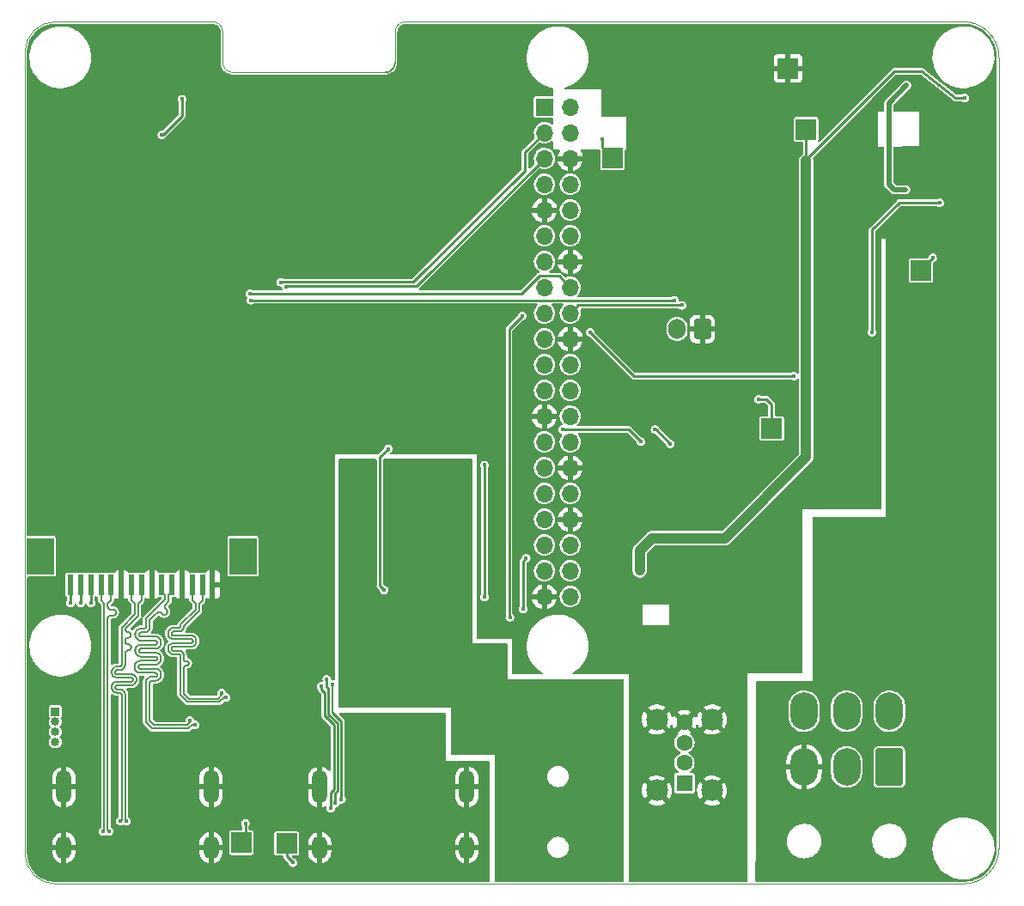
<source format=gbr>
G04 #@! TF.GenerationSoftware,KiCad,Pcbnew,(5.99.0-11120-g1d6ad4a52a)*
G04 #@! TF.CreationDate,2021-08-25T17:06:27+02:00*
G04 #@! TF.ProjectId,CarPiPowerHat,43617250-6950-46f7-9765-724861742e6b,0.2*
G04 #@! TF.SameCoordinates,Original*
G04 #@! TF.FileFunction,Copper,L4,Bot*
G04 #@! TF.FilePolarity,Positive*
%FSLAX46Y46*%
G04 Gerber Fmt 4.6, Leading zero omitted, Abs format (unit mm)*
G04 Created by KiCad (PCBNEW (5.99.0-11120-g1d6ad4a52a)) date 2021-08-25 17:06:27*
%MOMM*%
%LPD*%
G01*
G04 APERTURE LIST*
G04 Aperture macros list*
%AMRoundRect*
0 Rectangle with rounded corners*
0 $1 Rounding radius*
0 $2 $3 $4 $5 $6 $7 $8 $9 X,Y pos of 4 corners*
0 Add a 4 corners polygon primitive as box body*
4,1,4,$2,$3,$4,$5,$6,$7,$8,$9,$2,$3,0*
0 Add four circle primitives for the rounded corners*
1,1,$1+$1,$2,$3*
1,1,$1+$1,$4,$5*
1,1,$1+$1,$6,$7*
1,1,$1+$1,$8,$9*
0 Add four rect primitives between the rounded corners*
20,1,$1+$1,$2,$3,$4,$5,0*
20,1,$1+$1,$4,$5,$6,$7,0*
20,1,$1+$1,$6,$7,$8,$9,0*
20,1,$1+$1,$8,$9,$2,$3,0*%
G04 Aperture macros list end*
G04 #@! TA.AperFunction,Profile*
%ADD10C,0.100000*%
G04 #@! TD*
G04 #@! TA.AperFunction,Profile*
%ADD11C,0.150000*%
G04 #@! TD*
G04 #@! TA.AperFunction,ComponentPad*
%ADD12R,0.850000X0.850000*%
G04 #@! TD*
G04 #@! TA.AperFunction,ComponentPad*
%ADD13O,0.850000X0.850000*%
G04 #@! TD*
G04 #@! TA.AperFunction,ComponentPad*
%ADD14C,0.500000*%
G04 #@! TD*
G04 #@! TA.AperFunction,SMDPad,CuDef*
%ADD15R,4.400000X1.800000*%
G04 #@! TD*
G04 #@! TA.AperFunction,ComponentPad*
%ADD16O,1.500000X3.300000*%
G04 #@! TD*
G04 #@! TA.AperFunction,ComponentPad*
%ADD17O,1.500000X2.300000*%
G04 #@! TD*
G04 #@! TA.AperFunction,ComponentPad*
%ADD18RoundRect,0.250001X1.099999X1.599999X-1.099999X1.599999X-1.099999X-1.599999X1.099999X-1.599999X0*%
G04 #@! TD*
G04 #@! TA.AperFunction,ComponentPad*
%ADD19O,2.700000X3.700000*%
G04 #@! TD*
G04 #@! TA.AperFunction,ComponentPad*
%ADD20R,1.600000X1.600000*%
G04 #@! TD*
G04 #@! TA.AperFunction,ComponentPad*
%ADD21C,1.600000*%
G04 #@! TD*
G04 #@! TA.AperFunction,ComponentPad*
%ADD22C,2.150000*%
G04 #@! TD*
G04 #@! TA.AperFunction,ComponentPad*
%ADD23R,1.700000X1.700000*%
G04 #@! TD*
G04 #@! TA.AperFunction,ComponentPad*
%ADD24O,1.700000X1.700000*%
G04 #@! TD*
G04 #@! TA.AperFunction,SMDPad,CuDef*
%ADD25R,0.610000X2.000000*%
G04 #@! TD*
G04 #@! TA.AperFunction,SMDPad,CuDef*
%ADD26R,2.680000X3.600000*%
G04 #@! TD*
G04 #@! TA.AperFunction,SMDPad,CuDef*
%ADD27R,2.000000X2.000000*%
G04 #@! TD*
G04 #@! TA.AperFunction,ComponentPad*
%ADD28RoundRect,0.250000X0.600000X0.750000X-0.600000X0.750000X-0.600000X-0.750000X0.600000X-0.750000X0*%
G04 #@! TD*
G04 #@! TA.AperFunction,ComponentPad*
%ADD29O,1.700000X2.000000*%
G04 #@! TD*
G04 #@! TA.AperFunction,ViaPad*
%ADD30C,0.450000*%
G04 #@! TD*
G04 #@! TA.AperFunction,Conductor*
%ADD31C,0.500000*%
G04 #@! TD*
G04 #@! TA.AperFunction,Conductor*
%ADD32C,0.250000*%
G04 #@! TD*
G04 #@! TA.AperFunction,Conductor*
%ADD33C,0.206000*%
G04 #@! TD*
G04 #@! TA.AperFunction,Conductor*
%ADD34C,1.000000*%
G04 #@! TD*
G04 APERTURE END LIST*
D10*
X81000000Y-116500000D02*
X170500000Y-116500000D01*
X98499997Y-36500003D02*
G75*
G02*
X97500000Y-35500000I3J1000000D01*
G01*
X97500000Y-35500000D02*
X97500000Y-32500000D01*
X96500003Y-31499997D02*
G75*
G02*
X97500000Y-32500000I-3J-1000000D01*
G01*
X113500000Y-36500000D02*
X98500000Y-36500000D01*
X81000000Y-116500000D02*
G75*
G02*
X78005236Y-113500005I5236J2999995D01*
G01*
X78000000Y-34500000D02*
X78005236Y-113500005D01*
X115499997Y-31500003D02*
G75*
G03*
X114500000Y-32500000I0J-999997D01*
G01*
X96500000Y-31500000D02*
X81000000Y-31500000D01*
X173999998Y-34999998D02*
G75*
G03*
X170500000Y-31500000I-3499998J0D01*
G01*
X114500000Y-32500000D02*
X114500000Y-35500000D01*
X170500000Y-31500000D02*
X115500000Y-31500000D01*
X174000000Y-35000000D02*
X174000000Y-113000000D01*
X174000002Y-113000002D02*
G75*
G02*
X170500000Y-116500000I-3500000J2D01*
G01*
D11*
X113500000Y-36500000D02*
G75*
G03*
X114500000Y-35500000I0J1000000D01*
G01*
D10*
X78000000Y-34500000D02*
G75*
G02*
X81000000Y-31500000I3000000J0D01*
G01*
D12*
X80990000Y-99510000D03*
D13*
X80990000Y-100510000D03*
X80990000Y-101510000D03*
X80990000Y-102510000D03*
D14*
X165559400Y-44778100D03*
X166859400Y-46078100D03*
X166859400Y-44778100D03*
X165559400Y-46078100D03*
X168159400Y-44778100D03*
X169459400Y-44778100D03*
X169459400Y-46078100D03*
D15*
X167509400Y-45428100D03*
D14*
X168159400Y-46078100D03*
D16*
X96350035Y-106949990D03*
X81850035Y-106949990D03*
D17*
X81850035Y-112909990D03*
X96350035Y-112909990D03*
D16*
X121550035Y-106949990D03*
X107050035Y-106949990D03*
D17*
X107050035Y-112909990D03*
X121550035Y-112909990D03*
D18*
X163200000Y-104974990D03*
D19*
X159000000Y-104974990D03*
X154800000Y-104974990D03*
X163200000Y-99474990D03*
X159000000Y-99474990D03*
X154800000Y-99474990D03*
D20*
X143000035Y-106559990D03*
D21*
X143000035Y-104559990D03*
X143000035Y-102559990D03*
X143000035Y-100559990D03*
D22*
X145720035Y-107289990D03*
X140280035Y-107289990D03*
X145720035Y-100289990D03*
X140280035Y-100289990D03*
D23*
X129210000Y-39900000D03*
D24*
X131750000Y-39900000D03*
X129210000Y-42440000D03*
X131750000Y-42440000D03*
X129210000Y-44980000D03*
X131750000Y-44980000D03*
X129210000Y-47520000D03*
X131750000Y-47520000D03*
X129210000Y-50060000D03*
X131750000Y-50060000D03*
X129210000Y-52600000D03*
X131750000Y-52600000D03*
X129210000Y-55140000D03*
X131750000Y-55140000D03*
X129210000Y-57680000D03*
X131750000Y-57680000D03*
X129210000Y-60220000D03*
X131750000Y-60220000D03*
X129210000Y-62760000D03*
X131750000Y-62760000D03*
X129210000Y-65300000D03*
X131750000Y-65300000D03*
X129210000Y-67840000D03*
X131750000Y-67840000D03*
X129210000Y-70380000D03*
X131750000Y-70380000D03*
X129210000Y-72920000D03*
X131750000Y-72920000D03*
X129210000Y-75460000D03*
X131750000Y-75460000D03*
X129210000Y-78000000D03*
X131750000Y-78000000D03*
X129210000Y-80540000D03*
X131750000Y-80540000D03*
X129210000Y-83080000D03*
X131750000Y-83080000D03*
X129210000Y-85620000D03*
X131750000Y-85620000D03*
X129210000Y-88160000D03*
X131750000Y-88160000D03*
D25*
X82500000Y-87000000D03*
X83500000Y-87000000D03*
X84500000Y-87000000D03*
X85500000Y-87000000D03*
X86500000Y-87000000D03*
X87500000Y-87000000D03*
X88500000Y-87000000D03*
X89500000Y-87000000D03*
X90500000Y-87000000D03*
X91500000Y-87000000D03*
X92500000Y-87000000D03*
X93500000Y-87000000D03*
X94500000Y-87000000D03*
X95500000Y-87000000D03*
X96500000Y-87000000D03*
D26*
X79510000Y-84200000D03*
X99490000Y-84200000D03*
D27*
X151600000Y-71600000D03*
D28*
X144770000Y-61790000D03*
D29*
X142270000Y-61790000D03*
D27*
X103800035Y-112499990D03*
X155000000Y-42102000D03*
X166325000Y-56027000D03*
X135900000Y-44900000D03*
X99336035Y-112435990D03*
X153200000Y-36100000D03*
D30*
X82000035Y-115499990D03*
X79000035Y-63499990D03*
X172500000Y-101700000D03*
X162425000Y-44127000D03*
X103750000Y-89700000D03*
X104500000Y-68950000D03*
X156500035Y-94349990D03*
X102100000Y-42400000D03*
X116000035Y-35499990D03*
X136000000Y-60450000D03*
X116800035Y-104499990D03*
X84250000Y-95950000D03*
X164325000Y-48827000D03*
X87500000Y-88270000D03*
X163852035Y-81700000D03*
X157000035Y-115499990D03*
X134400000Y-66500000D03*
X136150000Y-72250000D03*
X99000000Y-45466000D03*
X141000035Y-32499990D03*
X161500000Y-69700000D03*
X98300035Y-110499990D03*
X167000035Y-32499990D03*
X163500000Y-77700000D03*
X138500000Y-62450000D03*
X113800035Y-104499990D03*
X152300035Y-104999990D03*
X90050000Y-37500000D03*
X139000035Y-115499990D03*
X172500000Y-85700000D03*
X126000035Y-32499990D03*
X153300663Y-87250648D03*
X156500035Y-96749990D03*
X165535000Y-53027000D03*
X79000035Y-102499990D03*
X157000035Y-32499990D03*
X172500000Y-53700000D03*
X91000035Y-32499990D03*
X96250000Y-102950000D03*
X144000035Y-87899990D03*
X113800035Y-107999990D03*
X105750000Y-37200000D03*
X161500000Y-73700000D03*
X120500000Y-70100000D03*
X126200000Y-87600000D03*
X105750000Y-66700000D03*
X172500000Y-57700000D03*
X150950035Y-97499990D03*
X126900035Y-95099990D03*
X121000035Y-32499990D03*
X130500000Y-51450000D03*
X153400000Y-60100000D03*
X163000035Y-91749990D03*
X148200035Y-87899990D03*
X171800000Y-49127000D03*
X163900000Y-46750000D03*
X172500000Y-38700000D03*
X147000000Y-54450000D03*
X110500035Y-72999990D03*
X153250000Y-80700000D03*
X147000000Y-62700000D03*
X127100035Y-90599990D03*
X138100035Y-94899990D03*
X101932000Y-45720000D03*
X146250000Y-61700000D03*
X112750000Y-37200000D03*
X79000035Y-97499990D03*
X118950000Y-100200000D03*
X149850000Y-35900000D03*
X162000035Y-32499990D03*
X127000000Y-74500000D03*
X98500000Y-37200000D03*
X87500000Y-85200000D03*
X172700000Y-44127000D03*
X147000000Y-60950000D03*
X173000035Y-109499990D03*
X137450000Y-71100000D03*
X171800000Y-45627000D03*
X125800035Y-91499990D03*
X163500000Y-65700000D03*
X126900035Y-92999990D03*
X172700000Y-42527000D03*
X171900000Y-42527000D03*
X99000000Y-48700000D03*
X152250000Y-50950000D03*
X144750000Y-60200000D03*
X161200035Y-66699990D03*
X165535000Y-50937000D03*
X165535000Y-50187000D03*
X138500000Y-60450000D03*
X172700000Y-49127000D03*
X162425000Y-48827000D03*
X144500000Y-50950000D03*
X79000035Y-78450000D03*
X169215000Y-50097000D03*
X130600035Y-61249990D03*
X153250000Y-77450000D03*
X108000000Y-42400000D03*
X154800035Y-107799990D03*
X114000035Y-47499990D03*
X101700000Y-109200000D03*
X156500000Y-74950000D03*
X99500000Y-53450000D03*
X150050000Y-47000000D03*
X114000035Y-63499990D03*
X115300035Y-104499990D03*
X161500000Y-77700000D03*
X105000000Y-42400000D03*
X108000000Y-45720000D03*
X136150000Y-70450000D03*
X133350035Y-63599990D03*
X96400000Y-85200000D03*
X140500000Y-50950000D03*
X147000035Y-115499990D03*
X146100035Y-87899990D03*
X135500000Y-32099990D03*
X164650000Y-47400000D03*
X102500000Y-101200000D03*
X99000000Y-42418000D03*
X114000035Y-52499990D03*
X117000035Y-115499990D03*
X170325000Y-45327000D03*
X91375000Y-58300000D03*
X170325000Y-44238100D03*
X164625000Y-44127000D03*
X149250000Y-62700000D03*
X163000035Y-92999990D03*
X96000035Y-32499990D03*
X103750000Y-96200000D03*
X171800000Y-48127000D03*
X88600035Y-104499990D03*
X165200035Y-90799990D03*
X162425000Y-45427000D03*
X142500000Y-54450000D03*
X165535000Y-52247000D03*
X92000035Y-115499990D03*
X157000000Y-83950000D03*
X158900035Y-54699990D03*
X150950035Y-108199990D03*
X172700000Y-46827000D03*
X153500628Y-92100658D03*
X149900628Y-95100658D03*
X152000035Y-32499990D03*
X165376035Y-84495990D03*
X79000035Y-52499990D03*
X122000035Y-115499990D03*
X165250035Y-94999990D03*
X86000035Y-32499990D03*
X79000035Y-68499990D03*
X118950000Y-103450000D03*
X91594562Y-108094517D03*
X172700000Y-45627000D03*
X79000035Y-107499990D03*
X147000035Y-32499990D03*
X172500000Y-93700000D03*
X79000035Y-112499990D03*
X103750000Y-82200000D03*
X101700035Y-113399990D03*
X156900035Y-104999990D03*
X157000000Y-80700000D03*
X123500035Y-91499990D03*
X142650035Y-89949990D03*
X133750000Y-72250000D03*
X163900000Y-44100000D03*
X124000035Y-72999990D03*
X121500035Y-72999990D03*
X90500000Y-88300000D03*
X79000035Y-89499990D03*
X150950035Y-101699990D03*
X84855000Y-43605000D03*
X148000000Y-56450000D03*
X91600035Y-104225000D03*
X90100035Y-108099990D03*
X107000035Y-115499990D03*
X114000035Y-59499990D03*
X105750000Y-63950000D03*
X169205000Y-52237000D03*
X79000035Y-38499990D03*
X163830000Y-45427000D03*
X80000035Y-114499990D03*
X136000000Y-62450000D03*
X152000035Y-115499990D03*
X104000000Y-103200000D03*
X105750000Y-60700000D03*
X149250000Y-60950000D03*
X93500000Y-88260000D03*
X96500000Y-88250000D03*
X164725000Y-45427000D03*
X112000035Y-115499990D03*
X79000035Y-47499990D03*
X97000035Y-115499990D03*
X118300035Y-107999990D03*
X153250000Y-74700000D03*
X169205000Y-53017000D03*
X100500000Y-107400000D03*
X160296035Y-84495990D03*
X157000000Y-77450000D03*
X148250035Y-103999990D03*
X164650000Y-46750000D03*
X163425000Y-48827000D03*
X162425000Y-47827000D03*
X163900000Y-47400000D03*
X132750000Y-61450000D03*
X87000035Y-115499990D03*
X90109535Y-104571241D03*
X171800000Y-46827000D03*
X138750000Y-80700000D03*
X162425000Y-46777000D03*
X126950035Y-64999990D03*
X134700035Y-94899990D03*
X116800035Y-107999990D03*
X156500035Y-89449990D03*
X138100035Y-110299990D03*
X138100035Y-105599990D03*
X148500035Y-73499990D03*
X163000035Y-94249990D03*
X118950000Y-101700000D03*
X148250035Y-109999990D03*
X172500000Y-65700000D03*
X133550000Y-69100000D03*
X161500000Y-81700000D03*
X115300035Y-107999990D03*
X93100035Y-104200000D03*
X79000035Y-43499990D03*
X143000035Y-115499990D03*
X148250035Y-97499990D03*
X136800035Y-86399990D03*
X170325000Y-46448100D03*
X164000035Y-94999990D03*
X163500000Y-62700000D03*
X172500000Y-77700000D03*
X96000035Y-35499990D03*
X156950035Y-87249990D03*
X116000035Y-32499990D03*
X114000035Y-56499990D03*
X112500035Y-72999990D03*
X167000035Y-109499990D03*
X136400035Y-89999990D03*
X118300035Y-104499990D03*
X138100035Y-97099990D03*
X103750000Y-73950000D03*
X169205000Y-50927000D03*
X171200628Y-67000658D03*
X79000035Y-73499990D03*
X101700035Y-111599990D03*
X144750000Y-63200000D03*
X104980000Y-45720000D03*
X163500000Y-73700000D03*
X88600035Y-108099990D03*
X146100035Y-81499990D03*
X137700035Y-32099990D03*
X153500628Y-95100658D03*
X172700000Y-48127000D03*
X134750000Y-80700000D03*
X127000035Y-71149990D03*
X114000035Y-67499990D03*
X163950035Y-90799990D03*
X133550035Y-55149990D03*
X171800000Y-44127000D03*
X163500000Y-69700000D03*
X162000035Y-115499990D03*
X153250000Y-83950000D03*
X150750000Y-54700000D03*
X167000035Y-115499990D03*
X140600035Y-80699990D03*
X134750000Y-71100000D03*
X93100035Y-108099990D03*
X141500000Y-70200000D03*
X93600000Y-85200000D03*
X90500000Y-85200000D03*
X99000000Y-50950000D03*
X133000000Y-46200000D03*
X167465000Y-54767000D03*
X150300035Y-68699990D03*
X164825000Y-48067000D03*
X164909411Y-37748100D03*
X125800000Y-90200000D03*
X127000035Y-60499990D03*
X127100000Y-89400000D03*
X127400000Y-84400000D03*
X141600035Y-73099990D03*
X140100035Y-71699990D03*
X85711500Y-111299990D03*
X86288500Y-111299990D03*
X123300000Y-88200000D03*
X138700035Y-72899990D03*
X123300000Y-75200000D03*
X131000000Y-71700000D03*
X142750000Y-59450000D03*
X87411535Y-110299990D03*
X87988535Y-110299990D03*
X138600035Y-84199990D03*
X155000035Y-45899990D03*
X155000035Y-46699990D03*
X155000035Y-45197000D03*
X170625000Y-39027000D03*
X138600035Y-84899990D03*
X138600035Y-85599990D03*
X168155000Y-49347000D03*
X161500000Y-62100000D03*
X94750000Y-100805303D03*
X94254697Y-100414697D03*
X104400035Y-114399990D03*
X142000000Y-58950000D03*
X100250000Y-58950000D03*
X97804036Y-98103991D03*
X97396034Y-97695989D03*
X84500035Y-88799990D03*
X83500035Y-88799990D03*
X108600035Y-108549990D03*
X107750035Y-96299990D03*
X108150035Y-109049990D03*
X107214000Y-96999990D03*
X82500035Y-88799990D03*
X109200035Y-108149990D03*
X108300035Y-96799990D03*
X121000035Y-88249990D03*
X126000035Y-115499990D03*
X119000035Y-92249990D03*
X112000035Y-98499990D03*
X109500035Y-75249990D03*
X131000035Y-115499990D03*
X131250035Y-96749990D03*
X121000035Y-92499990D03*
X121400035Y-81899990D03*
X136250035Y-110249990D03*
X120500035Y-98499990D03*
X121250035Y-79249990D03*
X109500035Y-94249990D03*
X125000035Y-103749990D03*
X136250035Y-96999990D03*
X116250035Y-92249990D03*
X136000035Y-115499990D03*
X109500035Y-98499990D03*
X136250035Y-105499990D03*
X114200035Y-84799990D03*
X130500035Y-110249990D03*
X121250035Y-75249990D03*
X116000035Y-98499990D03*
X109500035Y-89749990D03*
X116100035Y-84799990D03*
X109500035Y-84999990D03*
X121250035Y-95499990D03*
X109500035Y-80749990D03*
X116500035Y-95249990D03*
X116250035Y-80749990D03*
X120750035Y-102999990D03*
X121300035Y-83799990D03*
X125000035Y-106499990D03*
X124000035Y-98749990D03*
X124500035Y-95499990D03*
X125000035Y-109499990D03*
X124500035Y-93749990D03*
X116250035Y-75249990D03*
X126250035Y-96749990D03*
X136250035Y-100749990D03*
X130000035Y-103499990D03*
X113400035Y-87499990D03*
X113800035Y-73599990D03*
X99728873Y-110519152D03*
X133700000Y-62100000D03*
X153800035Y-66450000D03*
X100200000Y-58300000D03*
X103750000Y-57650000D03*
X134900000Y-43100000D03*
X91500000Y-42625000D03*
X93475000Y-39125000D03*
X103200000Y-57170000D03*
D31*
X93500000Y-87000000D02*
X93500000Y-85300000D01*
X96500000Y-85300000D02*
X96400000Y-85200000D01*
X96500000Y-87000000D02*
X96500000Y-88250000D01*
X93500000Y-87000000D02*
X93500000Y-88260000D01*
X87500000Y-87000000D02*
X87500000Y-88270000D01*
X96500000Y-87000000D02*
X96500000Y-85300000D01*
X93500000Y-85300000D02*
X93600000Y-85200000D01*
X90500000Y-87000000D02*
X90500000Y-85200000D01*
X90500000Y-87000000D02*
X90500000Y-88300000D01*
X87500000Y-87000000D02*
X87500000Y-85200000D01*
D32*
X166325000Y-55907000D02*
X167465000Y-54767000D01*
X166325000Y-56027000D02*
X166325000Y-55907000D01*
X151600000Y-69199955D02*
X151600000Y-71600000D01*
X150300035Y-68699990D02*
X151100035Y-68699990D01*
X151100035Y-68699990D02*
X151600000Y-69199955D01*
D31*
X164909411Y-37748100D02*
X163155000Y-39502511D01*
X163155000Y-47555000D02*
X163667000Y-48067000D01*
X163667000Y-48067000D02*
X164825000Y-48067000D01*
X163155000Y-45657000D02*
X163155000Y-47555000D01*
X163155000Y-39502511D02*
X163155000Y-45657000D01*
D32*
X125719989Y-61780036D02*
X125719989Y-90119989D01*
X125719989Y-90119989D02*
X125800000Y-90200000D01*
X127000035Y-60499990D02*
X125719989Y-61780036D01*
X127100000Y-84700000D02*
X127400000Y-84400000D01*
X127100000Y-89400000D02*
X127100000Y-84700000D01*
X140200035Y-71699990D02*
X140100035Y-71699990D01*
X141600035Y-73099990D02*
X140200035Y-71699990D01*
D33*
X85500000Y-87000000D02*
X85500000Y-88500001D01*
X85833500Y-111177990D02*
X85711500Y-111299990D01*
X85500000Y-88500001D02*
X85833500Y-88833501D01*
X85833500Y-88833501D02*
X85833500Y-111177990D01*
X86948033Y-89863690D02*
X86912292Y-89920571D01*
X86174022Y-89200281D02*
X86196210Y-89263690D01*
X86912292Y-89920571D02*
X86864789Y-89968074D01*
X86231951Y-90146478D02*
X86196210Y-90203359D01*
X86744499Y-90026003D02*
X86677742Y-90033525D01*
X86864789Y-89498975D02*
X86912292Y-89546478D01*
X86166500Y-88833501D02*
X86166500Y-89133525D01*
X86466500Y-89433525D02*
X86677742Y-89433525D01*
X86466500Y-90033525D02*
X86399744Y-90041046D01*
X86196210Y-89263690D02*
X86231951Y-89320571D01*
X86970221Y-89800281D02*
X86948033Y-89863690D01*
X86399744Y-89426003D02*
X86466500Y-89433525D01*
X86196210Y-90203359D02*
X86174022Y-90266768D01*
X86336335Y-90063234D02*
X86279454Y-90098975D01*
X86912292Y-89546478D02*
X86948033Y-89603359D01*
X86864789Y-89968074D02*
X86807908Y-90003815D01*
X86977742Y-89733525D02*
X86970221Y-89800281D01*
X86807908Y-90003815D02*
X86744499Y-90026003D01*
X86399744Y-90041046D02*
X86336335Y-90063234D01*
X86500000Y-87000000D02*
X86500000Y-88500001D01*
X86970221Y-89666768D02*
X86977742Y-89733525D01*
X86166500Y-90333525D02*
X86166500Y-111177990D01*
X86500000Y-88500001D02*
X86166500Y-88833501D01*
X86948033Y-89603359D02*
X86970221Y-89666768D01*
X86279454Y-89368074D02*
X86336335Y-89403815D01*
X86336335Y-89403815D02*
X86399744Y-89426003D01*
X86166500Y-89133525D02*
X86174022Y-89200281D01*
X86279454Y-90098975D02*
X86231951Y-90146478D01*
X86166500Y-111177990D02*
X86288500Y-111299990D01*
X86231951Y-89320571D02*
X86279454Y-89368074D01*
X86174022Y-90266768D02*
X86166500Y-90333525D01*
X86744499Y-89441046D02*
X86807908Y-89463234D01*
X86677742Y-90033525D02*
X86466500Y-90033525D01*
X86677742Y-89433525D02*
X86744499Y-89441046D01*
X86807908Y-89463234D02*
X86864789Y-89498975D01*
D32*
X138700035Y-72899990D02*
X137500045Y-71700000D01*
X123300000Y-88200000D02*
X123300000Y-75200000D01*
X137500045Y-71700000D02*
X131000000Y-71700000D01*
X132520000Y-59450000D02*
X131750000Y-60220000D01*
X142750000Y-59450000D02*
X132520000Y-59450000D01*
D33*
X87068454Y-96562490D02*
X86955446Y-96575222D01*
X88611528Y-96484928D02*
X88578909Y-96517547D01*
X87528370Y-97800650D02*
X87533535Y-97846490D01*
X86848104Y-97590196D02*
X86955446Y-97627757D01*
X87513134Y-97757109D02*
X87528370Y-97800650D01*
X88450470Y-96562490D02*
X87068454Y-96562490D01*
X87373374Y-95067325D02*
X87327535Y-95072490D01*
X86610893Y-96849994D02*
X86573332Y-96957336D01*
X87068454Y-96150490D02*
X88450470Y-96150490D01*
X86671397Y-96753702D02*
X86610893Y-96849994D01*
X86573332Y-95755643D02*
X86610893Y-95862985D01*
X88651306Y-96402329D02*
X88636070Y-96445870D01*
X88636070Y-96267109D02*
X88651306Y-96310650D01*
X87327535Y-95072490D02*
X87068454Y-95072490D01*
X88833500Y-89931057D02*
X87533535Y-91231022D01*
X87488592Y-97718051D02*
X87513134Y-97757109D01*
X86610893Y-97352985D02*
X86671397Y-97449277D01*
X87068454Y-97640490D02*
X87327535Y-97640490D01*
X88578909Y-96517547D02*
X88539851Y-96542089D01*
X87455973Y-97685432D02*
X87488592Y-97718051D01*
X86751812Y-96039692D02*
X86848104Y-96100196D01*
X86751812Y-97529692D02*
X86848104Y-97590196D01*
X87416915Y-95052089D02*
X87373374Y-95067325D01*
X87068454Y-95072490D02*
X86955446Y-95085222D01*
X88611528Y-96228051D02*
X88636070Y-96267109D01*
X86848104Y-96612783D02*
X86751812Y-96673287D01*
X87373374Y-97645654D02*
X87416915Y-97660890D01*
X86610893Y-95359994D02*
X86573332Y-95467336D01*
X88833500Y-88833501D02*
X88833500Y-89931057D01*
X86560600Y-97132635D02*
X86573332Y-97245643D01*
X88539851Y-96170890D02*
X88578909Y-96195432D01*
X86751812Y-96673287D02*
X86671397Y-96753702D01*
X87533535Y-91231022D02*
X87533535Y-94866490D01*
X88636070Y-96445870D02*
X88611528Y-96484928D01*
X88450470Y-96150490D02*
X88496310Y-96155654D01*
X86560600Y-95580344D02*
X86560600Y-95642635D01*
X87488592Y-94994928D02*
X87455973Y-95027547D01*
X88656470Y-96356490D02*
X88651306Y-96402329D01*
X86848104Y-95122783D02*
X86751812Y-95183287D01*
X87533535Y-97846490D02*
X87533535Y-110177990D01*
X86671397Y-95263702D02*
X86610893Y-95359994D01*
X86573332Y-97245643D02*
X86610893Y-97352985D01*
X88500000Y-88500001D02*
X88833500Y-88833501D01*
X88496310Y-96155654D02*
X88539851Y-96170890D01*
X88651306Y-96310650D02*
X88656470Y-96356490D01*
X87416915Y-97660890D02*
X87455973Y-97685432D01*
X88539851Y-96542089D02*
X88496310Y-96557325D01*
X86671397Y-95959277D02*
X86751812Y-96039692D01*
X87528370Y-94912329D02*
X87513134Y-94955870D01*
X86560600Y-97070344D02*
X86560600Y-97132635D01*
X86955446Y-95085222D02*
X86848104Y-95122783D01*
X88496310Y-96557325D02*
X88450470Y-96562490D01*
X86610893Y-95862985D02*
X86671397Y-95959277D01*
X87533535Y-110177990D02*
X87411535Y-110299990D01*
X87513134Y-94955870D02*
X87488592Y-94994928D01*
X87533535Y-94866490D02*
X87528370Y-94912329D01*
X88500000Y-87000000D02*
X88500000Y-88500001D01*
X86751812Y-95183287D02*
X86671397Y-95263702D01*
X86671397Y-97449277D02*
X86751812Y-97529692D01*
X86573332Y-95467336D02*
X86560600Y-95580344D01*
X88578909Y-96195432D02*
X88611528Y-96228051D01*
X87327535Y-97640490D02*
X87373374Y-97645654D01*
X87455973Y-95027547D02*
X87416915Y-95052089D01*
X86955446Y-96575222D02*
X86848104Y-96612783D01*
X86955446Y-97627757D02*
X87068454Y-97640490D01*
X86573332Y-96957336D02*
X86560600Y-97070344D01*
X86848104Y-96100196D02*
X86955446Y-96137757D01*
X86560600Y-95642635D02*
X86573332Y-95755643D01*
X86955446Y-96137757D02*
X87068454Y-96150490D01*
X88353302Y-92934197D02*
X88400777Y-92981672D01*
X86971161Y-95450432D02*
X86938542Y-95483051D01*
X87471688Y-97320222D02*
X87579030Y-97357783D01*
X87755737Y-97498702D02*
X87816241Y-97594994D01*
X87755737Y-95214277D02*
X87675322Y-95294692D01*
X88436497Y-93299048D02*
X88400777Y-93355897D01*
X88878673Y-96704277D02*
X88798258Y-96784692D01*
X87816241Y-95117985D02*
X87755737Y-95214277D01*
X88436497Y-93038521D02*
X88458672Y-93101894D01*
X86893600Y-97101490D02*
X86898764Y-97147329D01*
X88458672Y-93235675D02*
X88436497Y-93299048D01*
X87970011Y-92303743D02*
X87926494Y-92347260D01*
X87579030Y-95355196D02*
X87471688Y-95392757D01*
X87579030Y-97357783D02*
X87675322Y-97418287D01*
X88388973Y-91799369D02*
X88409299Y-91857457D01*
X88976738Y-96500643D02*
X88939177Y-96607985D01*
X87866535Y-94897635D02*
X87853802Y-95010643D01*
X87010219Y-97287089D02*
X87053760Y-97302325D01*
X87675322Y-95294692D02*
X87579030Y-95355196D01*
X87926494Y-91540309D02*
X87970011Y-91583826D01*
X86914000Y-95522109D02*
X86898764Y-95565650D01*
X87816241Y-97594994D02*
X87853802Y-97702336D01*
X87873426Y-92457457D02*
X87866535Y-92518612D01*
X88939177Y-96607985D02*
X88878673Y-96704277D01*
X89500000Y-87000000D02*
X89500000Y-88500001D01*
X88701966Y-96845196D02*
X88594624Y-96882757D01*
X86971161Y-97262547D02*
X87010219Y-97287089D01*
X87053760Y-96900654D02*
X87010219Y-96915890D01*
X87471688Y-95392757D02*
X87358680Y-95405490D01*
X88466189Y-93168612D02*
X88466189Y-93168958D01*
X87874053Y-93701894D02*
X87866535Y-93768612D01*
X87053760Y-97302325D02*
X87099600Y-97307490D01*
X88388973Y-92088200D02*
X88356231Y-92140309D01*
X86938542Y-96973051D02*
X86914000Y-97012109D01*
X87053760Y-95812325D02*
X87099600Y-95817490D01*
X87931948Y-92755897D02*
X87979423Y-92803372D01*
X87099600Y-95817490D02*
X88481616Y-95817490D01*
X87866535Y-97815344D02*
X87866535Y-110177990D01*
X86914000Y-97012109D02*
X86898764Y-97055650D01*
X88458672Y-93101894D02*
X88466189Y-93168612D01*
X87853802Y-95010643D02*
X87816241Y-95117985D01*
X87053760Y-95410654D02*
X87010219Y-95425890D01*
X88701966Y-95867783D02*
X88798258Y-95928287D01*
X88022120Y-92271001D02*
X87970011Y-92303743D01*
X87358680Y-95405490D02*
X87099600Y-95405490D01*
X87874053Y-92635675D02*
X87896228Y-92699048D01*
X88036272Y-93498477D02*
X87979423Y-93534197D01*
X88400777Y-92981672D02*
X88436497Y-93038521D01*
X87970011Y-91583826D02*
X88022120Y-91616568D01*
X88416189Y-91968958D02*
X88409299Y-92030112D01*
X87931948Y-93581672D02*
X87896228Y-93638521D01*
X86914000Y-95700870D02*
X86938542Y-95739928D01*
X88202517Y-92236894D02*
X88080208Y-92250675D01*
X88481616Y-95817490D02*
X88594624Y-95830222D01*
X87675322Y-97418287D02*
X87755737Y-97498702D01*
X87010219Y-95425890D02*
X86971161Y-95450432D01*
X88798258Y-95928287D02*
X88878673Y-96008702D01*
X89166500Y-90068993D02*
X87866535Y-91368958D01*
X88099645Y-92861267D02*
X88233080Y-92876302D01*
X89166500Y-88833501D02*
X89166500Y-90068993D01*
X86938542Y-97229928D02*
X86971161Y-97262547D01*
X86898764Y-95657329D02*
X86914000Y-95700870D01*
X88022120Y-91616568D02*
X88080208Y-91636894D01*
X88989470Y-96387635D02*
X88976738Y-96500643D01*
X87979423Y-92803372D02*
X88036272Y-92839092D01*
X88312714Y-91703743D02*
X88356231Y-91747260D01*
X87099600Y-96895490D02*
X87053760Y-96900654D01*
X88080208Y-92250675D02*
X88022120Y-92271001D01*
X88400777Y-93355897D02*
X88353302Y-93403372D01*
X86914000Y-97190870D02*
X86938542Y-97229928D01*
X87866535Y-110177990D02*
X87988535Y-110299990D01*
X88878673Y-96008702D02*
X88939177Y-96104994D01*
X88416189Y-91918612D02*
X88416189Y-91968958D01*
X87893752Y-91488200D02*
X87926494Y-91540309D01*
X88312714Y-92183826D02*
X88260605Y-92216568D01*
X87893752Y-92399369D02*
X87873426Y-92457457D01*
X86971161Y-96940432D02*
X86938542Y-96973051D01*
X88976738Y-96212336D02*
X88989470Y-96325344D01*
X88202517Y-91650675D02*
X88260605Y-91671001D01*
X88233080Y-93461267D02*
X88099645Y-93476302D01*
X88356231Y-91747260D02*
X88388973Y-91799369D01*
X87099600Y-95405490D02*
X87053760Y-95410654D01*
X87896228Y-93638521D02*
X87874053Y-93701894D01*
X86898764Y-95565650D02*
X86893600Y-95611490D01*
X87010219Y-95797089D02*
X87053760Y-95812325D01*
X86893600Y-95611490D02*
X86898764Y-95657329D01*
X87873426Y-91430112D02*
X87893752Y-91488200D01*
X86938542Y-95739928D02*
X86971161Y-95772547D01*
X87979423Y-93534197D02*
X87931948Y-93581672D01*
X86938542Y-95483051D02*
X86914000Y-95522109D01*
X86971161Y-95772547D02*
X87010219Y-95797089D01*
X87926494Y-92347260D02*
X87893752Y-92399369D01*
X87866535Y-93768612D02*
X87866535Y-94897635D01*
X88594624Y-95830222D02*
X88701966Y-95867783D01*
X88409299Y-91857457D02*
X88416189Y-91918612D01*
X86898764Y-97147329D02*
X86914000Y-97190870D01*
X87010219Y-96915890D02*
X86971161Y-96940432D01*
X88481616Y-96895490D02*
X87099600Y-96895490D01*
X88466189Y-93168958D02*
X88458672Y-93235675D01*
X86898764Y-97055650D02*
X86893600Y-97101490D01*
X87099600Y-97307490D02*
X87358680Y-97307490D01*
X88099645Y-93476302D02*
X88036272Y-93498477D01*
X88353302Y-93403372D02*
X88296453Y-93439092D01*
X88939177Y-96104994D02*
X88976738Y-96212336D01*
X88233080Y-92876302D02*
X88296453Y-92898477D01*
X88594624Y-96882757D02*
X88481616Y-96895490D01*
X88989470Y-96325344D02*
X88989470Y-96387635D01*
X88260605Y-91671001D02*
X88312714Y-91703743D01*
X87896228Y-92699048D02*
X87931948Y-92755897D01*
X87853802Y-97702336D02*
X87866535Y-97815344D01*
X88409299Y-92030112D02*
X88388973Y-92088200D01*
X88296453Y-92898477D02*
X88353302Y-92934197D01*
X89500000Y-88500001D02*
X89166500Y-88833501D01*
X88260605Y-92216568D02*
X88202517Y-92236894D01*
X87866535Y-92518612D02*
X87866535Y-92568958D01*
X88036272Y-92839092D02*
X88099645Y-92861267D01*
X87866535Y-91368958D02*
X87873426Y-91430112D01*
X88356231Y-92140309D02*
X88312714Y-92183826D01*
X87866535Y-92568958D02*
X87874053Y-92635675D01*
X88080208Y-91636894D02*
X88202517Y-91650675D01*
X87358680Y-97307490D02*
X87471688Y-97320222D01*
X88798258Y-96784692D02*
X88701966Y-96845196D01*
X88296453Y-93439092D02*
X88233080Y-93461267D01*
D34*
X138600035Y-84199990D02*
X138600035Y-84899990D01*
D32*
X163700025Y-36400000D02*
X166400000Y-36400000D01*
D34*
X155000035Y-45899990D02*
X155000035Y-46699990D01*
X138600035Y-85124990D02*
X138600035Y-83599990D01*
X147035333Y-82399990D02*
X143200035Y-82399990D01*
X138600035Y-83599990D02*
X139800035Y-82399990D01*
X139800035Y-82399990D02*
X143200035Y-82399990D01*
D32*
X166400000Y-36400000D02*
X169727000Y-39027000D01*
X169727000Y-39027000D02*
X170625000Y-39027000D01*
D34*
X143200035Y-82399990D02*
X142200035Y-82399990D01*
X138600035Y-84899990D02*
X138600035Y-85599990D01*
D32*
X155000035Y-45197000D02*
X155000000Y-45196965D01*
X155000000Y-45196965D02*
X155000000Y-42102000D01*
D34*
X155000035Y-46699990D02*
X155000035Y-74435288D01*
X155000035Y-74435288D02*
X147035333Y-82399990D01*
D32*
X155000035Y-45197000D02*
X155000035Y-45099990D01*
D34*
X155000035Y-45197000D02*
X155000035Y-45899990D01*
D32*
X155000035Y-45099990D02*
X163700025Y-36400000D01*
X164153000Y-49347000D02*
X168155000Y-49347000D01*
X161500000Y-62100000D02*
X161500000Y-52000000D01*
X161500000Y-52000000D02*
X164153000Y-49347000D01*
D33*
X90942209Y-94130397D02*
X90974828Y-94163016D01*
X90942209Y-92544397D02*
X90974828Y-92577016D01*
X89759339Y-91320290D02*
X89713500Y-91325455D01*
X89914335Y-91165294D02*
X89899099Y-91208835D01*
X89077470Y-91446119D02*
X88989894Y-91533695D01*
X88869230Y-91946373D02*
X88883096Y-92069445D01*
X89802880Y-91305054D02*
X89759339Y-91320290D01*
X88874002Y-95358346D02*
X88939894Y-95463214D01*
X90859610Y-94492290D02*
X90813770Y-94497455D01*
X90903151Y-94105855D02*
X90942209Y-94130397D01*
X88833096Y-95241445D02*
X88874002Y-95358346D01*
X89182338Y-92444682D02*
X89299239Y-92485588D01*
X88924002Y-91638563D02*
X88883096Y-91755464D01*
X91014606Y-94337294D02*
X90999370Y-94380835D01*
X88869230Y-93532373D02*
X88883096Y-93655445D01*
X94524105Y-100805303D02*
X94750000Y-100805303D01*
X91014606Y-92751294D02*
X90999370Y-92794835D01*
X89132338Y-94552227D02*
X89027470Y-94618119D01*
X88989894Y-93119695D02*
X88924002Y-93224563D01*
X89899099Y-91208835D02*
X89874557Y-91247893D01*
X90859610Y-96078290D02*
X90813770Y-96083455D01*
X90974828Y-95749016D02*
X90999370Y-95788074D01*
X89077470Y-93032119D02*
X88989894Y-93119695D01*
X89182338Y-92966227D02*
X89077470Y-93032119D01*
X91014606Y-94245615D02*
X91019770Y-94291455D01*
X89422311Y-94085455D02*
X90813770Y-94085455D01*
X90472582Y-96083455D02*
X90349510Y-96097321D01*
X89249239Y-94511321D02*
X89132338Y-94552227D01*
X89919500Y-96636536D02*
X89919500Y-100548908D01*
X88989894Y-93877214D02*
X89077470Y-93964790D01*
X90127741Y-96204119D02*
X90040165Y-96291695D01*
X89841938Y-91280512D02*
X89802880Y-91305054D01*
X89182338Y-91380227D02*
X89077470Y-91446119D01*
X94128977Y-101166490D02*
X94490164Y-100805303D01*
X88833096Y-94927464D02*
X88819230Y-95050536D01*
X90974828Y-92833893D02*
X90942209Y-92866512D01*
X91019770Y-95877455D02*
X91014606Y-95923294D01*
X88869230Y-91878536D02*
X88869230Y-91946373D01*
X89372311Y-95671455D02*
X90813770Y-95671455D01*
X91019770Y-94291455D02*
X91014606Y-94337294D01*
X89299239Y-92925321D02*
X89182338Y-92966227D01*
X89422311Y-92499455D02*
X90813770Y-92499455D01*
X91014606Y-95831615D02*
X91019770Y-95877455D01*
X90942209Y-92866512D02*
X90903151Y-92891054D01*
X90349510Y-96097321D02*
X90232609Y-96138227D01*
X89713500Y-91325455D02*
X89422311Y-91325455D01*
X89077470Y-93964790D02*
X89182338Y-94030682D01*
X89919500Y-91119455D02*
X89914335Y-91165294D01*
X88874002Y-94810563D02*
X88833096Y-94927464D01*
X91833500Y-88427092D02*
X89919500Y-90341092D01*
X89249239Y-95657588D02*
X89372311Y-95671455D01*
X91019770Y-92705455D02*
X91014606Y-92751294D01*
X90999370Y-95966835D02*
X90974828Y-96005893D01*
X89933367Y-96513464D02*
X89919500Y-96636536D01*
X89132338Y-95616682D02*
X89249239Y-95657588D01*
X89874557Y-91247893D02*
X89841938Y-91280512D01*
X90942209Y-94452512D02*
X90903151Y-94477054D01*
X90903151Y-95691855D02*
X90942209Y-95716397D01*
X90859610Y-92504619D02*
X90903151Y-92519855D01*
X89299239Y-91339321D02*
X89182338Y-91380227D01*
X88883096Y-93341464D02*
X88869230Y-93464536D01*
X91500000Y-87695000D02*
X91833500Y-88028500D01*
X89422311Y-91325455D02*
X89299239Y-91339321D01*
X90942209Y-96038512D02*
X90903151Y-96063054D01*
X89027470Y-94618119D02*
X88939894Y-94705695D01*
X89919500Y-100548908D02*
X90537082Y-101166490D01*
X88883096Y-92069445D02*
X88924002Y-92186346D01*
X91014606Y-92659615D02*
X91019770Y-92705455D01*
X90903151Y-92519855D02*
X90942209Y-92544397D01*
X90813770Y-92499455D02*
X90859610Y-92504619D01*
X90232609Y-96138227D02*
X90127741Y-96204119D01*
X88924002Y-92186346D02*
X88989894Y-92291214D01*
X89919500Y-90341092D02*
X89919500Y-91119455D01*
X88924002Y-93772346D02*
X88989894Y-93877214D01*
X90999370Y-94202074D02*
X91014606Y-94245615D01*
X89182338Y-94030682D02*
X89299239Y-94071588D01*
X90537082Y-101166490D02*
X94128977Y-101166490D01*
X94490164Y-100805303D02*
X94750000Y-100805303D01*
X89299239Y-92485588D02*
X89422311Y-92499455D01*
X90974828Y-92577016D02*
X90999370Y-92616074D01*
X89027470Y-95550790D02*
X89132338Y-95616682D01*
X88883096Y-93655445D02*
X88924002Y-93772346D01*
X91833500Y-88028500D02*
X91833500Y-88427092D01*
X88819230Y-95118373D02*
X88833096Y-95241445D01*
X90974828Y-94163016D02*
X90999370Y-94202074D01*
X90903151Y-92891054D02*
X90859610Y-92906290D01*
X91014606Y-95923294D02*
X90999370Y-95966835D01*
X89299239Y-94071588D02*
X89422311Y-94085455D01*
X90974828Y-96005893D02*
X90942209Y-96038512D01*
X90903151Y-96063054D02*
X90859610Y-96078290D01*
X90974828Y-94419893D02*
X90942209Y-94452512D01*
X88939894Y-95463214D02*
X89027470Y-95550790D01*
X90859610Y-94090619D02*
X90903151Y-94105855D01*
X90813770Y-94085455D02*
X90859610Y-94090619D01*
X90999370Y-94380835D02*
X90974828Y-94419893D01*
X88883096Y-91755464D02*
X88869230Y-91878536D01*
X90942209Y-95716397D02*
X90974828Y-95749016D01*
X88989894Y-91533695D02*
X88924002Y-91638563D01*
X88924002Y-93224563D02*
X88883096Y-93341464D01*
X90999370Y-92616074D02*
X91014606Y-92659615D01*
X90999370Y-95788074D02*
X91014606Y-95831615D01*
X90859610Y-95676619D02*
X90903151Y-95691855D01*
X90813770Y-92911455D02*
X89422311Y-92911455D01*
X90040165Y-96291695D02*
X89974273Y-96396563D01*
X89422311Y-92911455D02*
X89299239Y-92925321D01*
X90903151Y-94477054D02*
X90859610Y-94492290D01*
X90813770Y-95671455D02*
X90859610Y-95676619D01*
X88819230Y-95050536D02*
X88819230Y-95118373D01*
X89372311Y-94497455D02*
X89249239Y-94511321D01*
X90859610Y-92906290D02*
X90813770Y-92911455D01*
X90999370Y-92794835D02*
X90974828Y-92833893D01*
X88989894Y-92291214D02*
X89077470Y-92378790D01*
X89974273Y-96396563D02*
X89933367Y-96513464D01*
X89077470Y-92378790D02*
X89182338Y-92444682D01*
X91500000Y-87000000D02*
X91500000Y-87695000D01*
X90813770Y-96083455D02*
X90472582Y-96083455D01*
X88939894Y-94705695D02*
X88874002Y-94810563D01*
X90813770Y-94497455D02*
X89372311Y-94497455D01*
X88869230Y-93464536D02*
X88869230Y-93532373D01*
X90345443Y-96542016D02*
X90320901Y-96581074D01*
X89245172Y-94956016D02*
X89220630Y-94995074D01*
X89270630Y-93587835D02*
X89295172Y-93626893D01*
X89327791Y-92073512D02*
X89366849Y-92098054D01*
X91759565Y-89972576D02*
X91692387Y-89972575D01*
X89366849Y-93312855D02*
X89327791Y-93337397D01*
X90245727Y-91393346D02*
X90179835Y-91498214D01*
X91778694Y-89260898D02*
X91807840Y-89321425D01*
X91280106Y-93912695D02*
X91345998Y-94017563D01*
X89360390Y-95285290D02*
X89406230Y-95290455D01*
X89270630Y-93409074D02*
X89255394Y-93452615D01*
X89410390Y-91711619D02*
X89366849Y-91726855D01*
X90460661Y-96469619D02*
X90417120Y-96484855D01*
X90847689Y-92118455D02*
X90970761Y-92132321D01*
X91087662Y-92173227D02*
X91192530Y-92239119D01*
X91400770Y-94325373D02*
X91386904Y-94448445D01*
X91938107Y-89462330D02*
X91979993Y-89514851D01*
X89295172Y-93626893D02*
X89327791Y-93659512D01*
X89270630Y-91823074D02*
X89255394Y-91866615D01*
X91778693Y-89062732D02*
X91763745Y-89128225D01*
X90305665Y-96624615D02*
X90300500Y-96670455D01*
X91345998Y-94017563D02*
X91386904Y-94134464D01*
X91400770Y-94257536D02*
X91400770Y-94325373D01*
X91386904Y-92548464D02*
X91400770Y-92671536D01*
X92166500Y-88028500D02*
X92166500Y-88632908D01*
X89456230Y-93292455D02*
X89410390Y-93297619D01*
X91885585Y-89928480D02*
X91825060Y-89957626D01*
X90179835Y-91498214D02*
X90092259Y-91585790D01*
X93991043Y-100833490D02*
X94254697Y-100569836D01*
X89406230Y-94878455D02*
X89360390Y-94883619D01*
X91763745Y-89128225D02*
X91763744Y-89195405D01*
X92009141Y-89773545D02*
X91979992Y-89834071D01*
X89270630Y-92001835D02*
X89295172Y-92040893D01*
X90742898Y-100833490D02*
X93991043Y-100833490D01*
X89456230Y-92118455D02*
X90847689Y-92118455D01*
X91400770Y-95911373D02*
X91386904Y-96034445D01*
X91053721Y-89756328D02*
X91001197Y-89798212D01*
X92024088Y-89708051D02*
X92009141Y-89773545D01*
X91345998Y-92431563D02*
X91386904Y-92548464D01*
X91979993Y-89514851D02*
X92009141Y-89575377D01*
X91192530Y-95411119D02*
X91280106Y-95498695D01*
X89255394Y-93452615D02*
X89250230Y-93498455D01*
X91626892Y-89957627D02*
X91566367Y-89928479D01*
X91087662Y-96409682D02*
X90970761Y-96450588D01*
X89456230Y-91706455D02*
X89410390Y-91711619D01*
X90847689Y-96464455D02*
X90506500Y-96464455D01*
X91087662Y-93237682D02*
X90970761Y-93278588D01*
X89366849Y-93684054D02*
X89410390Y-93699290D01*
X91246921Y-89712231D02*
X91179741Y-89712232D01*
X89295172Y-93370016D02*
X89270630Y-93409074D01*
X91849725Y-89373948D02*
X91938107Y-89462330D01*
X89410390Y-93699290D02*
X89456230Y-93704455D01*
X92500000Y-87000000D02*
X92500000Y-87695000D01*
X89747418Y-91706455D02*
X89456230Y-91706455D01*
X90970761Y-95304321D02*
X91087662Y-95345227D01*
X89410390Y-92113290D02*
X89456230Y-92118455D01*
X89250230Y-93498455D02*
X89255394Y-93544294D01*
X91386904Y-94448445D02*
X91345998Y-94565346D01*
X89277791Y-94923397D02*
X89245172Y-94956016D01*
X91179741Y-89712232D02*
X91114247Y-89727179D01*
X94254697Y-100535895D02*
X94254697Y-100414697D01*
X89277791Y-95245512D02*
X89316849Y-95270054D01*
X89366849Y-92098054D02*
X89410390Y-92113290D01*
X91372941Y-89756327D02*
X91312415Y-89727179D01*
X91566367Y-89928479D02*
X91513843Y-89886594D01*
X89360390Y-94883619D02*
X89316849Y-94898855D01*
X90970761Y-93278588D02*
X90847689Y-93292455D01*
X90300500Y-90498908D02*
X90300500Y-91153373D01*
X89870490Y-91692588D02*
X89747418Y-91706455D01*
X91807841Y-89002205D02*
X91778693Y-89062732D01*
X89245172Y-95212893D02*
X89277791Y-95245512D01*
X89316849Y-95270054D02*
X89360390Y-95285290D01*
X91280106Y-93084214D02*
X91192530Y-93171790D01*
X91345998Y-94565346D02*
X91280106Y-94670214D01*
X91312415Y-89727179D02*
X91246921Y-89712231D01*
X91087662Y-93759227D02*
X91192530Y-93825119D01*
X91386904Y-96034445D02*
X91345998Y-96151346D01*
X90895131Y-89904277D02*
X90300500Y-90498908D01*
X91192530Y-93825119D02*
X91280106Y-93912695D01*
X91938107Y-89886594D02*
X91885585Y-89928480D01*
X89456230Y-93704455D02*
X90847689Y-93704455D01*
X90092259Y-91585790D02*
X89987391Y-91651682D01*
X90300500Y-96670455D02*
X90300500Y-100391092D01*
X91386904Y-95720464D02*
X91400770Y-95843536D01*
X91692387Y-89972575D02*
X91626892Y-89957627D01*
X89200230Y-95084455D02*
X89205394Y-95130294D01*
X89987391Y-91651682D02*
X89870490Y-91692588D01*
X91280106Y-95498695D02*
X91345998Y-95603563D01*
X91763744Y-89195405D02*
X91778694Y-89260898D01*
X91280106Y-94670214D02*
X91192530Y-94757790D01*
X90417120Y-96484855D02*
X90378062Y-96509397D01*
X90286633Y-91276445D02*
X90245727Y-91393346D01*
X89295172Y-92040893D02*
X89327791Y-92073512D01*
X89255394Y-91866615D02*
X89250230Y-91912455D01*
X91386904Y-92862445D02*
X91345998Y-92979346D01*
X91979992Y-89834071D02*
X91938107Y-89886594D01*
X91114247Y-89727179D02*
X91053721Y-89756328D01*
X89255394Y-91958294D02*
X89270630Y-92001835D01*
X91400770Y-95843536D02*
X91400770Y-95911373D01*
X89220630Y-94995074D02*
X89205394Y-95038615D01*
X92500000Y-87695000D02*
X92166500Y-88028500D01*
X91345998Y-92979346D02*
X91280106Y-93084214D01*
X91192530Y-93171790D02*
X91087662Y-93237682D01*
X91280106Y-92326695D02*
X91345998Y-92431563D01*
X89410390Y-93297619D02*
X89366849Y-93312855D01*
X90300500Y-100391092D02*
X90742898Y-100833490D01*
X91280106Y-96256214D02*
X91192530Y-96343790D01*
X89316849Y-94898855D02*
X89277791Y-94923397D01*
X90847689Y-93292455D02*
X89456230Y-93292455D01*
X89250230Y-91912455D02*
X89255394Y-91958294D01*
X91192530Y-92239119D02*
X91280106Y-92326695D01*
X90847689Y-94878455D02*
X89406230Y-94878455D01*
X92009141Y-89575377D02*
X92024089Y-89640871D01*
X91400770Y-92739373D02*
X91386904Y-92862445D01*
X89220630Y-95173835D02*
X89245172Y-95212893D01*
X91849726Y-88949682D02*
X91807841Y-89002205D01*
X89327791Y-93337397D02*
X89295172Y-93370016D01*
X90970761Y-96450588D02*
X90847689Y-96464455D01*
X94254697Y-100569836D02*
X94254697Y-100414697D01*
X90847689Y-95290455D02*
X90970761Y-95304321D01*
X90847689Y-93704455D02*
X90970761Y-93718321D01*
X91192530Y-94757790D02*
X91087662Y-94823682D01*
X91400770Y-92671536D02*
X91400770Y-92739373D01*
X91807840Y-89321425D02*
X91849725Y-89373948D01*
X89205394Y-95038615D02*
X89200230Y-95084455D01*
X92166500Y-88632908D02*
X91849726Y-88949682D01*
X90506500Y-96464455D02*
X90460661Y-96469619D01*
X90970761Y-93718321D02*
X91087662Y-93759227D01*
X90300500Y-91153373D02*
X90286633Y-91276445D01*
X92024089Y-89640871D02*
X92024088Y-89708051D01*
X90378062Y-96509397D02*
X90345443Y-96542016D01*
X90320901Y-96581074D02*
X90305665Y-96624615D01*
X91425462Y-89798213D02*
X91372941Y-89756327D01*
X91001197Y-89798212D02*
X90895131Y-89904277D01*
X89255394Y-93544294D02*
X89270630Y-93587835D01*
X91513843Y-89886594D02*
X91425462Y-89798213D01*
X89295172Y-91784016D02*
X89270630Y-91823074D01*
X91087662Y-94823682D02*
X90970761Y-94864588D01*
X90970761Y-94864588D02*
X90847689Y-94878455D01*
X90970761Y-92132321D02*
X91087662Y-92173227D01*
X91087662Y-95345227D02*
X91192530Y-95411119D01*
X91345998Y-96151346D02*
X91280106Y-96256214D01*
X89205394Y-95130294D02*
X89220630Y-95173835D01*
X89366849Y-91726855D02*
X89327791Y-91751397D01*
X89327791Y-91751397D02*
X89295172Y-91784016D01*
X91345998Y-95603563D02*
X91386904Y-95720464D01*
X91825060Y-89957626D02*
X91759565Y-89972576D01*
X91192530Y-96343790D02*
X91087662Y-96409682D01*
X89406230Y-95290455D02*
X90847689Y-95290455D01*
X89327791Y-93659512D02*
X89366849Y-93684054D01*
X91386904Y-94134464D02*
X91400770Y-94257536D01*
D32*
X103800035Y-112499990D02*
X103800035Y-113799990D01*
X103800035Y-113799990D02*
X104400035Y-114399990D01*
X100250000Y-58950000D02*
X142000000Y-58950000D01*
D33*
X93216915Y-93863358D02*
X93255973Y-93887900D01*
X94538022Y-92469577D02*
X94553258Y-92513118D01*
X93313134Y-93959577D02*
X93328370Y-94003118D01*
X92219445Y-92161745D02*
X92299860Y-92242160D01*
X93288592Y-91197396D02*
X93255973Y-91230015D01*
X94538022Y-92648338D02*
X94513480Y-92687396D01*
X92121380Y-91958111D02*
X92158941Y-92065453D01*
X92503494Y-93830225D02*
X92616502Y-93842958D01*
X93127535Y-93842958D02*
X93173374Y-93848122D01*
X93173374Y-91269793D02*
X93127535Y-91274958D01*
X93333535Y-90931022D02*
X93333535Y-91068958D01*
X92108648Y-91782812D02*
X92108648Y-91845103D01*
X92396152Y-92815251D02*
X92299860Y-92875755D01*
X94398262Y-92759793D02*
X94352422Y-92764958D01*
X93216915Y-91254557D02*
X93173374Y-91269793D01*
X94513480Y-92430519D02*
X94538022Y-92469577D01*
X93333535Y-94048958D02*
X93333535Y-97868958D01*
X93333535Y-97868958D02*
X94031067Y-98566490D01*
X93333535Y-91068958D02*
X93328370Y-91114797D01*
X92158941Y-92065453D02*
X92219445Y-92161745D01*
X97169002Y-98566490D02*
X97631501Y-98103991D01*
X93328370Y-94003118D02*
X93333535Y-94048958D01*
X94398262Y-92358122D02*
X94441803Y-92373358D01*
X92121380Y-93448111D02*
X92158941Y-93555453D01*
X94553258Y-92604797D02*
X94538022Y-92648338D01*
X94441803Y-92744557D02*
X94398262Y-92759793D01*
X94558422Y-92558958D02*
X94553258Y-92604797D01*
X92299860Y-93732160D02*
X92396152Y-93792664D01*
X92616502Y-92764958D02*
X92503494Y-92777690D01*
X92299860Y-92242160D02*
X92396152Y-92302664D01*
X92158941Y-93052462D02*
X92121380Y-93159804D01*
X94513480Y-92687396D02*
X94480861Y-92720015D01*
X92158941Y-93555453D02*
X92219445Y-93651745D01*
X92299860Y-91385755D02*
X92219445Y-91466170D01*
X92108648Y-93272812D02*
X92108648Y-93335103D01*
X93255973Y-93887900D02*
X93288592Y-93920519D01*
X93313134Y-91158338D02*
X93288592Y-91197396D01*
X94500000Y-88500001D02*
X94833500Y-88833501D01*
X92396152Y-93792664D02*
X92503494Y-93830225D01*
X93328370Y-91114797D02*
X93313134Y-91158338D01*
X94553258Y-92513118D02*
X94558422Y-92558958D01*
X92219445Y-92956170D02*
X92158941Y-93052462D01*
X92158941Y-91562462D02*
X92121380Y-91669804D01*
X93127535Y-91274958D02*
X92616502Y-91274958D01*
X92121380Y-93159804D02*
X92108648Y-93272812D01*
X94352422Y-92352958D02*
X94398262Y-92358122D01*
X92299860Y-92875755D02*
X92219445Y-92956170D01*
X92121380Y-91669804D02*
X92108648Y-91782812D01*
X94480861Y-92397900D02*
X94513480Y-92430519D01*
X93173374Y-93848122D02*
X93216915Y-93863358D01*
X92503494Y-91287690D02*
X92396152Y-91325251D01*
X92219445Y-91466170D02*
X92158941Y-91562462D01*
X92503494Y-92340225D02*
X92616502Y-92352958D01*
X93288592Y-93920519D02*
X93313134Y-93959577D01*
X92503494Y-92777690D02*
X92396152Y-92815251D01*
X94031067Y-98566490D02*
X97169002Y-98566490D01*
X94833500Y-88833501D02*
X94833500Y-89431057D01*
X94480861Y-92720015D02*
X94441803Y-92744557D01*
X92219445Y-93651745D02*
X92299860Y-93732160D01*
X92616502Y-93842958D02*
X93127535Y-93842958D01*
X92396152Y-92302664D02*
X92503494Y-92340225D01*
X92108648Y-91845103D02*
X92121380Y-91958111D01*
X94441803Y-92373358D02*
X94480861Y-92397900D01*
X97631501Y-98103991D02*
X97804036Y-98103991D01*
X92616502Y-91274958D02*
X92503494Y-91287690D01*
X92616502Y-92352958D02*
X94352422Y-92352958D01*
X92396152Y-91325251D02*
X92299860Y-91385755D01*
X92108648Y-93335103D02*
X92121380Y-93448111D01*
X94352422Y-92764958D02*
X92616502Y-92764958D01*
X94500000Y-87000000D02*
X94500000Y-88500001D01*
X93255973Y-91230015D02*
X93216915Y-91254557D01*
X94833500Y-89431057D02*
X93333535Y-90931022D01*
X94878690Y-92703111D02*
X94841129Y-92810453D01*
X94165434Y-94699650D02*
X94170598Y-94745490D01*
X93744097Y-94494547D02*
X93783155Y-94519089D01*
X94125656Y-94617051D02*
X94150198Y-94656109D01*
X93666535Y-97731022D02*
X94169003Y-98233490D01*
X92486590Y-91942396D02*
X92519209Y-91975015D01*
X94878690Y-92414804D02*
X94891422Y-92527812D01*
X92601808Y-93504793D02*
X92647648Y-93509958D01*
X92647648Y-92019958D02*
X94383568Y-92019958D01*
X95166500Y-88833501D02*
X95166500Y-89568993D01*
X94700210Y-92987160D02*
X94603918Y-93047664D01*
X93783155Y-94971890D02*
X93744097Y-94996432D01*
X94891422Y-92527812D02*
X94891422Y-92590103D01*
X93666535Y-94333490D02*
X93671700Y-94379329D01*
X92441648Y-93303958D02*
X92446812Y-93349797D01*
X93379030Y-93560251D02*
X93475322Y-93620755D01*
X92558267Y-93118358D02*
X92519209Y-93142900D01*
X93711478Y-94461928D02*
X93744097Y-94494547D01*
X93379030Y-91557664D02*
X93271688Y-91595225D01*
X92462048Y-93393338D02*
X92486590Y-93432396D01*
X92446812Y-93258118D02*
X92441648Y-93303958D01*
X92558267Y-93489557D02*
X92601808Y-93504793D01*
X94383568Y-92019958D02*
X94496576Y-92032690D01*
X94093037Y-94906547D02*
X94053979Y-94931089D01*
X95166500Y-89568993D02*
X93666535Y-91068958D01*
X93826696Y-94534325D02*
X93872535Y-94539490D01*
X94150198Y-94834870D02*
X94125656Y-94873928D01*
X94010438Y-94544654D02*
X94053979Y-94559890D01*
X92519209Y-91652900D02*
X92486590Y-91685519D01*
X92462048Y-91903338D02*
X92486590Y-91942396D01*
X93666535Y-95157490D02*
X93666535Y-97731022D01*
X93686936Y-95068109D02*
X93671700Y-95111650D01*
X94383568Y-93097958D02*
X92647648Y-93097958D01*
X92558267Y-91999557D02*
X92601808Y-92014793D01*
X94496576Y-93085225D02*
X94383568Y-93097958D01*
X93711478Y-95029051D02*
X93686936Y-95068109D01*
X94841129Y-92810453D02*
X94780625Y-92906745D01*
X94891422Y-92590103D02*
X94878690Y-92703111D01*
X93671700Y-95111650D02*
X93666535Y-95157490D01*
X93872535Y-94951490D02*
X93826696Y-94956654D01*
X93475322Y-91497160D02*
X93379030Y-91557664D01*
X93666535Y-91100103D02*
X93653802Y-91213111D01*
X93744097Y-94996432D02*
X93711478Y-95029051D01*
X93671700Y-94379329D02*
X93686936Y-94422870D01*
X93271688Y-93522690D02*
X93379030Y-93560251D01*
X93555737Y-93701170D02*
X93616241Y-93797462D01*
X92446812Y-91768118D02*
X92441648Y-91813958D01*
X92446812Y-93349797D02*
X92462048Y-93393338D01*
X92519209Y-91975015D02*
X92558267Y-91999557D01*
X93964598Y-94951490D02*
X93872535Y-94951490D01*
X94603918Y-93047664D02*
X94496576Y-93085225D01*
X93616241Y-93797462D02*
X93653802Y-93904804D01*
X94780625Y-92906745D02*
X94700210Y-92987160D01*
X97031068Y-98233490D02*
X97396034Y-97868524D01*
X94165434Y-94791329D02*
X94150198Y-94834870D01*
X92486590Y-91685519D02*
X92462048Y-91724577D01*
X92647648Y-93097958D02*
X92601808Y-93103122D01*
X93653802Y-93904804D02*
X93666535Y-94017812D01*
X92647648Y-91607958D02*
X92601808Y-91613122D01*
X92486590Y-93175519D02*
X92462048Y-93214577D01*
X92462048Y-91724577D02*
X92446812Y-91768118D01*
X94603918Y-92070251D02*
X94700210Y-92130755D01*
X92446812Y-91859797D02*
X92462048Y-91903338D01*
X94053979Y-94559890D02*
X94093037Y-94584432D01*
X93826696Y-94956654D02*
X93783155Y-94971890D01*
X93686936Y-94422870D02*
X93711478Y-94461928D01*
X92462048Y-93214577D02*
X92446812Y-93258118D01*
X94169003Y-98233490D02*
X97031068Y-98233490D01*
X92601808Y-93103122D02*
X92558267Y-93118358D01*
X92647648Y-93509958D02*
X93158680Y-93509958D01*
X92486590Y-93432396D02*
X92519209Y-93465015D01*
X92519209Y-93142900D02*
X92486590Y-93175519D01*
X94150198Y-94656109D02*
X94165434Y-94699650D01*
X92601808Y-92014793D02*
X92647648Y-92019958D01*
X92558267Y-91628358D02*
X92519209Y-91652900D01*
X93666535Y-91068958D02*
X93666535Y-91100103D01*
X92519209Y-93465015D02*
X92558267Y-93489557D01*
X95500000Y-88500001D02*
X95166500Y-88833501D01*
X94125656Y-94873928D02*
X94093037Y-94906547D01*
X95500000Y-87000000D02*
X95500000Y-88500001D01*
X93653802Y-91213111D02*
X93616241Y-91320453D01*
X93964598Y-94539490D02*
X94010438Y-94544654D01*
X93271688Y-91595225D02*
X93158680Y-91607958D01*
X93616241Y-91320453D02*
X93555737Y-91416745D01*
X94010438Y-94946325D02*
X93964598Y-94951490D01*
X92601808Y-91613122D02*
X92558267Y-91628358D01*
X93475322Y-93620755D02*
X93555737Y-93701170D01*
X93783155Y-94519089D02*
X93826696Y-94534325D01*
X93158680Y-93509958D02*
X93271688Y-93522690D01*
X94496576Y-92032690D02*
X94603918Y-92070251D01*
X94780625Y-92211170D02*
X94841129Y-92307462D01*
X93158680Y-91607958D02*
X92647648Y-91607958D01*
X92441648Y-91813958D02*
X92446812Y-91859797D01*
X94093037Y-94584432D02*
X94125656Y-94617051D01*
X94700210Y-92130755D02*
X94780625Y-92211170D01*
X94841129Y-92307462D02*
X94878690Y-92414804D01*
X93666535Y-94017812D02*
X93666535Y-94333490D01*
X94053979Y-94931089D02*
X94010438Y-94946325D01*
X94170598Y-94745490D02*
X94165434Y-94791329D01*
X93555737Y-91416745D02*
X93475322Y-91497160D01*
X97396034Y-97868524D02*
X97396034Y-97695989D01*
X93872535Y-94539490D02*
X93964598Y-94539490D01*
D32*
X84500035Y-88799990D02*
X84500035Y-87000035D01*
X84500035Y-87000035D02*
X84500000Y-87000000D01*
X83500035Y-88799990D02*
X83500035Y-87000035D01*
X83500035Y-87000035D02*
X83500000Y-87000000D01*
X107920515Y-97270470D02*
X107693511Y-97043466D01*
X107920515Y-99757192D02*
X108120515Y-99957192D01*
X107693511Y-97043466D02*
X107693511Y-96356514D01*
X108600035Y-107520470D02*
X108600035Y-108549990D01*
X107693511Y-96356514D02*
X107750035Y-96299990D01*
X107920515Y-99757192D02*
X107920515Y-97270470D01*
X108820515Y-100657192D02*
X108820515Y-107299990D01*
X108820515Y-107299990D02*
X108600035Y-107520470D01*
X107920515Y-99757192D02*
X108820515Y-100657192D01*
X108440995Y-100814394D02*
X108440995Y-107142788D01*
X108120524Y-109020479D02*
X108150035Y-109049990D01*
X107214000Y-97313955D02*
X107540995Y-97640950D01*
X107540995Y-99914394D02*
X108440995Y-100814394D01*
X107214000Y-97313955D02*
X107214000Y-96999990D01*
X108120524Y-107463259D02*
X108120524Y-109020479D01*
X107540995Y-97640950D02*
X107540995Y-99914394D01*
X107540995Y-99914394D02*
X107740995Y-100114394D01*
X108440995Y-107142788D02*
X108120524Y-107463259D01*
X82500035Y-87000035D02*
X82500000Y-87000000D01*
X82500035Y-88799990D02*
X82500035Y-87000035D01*
X109200035Y-100499990D02*
X109200035Y-108149990D01*
D33*
X108300035Y-96799990D02*
X108300035Y-99599990D01*
D32*
X108300035Y-99599990D02*
X109200035Y-100499990D01*
X108300035Y-99599990D02*
X108500035Y-99799990D01*
X113000035Y-74399990D02*
X113000035Y-87099990D01*
X113000035Y-87099990D02*
X113400035Y-87499990D01*
X113800035Y-73599990D02*
X113000035Y-74399990D01*
X153800035Y-66450000D02*
X138050000Y-66450000D01*
X138050000Y-66450000D02*
X133700000Y-62100000D01*
X128679594Y-56574989D02*
X130644989Y-56574989D01*
X130644989Y-56574989D02*
X131750000Y-57680000D01*
X100200000Y-58300000D02*
X126954583Y-58300000D01*
X99728873Y-111634430D02*
X99131674Y-112231629D01*
X99728873Y-110519152D02*
X99728873Y-111634430D01*
X126954583Y-58300000D02*
X128679594Y-56574989D01*
X116640000Y-57550000D02*
X129210000Y-44980000D01*
X103850000Y-57550000D02*
X116640000Y-57550000D01*
X103750000Y-57650000D02*
X103850000Y-57550000D01*
X134900000Y-43900000D02*
X135900000Y-44900000D01*
X134900000Y-43100000D02*
X134900000Y-43900000D01*
X91637194Y-42625000D02*
X91500000Y-42625000D01*
X93150000Y-41125000D02*
X93475000Y-40800000D01*
X116310011Y-57159989D02*
X127290000Y-46180000D01*
X103210011Y-57159989D02*
X116310011Y-57159989D01*
X127290000Y-44360000D02*
X129210000Y-42440000D01*
X93475000Y-40800000D02*
X93475000Y-39125000D01*
X93150000Y-41125000D02*
X91637194Y-42625000D01*
X127290000Y-46180000D02*
X127290000Y-44360000D01*
X103200000Y-57170000D02*
X103210011Y-57159989D01*
G04 #@! TA.AperFunction,Conductor*
G36*
X161500000Y-38139699D02*
G01*
X156347921Y-43291777D01*
X156293404Y-43319554D01*
X156232972Y-43309983D01*
X156189707Y-43266718D01*
X156180136Y-43206286D01*
X156185552Y-43187084D01*
X156189857Y-43180641D01*
X156205500Y-43102000D01*
X156205500Y-41102000D01*
X156189857Y-41023359D01*
X156145310Y-40956690D01*
X156078641Y-40912143D01*
X156069078Y-40910241D01*
X156069076Y-40910240D01*
X156043800Y-40905213D01*
X156000000Y-40896500D01*
X154000000Y-40896500D01*
X153956200Y-40905213D01*
X153930924Y-40910240D01*
X153930922Y-40910241D01*
X153921359Y-40912143D01*
X153854690Y-40956690D01*
X153810143Y-41023359D01*
X153794500Y-41102000D01*
X153794500Y-43102000D01*
X153810143Y-43180641D01*
X153854690Y-43247310D01*
X153921359Y-43291857D01*
X153930922Y-43293759D01*
X153930924Y-43293760D01*
X153956200Y-43298787D01*
X154000000Y-43307500D01*
X154575500Y-43307500D01*
X154633691Y-43326407D01*
X154669655Y-43375907D01*
X154674500Y-43406500D01*
X154674500Y-44516530D01*
X154655593Y-44574721D01*
X154620906Y-44604503D01*
X154608793Y-44610755D01*
X154608791Y-44610756D01*
X154603485Y-44613495D01*
X154598988Y-44617418D01*
X154598985Y-44617420D01*
X154512079Y-44693233D01*
X154475746Y-44724928D01*
X154378275Y-44863615D01*
X154316700Y-45021549D01*
X154299535Y-45151930D01*
X154299535Y-52850000D01*
X146000000Y-52850000D01*
X146000000Y-36362243D01*
X151795000Y-36362243D01*
X151795000Y-37096107D01*
X151795609Y-37103846D01*
X151813603Y-37217457D01*
X151818358Y-37232092D01*
X151868812Y-37331114D01*
X151877854Y-37343559D01*
X151956441Y-37422146D01*
X151968886Y-37431188D01*
X152067908Y-37481642D01*
X152082543Y-37486397D01*
X152196154Y-37504391D01*
X152203893Y-37505000D01*
X152930320Y-37505000D01*
X152943005Y-37500878D01*
X152946000Y-37496757D01*
X152946000Y-36369680D01*
X152943583Y-36362243D01*
X153454000Y-36362243D01*
X153454000Y-37489320D01*
X153458122Y-37502005D01*
X153462243Y-37505000D01*
X154196107Y-37505000D01*
X154203846Y-37504391D01*
X154317457Y-37486397D01*
X154332092Y-37481642D01*
X154431114Y-37431188D01*
X154443559Y-37422146D01*
X154522146Y-37343559D01*
X154531188Y-37331114D01*
X154581642Y-37232092D01*
X154586397Y-37217457D01*
X154604391Y-37103846D01*
X154605000Y-37096107D01*
X154605000Y-36369680D01*
X154600878Y-36356995D01*
X154596757Y-36354000D01*
X153469680Y-36354000D01*
X153456995Y-36358122D01*
X153454000Y-36362243D01*
X152943583Y-36362243D01*
X152941878Y-36356995D01*
X152937757Y-36354000D01*
X151810680Y-36354000D01*
X151797995Y-36358122D01*
X151795000Y-36362243D01*
X146000000Y-36362243D01*
X146000000Y-35103893D01*
X151795000Y-35103893D01*
X151795000Y-35830320D01*
X151799122Y-35843005D01*
X151803243Y-35846000D01*
X152930320Y-35846000D01*
X152943005Y-35841878D01*
X152946000Y-35837757D01*
X152946000Y-34710680D01*
X152943583Y-34703243D01*
X153454000Y-34703243D01*
X153454000Y-35830320D01*
X153458122Y-35843005D01*
X153462243Y-35846000D01*
X154589320Y-35846000D01*
X154602005Y-35841878D01*
X154605000Y-35837757D01*
X154605000Y-35103893D01*
X154604391Y-35096154D01*
X154586397Y-34982543D01*
X154581642Y-34967908D01*
X154531188Y-34868886D01*
X154522146Y-34856441D01*
X154443559Y-34777854D01*
X154431114Y-34768812D01*
X154332092Y-34718358D01*
X154317457Y-34713603D01*
X154203846Y-34695609D01*
X154196107Y-34695000D01*
X153469680Y-34695000D01*
X153456995Y-34699122D01*
X153454000Y-34703243D01*
X152943583Y-34703243D01*
X152941878Y-34697995D01*
X152937757Y-34695000D01*
X152203893Y-34695000D01*
X152196154Y-34695609D01*
X152082543Y-34713603D01*
X152067908Y-34718358D01*
X151968886Y-34768812D01*
X151956441Y-34777854D01*
X151877854Y-34856441D01*
X151868812Y-34868886D01*
X151818358Y-34967908D01*
X151813603Y-34982543D01*
X151795609Y-35096154D01*
X151795000Y-35103893D01*
X146000000Y-35103893D01*
X146000000Y-31700000D01*
X161500000Y-31700000D01*
X161500000Y-38139699D01*
G37*
G04 #@! TD.AperFunction*
G04 #@! TA.AperFunction,Conductor*
G36*
X161500000Y-49550000D02*
G01*
X163489674Y-49550000D01*
X161282766Y-51756907D01*
X161276399Y-51762741D01*
X161246822Y-51787559D01*
X161242492Y-51795059D01*
X161227397Y-51821204D01*
X161222758Y-51828486D01*
X161205434Y-51853228D01*
X161200465Y-51860325D01*
X161198223Y-51868694D01*
X161195757Y-51873983D01*
X161193763Y-51879461D01*
X161189432Y-51886962D01*
X161187928Y-51895490D01*
X161187928Y-51895491D01*
X161182685Y-51925226D01*
X161180816Y-51933658D01*
X161170758Y-51971195D01*
X161171513Y-51979822D01*
X161174123Y-52009656D01*
X161174500Y-52018285D01*
X161174500Y-52850000D01*
X155700535Y-52850000D01*
X155700535Y-45155683D01*
X155685170Y-45028715D01*
X155680362Y-45015990D01*
X155665661Y-44977083D01*
X155662779Y-44915965D01*
X155688266Y-44872086D01*
X157463210Y-43097142D01*
X161500000Y-39060351D01*
X161500000Y-49550000D01*
G37*
G04 #@! TD.AperFunction*
G04 #@! TA.AperFunction,Conductor*
G36*
X163850000Y-52850000D02*
G01*
X161825500Y-52850000D01*
X161825500Y-52175835D01*
X161844407Y-52117644D01*
X161854496Y-52105831D01*
X163809109Y-50151217D01*
X163850000Y-52850000D01*
G37*
G04 #@! TD.AperFunction*
G04 #@! TA.AperFunction,Conductor*
G36*
X112633726Y-74618907D02*
G01*
X112669690Y-74668407D01*
X112674535Y-74699000D01*
X112674535Y-87081704D01*
X112674158Y-87090332D01*
X112670793Y-87128795D01*
X112673034Y-87137158D01*
X112680851Y-87166332D01*
X112682720Y-87174764D01*
X112689467Y-87213028D01*
X112693798Y-87220529D01*
X112695792Y-87226007D01*
X112698258Y-87231296D01*
X112700500Y-87239665D01*
X112705468Y-87246761D01*
X112705469Y-87246762D01*
X112722793Y-87271504D01*
X112727431Y-87278785D01*
X112746857Y-87312431D01*
X112776433Y-87337248D01*
X112782801Y-87343083D01*
X112952403Y-87512685D01*
X112980180Y-87567202D01*
X112990605Y-87633022D01*
X112994141Y-87639961D01*
X112994141Y-87639962D01*
X113047250Y-87744194D01*
X113051753Y-87753032D01*
X113146993Y-87848272D01*
X113153930Y-87851807D01*
X113153932Y-87851808D01*
X113260063Y-87905884D01*
X113267003Y-87909420D01*
X113274697Y-87910639D01*
X113274698Y-87910639D01*
X113392338Y-87929271D01*
X113400035Y-87930490D01*
X113407732Y-87929271D01*
X113525372Y-87910639D01*
X113525373Y-87910639D01*
X113533067Y-87909420D01*
X113540007Y-87905884D01*
X113646138Y-87851808D01*
X113646140Y-87851807D01*
X113653077Y-87848272D01*
X113748317Y-87753032D01*
X113752821Y-87744194D01*
X113805929Y-87639962D01*
X113805929Y-87639961D01*
X113809465Y-87633022D01*
X113830535Y-87499990D01*
X113825305Y-87466968D01*
X113810684Y-87374653D01*
X113810684Y-87374652D01*
X113809465Y-87366958D01*
X113777861Y-87304931D01*
X113751853Y-87253887D01*
X113751852Y-87253885D01*
X113748317Y-87246948D01*
X113653077Y-87151708D01*
X113646140Y-87148173D01*
X113646138Y-87148172D01*
X113540007Y-87094096D01*
X113540006Y-87094096D01*
X113533067Y-87090560D01*
X113525373Y-87089341D01*
X113525372Y-87089341D01*
X113467247Y-87080135D01*
X113412730Y-87052358D01*
X113354531Y-86994159D01*
X113326754Y-86939642D01*
X113325535Y-86924155D01*
X113325535Y-74699000D01*
X113344442Y-74640809D01*
X113393942Y-74604845D01*
X113424535Y-74600000D01*
X122001000Y-74600000D01*
X122059191Y-74618907D01*
X122095155Y-74668407D01*
X122100000Y-74699000D01*
X122100000Y-92800000D01*
X125501000Y-92800000D01*
X125559191Y-92818907D01*
X125595155Y-92868407D01*
X125600000Y-92899000D01*
X125600000Y-96300000D01*
X136901000Y-96300000D01*
X136959191Y-96318907D01*
X136995155Y-96368407D01*
X137000000Y-96399000D01*
X137000000Y-116201000D01*
X136981093Y-116259191D01*
X136931593Y-116295155D01*
X136901000Y-116300000D01*
X124449000Y-116300000D01*
X124390809Y-116281093D01*
X124354845Y-116231593D01*
X124350000Y-116201000D01*
X124350000Y-112885263D01*
X129494638Y-112885263D01*
X129511875Y-113090538D01*
X129568656Y-113288555D01*
X129662817Y-113471773D01*
X129790772Y-113633212D01*
X129947647Y-113766723D01*
X129951870Y-113769083D01*
X129951874Y-113769086D01*
X130068488Y-113834259D01*
X130127467Y-113867221D01*
X130132065Y-113868715D01*
X130318777Y-113929382D01*
X130318780Y-113929383D01*
X130323382Y-113930878D01*
X130527930Y-113955269D01*
X130532752Y-113954898D01*
X130532755Y-113954898D01*
X130728493Y-113939837D01*
X130728498Y-113939836D01*
X130733321Y-113939465D01*
X130931730Y-113884068D01*
X130962124Y-113868715D01*
X131111279Y-113793371D01*
X131111281Y-113793370D01*
X131115600Y-113791188D01*
X131277928Y-113664363D01*
X131281090Y-113660700D01*
X131281095Y-113660695D01*
X131409367Y-113512089D01*
X131412531Y-113508424D01*
X131416113Y-113502120D01*
X131511893Y-113333517D01*
X131511894Y-113333514D01*
X131514282Y-113329311D01*
X131529390Y-113283897D01*
X131577778Y-113138435D01*
X131577778Y-113138433D01*
X131579305Y-113133844D01*
X131584189Y-113095187D01*
X131604775Y-112932225D01*
X131605123Y-112929471D01*
X131605535Y-112900000D01*
X131585433Y-112694986D01*
X131582528Y-112685362D01*
X131527291Y-112502412D01*
X131525893Y-112497780D01*
X131429183Y-112315895D01*
X131298987Y-112156259D01*
X131140263Y-112024951D01*
X130959058Y-111926973D01*
X130895987Y-111907449D01*
X130766894Y-111867488D01*
X130766890Y-111867487D01*
X130762273Y-111866058D01*
X130757466Y-111865553D01*
X130757462Y-111865552D01*
X130562220Y-111845032D01*
X130562218Y-111845032D01*
X130557404Y-111844526D01*
X130489407Y-111850714D01*
X130357074Y-111862757D01*
X130357071Y-111862758D01*
X130352254Y-111863196D01*
X130347612Y-111864562D01*
X130347608Y-111864563D01*
X130159285Y-111919989D01*
X130159282Y-111919990D01*
X130154638Y-111921357D01*
X130150344Y-111923602D01*
X129976379Y-112014548D01*
X129976375Y-112014551D01*
X129972082Y-112016795D01*
X129968306Y-112019831D01*
X129968303Y-112019833D01*
X129826832Y-112133579D01*
X129811540Y-112145874D01*
X129799678Y-112160011D01*
X129682237Y-112299971D01*
X129682234Y-112299975D01*
X129679128Y-112303677D01*
X129579888Y-112484194D01*
X129517600Y-112680549D01*
X129494638Y-112885263D01*
X124350000Y-112885263D01*
X124350000Y-105885263D01*
X129494638Y-105885263D01*
X129511875Y-106090538D01*
X129568656Y-106288555D01*
X129662817Y-106471773D01*
X129790772Y-106633212D01*
X129947647Y-106766723D01*
X129951870Y-106769083D01*
X129951874Y-106769086D01*
X130068488Y-106834259D01*
X130127467Y-106867221D01*
X130132065Y-106868715D01*
X130318777Y-106929382D01*
X130318780Y-106929383D01*
X130323382Y-106930878D01*
X130527930Y-106955269D01*
X130532752Y-106954898D01*
X130532755Y-106954898D01*
X130728493Y-106939837D01*
X130728498Y-106939836D01*
X130733321Y-106939465D01*
X130931730Y-106884068D01*
X130962124Y-106868715D01*
X131111279Y-106793371D01*
X131111281Y-106793370D01*
X131115600Y-106791188D01*
X131277928Y-106664363D01*
X131281090Y-106660700D01*
X131281095Y-106660695D01*
X131409367Y-106512089D01*
X131412531Y-106508424D01*
X131435801Y-106467463D01*
X131511893Y-106333517D01*
X131511894Y-106333514D01*
X131514282Y-106329311D01*
X131529390Y-106283897D01*
X131577778Y-106138435D01*
X131577778Y-106138433D01*
X131579305Y-106133844D01*
X131584189Y-106095187D01*
X131604775Y-105932225D01*
X131605123Y-105929471D01*
X131605535Y-105900000D01*
X131600930Y-105853032D01*
X131585905Y-105699796D01*
X131585904Y-105699792D01*
X131585433Y-105694986D01*
X131582528Y-105685362D01*
X131527291Y-105502412D01*
X131525893Y-105497780D01*
X131429183Y-105315895D01*
X131298987Y-105156259D01*
X131237918Y-105105738D01*
X131143990Y-105028034D01*
X131143988Y-105028033D01*
X131140263Y-105024951D01*
X130959058Y-104926973D01*
X130895987Y-104907449D01*
X130766894Y-104867488D01*
X130766890Y-104867487D01*
X130762273Y-104866058D01*
X130757466Y-104865553D01*
X130757462Y-104865552D01*
X130562220Y-104845032D01*
X130562218Y-104845032D01*
X130557404Y-104844526D01*
X130489407Y-104850714D01*
X130357074Y-104862757D01*
X130357071Y-104862758D01*
X130352254Y-104863196D01*
X130347612Y-104864562D01*
X130347608Y-104864563D01*
X130159285Y-104919989D01*
X130159282Y-104919990D01*
X130154638Y-104921357D01*
X130150344Y-104923602D01*
X129976379Y-105014548D01*
X129976375Y-105014551D01*
X129972082Y-105016795D01*
X129968306Y-105019831D01*
X129968303Y-105019833D01*
X129961938Y-105024951D01*
X129811540Y-105145874D01*
X129773514Y-105191192D01*
X129682237Y-105299971D01*
X129682234Y-105299975D01*
X129679128Y-105303677D01*
X129579888Y-105484194D01*
X129578424Y-105488808D01*
X129578423Y-105488811D01*
X129548278Y-105583840D01*
X129517600Y-105680549D01*
X129517060Y-105685361D01*
X129517060Y-105685362D01*
X129497712Y-105857860D01*
X129494638Y-105885263D01*
X124350000Y-105885263D01*
X124350000Y-103800000D01*
X120099000Y-103800000D01*
X120040809Y-103781093D01*
X120004845Y-103731593D01*
X120000000Y-103701000D01*
X120000000Y-99100000D01*
X108999000Y-99100000D01*
X108940809Y-99081093D01*
X108904845Y-99031593D01*
X108900000Y-99001000D01*
X108900000Y-74699000D01*
X108918907Y-74640809D01*
X108968407Y-74604845D01*
X108999000Y-74600000D01*
X112575535Y-74600000D01*
X112633726Y-74618907D01*
G37*
G04 #@! TD.AperFunction*
G04 #@! TA.AperFunction,Conductor*
G36*
X170485530Y-31705315D02*
G01*
X170486171Y-31701585D01*
X170500000Y-31703961D01*
X170500000Y-31705000D01*
X170507133Y-31705187D01*
X170507134Y-31705187D01*
X170632339Y-31708466D01*
X170668555Y-31709414D01*
X170676310Y-31709922D01*
X171010290Y-31745025D01*
X171020525Y-31746646D01*
X171347731Y-31816196D01*
X171357741Y-31818878D01*
X171675892Y-31922251D01*
X171685563Y-31925964D01*
X171991159Y-32062024D01*
X172000384Y-32066724D01*
X172122392Y-32137165D01*
X172290091Y-32233986D01*
X172298782Y-32239630D01*
X172569416Y-32436258D01*
X172577463Y-32442774D01*
X172826079Y-32666629D01*
X172833369Y-32673919D01*
X173057224Y-32922535D01*
X173063740Y-32930582D01*
X173260368Y-33201216D01*
X173266012Y-33209907D01*
X173405618Y-33451711D01*
X173433272Y-33499610D01*
X173437974Y-33508839D01*
X173548559Y-33757216D01*
X173574033Y-33814432D01*
X173577747Y-33824106D01*
X173681120Y-34142257D01*
X173683802Y-34152267D01*
X173753352Y-34479473D01*
X173754973Y-34489708D01*
X173790076Y-34823688D01*
X173790584Y-34831444D01*
X173794541Y-34982543D01*
X173794998Y-34999998D01*
X173795079Y-34999998D01*
X173796311Y-35005443D01*
X173796311Y-35005444D01*
X173797559Y-35010958D01*
X173800000Y-35032807D01*
X173800000Y-112966673D01*
X173797482Y-112988858D01*
X173795002Y-112999644D01*
X173795083Y-113000002D01*
X173795002Y-113000002D01*
X173794815Y-113007140D01*
X173790588Y-113168556D01*
X173790080Y-113176312D01*
X173754977Y-113510293D01*
X173753356Y-113520528D01*
X173683806Y-113847734D01*
X173681124Y-113857744D01*
X173648346Y-113958626D01*
X173595134Y-114122396D01*
X173577751Y-114175894D01*
X173574038Y-114185565D01*
X173462147Y-114436876D01*
X173437979Y-114491157D01*
X173433274Y-114500390D01*
X173266013Y-114790094D01*
X173260370Y-114798785D01*
X173063742Y-115069419D01*
X173057226Y-115077466D01*
X172833371Y-115326082D01*
X172826081Y-115333372D01*
X172577465Y-115557227D01*
X172569418Y-115563743D01*
X172298784Y-115760370D01*
X172290093Y-115766013D01*
X172000389Y-115933274D01*
X171991160Y-115937977D01*
X171685567Y-116074036D01*
X171675893Y-116077750D01*
X171357742Y-116181123D01*
X171347732Y-116183805D01*
X171020527Y-116253354D01*
X171010292Y-116254975D01*
X170676310Y-116290078D01*
X170668555Y-116290586D01*
X170644866Y-116291206D01*
X170514729Y-116294614D01*
X170514727Y-116294614D01*
X170500000Y-116295000D01*
X170500000Y-116297145D01*
X170483384Y-116300000D01*
X150105990Y-116300000D01*
X150047799Y-116281093D01*
X150011835Y-116231593D01*
X150006990Y-116200784D01*
X150015392Y-112355330D01*
X153096393Y-112355330D01*
X153128148Y-112612095D01*
X153198375Y-112861102D01*
X153305459Y-113096621D01*
X153307516Y-113099771D01*
X153307518Y-113099774D01*
X153444876Y-113310080D01*
X153444880Y-113310086D01*
X153446936Y-113313233D01*
X153619550Y-113505952D01*
X153634490Y-113518246D01*
X153816425Y-113667955D01*
X153816430Y-113667959D01*
X153819329Y-113670344D01*
X154041675Y-113802626D01*
X154045150Y-113804034D01*
X154045155Y-113804036D01*
X154153041Y-113847734D01*
X154281472Y-113899754D01*
X154285124Y-113900621D01*
X154285125Y-113900621D01*
X154529550Y-113958626D01*
X154529555Y-113958627D01*
X154533201Y-113959492D01*
X154682674Y-113971650D01*
X154787317Y-113980162D01*
X154787321Y-113980162D01*
X154791070Y-113980467D01*
X154867874Y-113975029D01*
X155045395Y-113962460D01*
X155045401Y-113962459D01*
X155049145Y-113962194D01*
X155301486Y-113905095D01*
X155330165Y-113893827D01*
X155538793Y-113811857D01*
X155538795Y-113811856D01*
X155542287Y-113810484D01*
X155610833Y-113770669D01*
X155762751Y-113682428D01*
X155762754Y-113682426D01*
X155766006Y-113680537D01*
X155967495Y-113518246D01*
X155981309Y-113503145D01*
X156032751Y-113446907D01*
X156142118Y-113327345D01*
X156151548Y-113313233D01*
X156283767Y-113115351D01*
X156285855Y-113112226D01*
X156395400Y-112877841D01*
X156429069Y-112763076D01*
X156467171Y-112633197D01*
X156467172Y-112633194D01*
X156468231Y-112629583D01*
X156468732Y-112625854D01*
X156502328Y-112375728D01*
X156502328Y-112375723D01*
X156502672Y-112373165D01*
X156503186Y-112355330D01*
X161496393Y-112355330D01*
X161528148Y-112612095D01*
X161598375Y-112861102D01*
X161705459Y-113096621D01*
X161707516Y-113099771D01*
X161707518Y-113099774D01*
X161844876Y-113310080D01*
X161844880Y-113310086D01*
X161846936Y-113313233D01*
X162019550Y-113505952D01*
X162034490Y-113518246D01*
X162216425Y-113667955D01*
X162216430Y-113667959D01*
X162219329Y-113670344D01*
X162441675Y-113802626D01*
X162445150Y-113804034D01*
X162445155Y-113804036D01*
X162553041Y-113847734D01*
X162681472Y-113899754D01*
X162685124Y-113900621D01*
X162685125Y-113900621D01*
X162929550Y-113958626D01*
X162929555Y-113958627D01*
X162933201Y-113959492D01*
X163082674Y-113971650D01*
X163187317Y-113980162D01*
X163187321Y-113980162D01*
X163191070Y-113980467D01*
X163267874Y-113975029D01*
X163445395Y-113962460D01*
X163445401Y-113962459D01*
X163449145Y-113962194D01*
X163701486Y-113905095D01*
X163730165Y-113893827D01*
X163938793Y-113811857D01*
X163938795Y-113811856D01*
X163942287Y-113810484D01*
X164010833Y-113770669D01*
X164162751Y-113682428D01*
X164162754Y-113682426D01*
X164166006Y-113680537D01*
X164367495Y-113518246D01*
X164381309Y-113503145D01*
X164432751Y-113446907D01*
X164542118Y-113327345D01*
X164551548Y-113313233D01*
X164683767Y-113115351D01*
X164685855Y-113112226D01*
X164688468Y-113106635D01*
X167446361Y-113106635D01*
X167478062Y-113451632D01*
X167478635Y-113454388D01*
X167478636Y-113454393D01*
X167491337Y-113515454D01*
X167548614Y-113790822D01*
X167549493Y-113793488D01*
X167549495Y-113793495D01*
X167611049Y-113980162D01*
X167657109Y-114119844D01*
X167802154Y-114434470D01*
X167981882Y-114730654D01*
X168193985Y-115004588D01*
X168435734Y-115252751D01*
X168437914Y-115254532D01*
X168437916Y-115254534D01*
X168701848Y-115470175D01*
X168704022Y-115471951D01*
X168706373Y-115473463D01*
X168706381Y-115473469D01*
X168993047Y-115657859D01*
X168993053Y-115657863D01*
X168995400Y-115659372D01*
X169306121Y-115812603D01*
X169632191Y-115929674D01*
X169634910Y-115930314D01*
X169634916Y-115930316D01*
X169815781Y-115972903D01*
X169969418Y-116009080D01*
X169972196Y-116009409D01*
X169972197Y-116009409D01*
X170070383Y-116021030D01*
X170313466Y-116049801D01*
X170462939Y-116050453D01*
X170657098Y-116051301D01*
X170657103Y-116051301D01*
X170659913Y-116051313D01*
X170676723Y-116049472D01*
X171001513Y-116013902D01*
X171001521Y-116013901D01*
X171004303Y-116013596D01*
X171007040Y-116012977D01*
X171007044Y-116012976D01*
X171339471Y-115937755D01*
X171339475Y-115937754D01*
X171342210Y-115937135D01*
X171669289Y-115822914D01*
X171671807Y-115821700D01*
X171671813Y-115821697D01*
X171978805Y-115673622D01*
X171978808Y-115673620D01*
X171981336Y-115672401D01*
X172274338Y-115487530D01*
X172276524Y-115485776D01*
X172276529Y-115485772D01*
X172542334Y-115272441D01*
X172542337Y-115272438D01*
X172544529Y-115270679D01*
X172560534Y-115254534D01*
X172786451Y-115026637D01*
X172786456Y-115026631D01*
X172788434Y-115024636D01*
X172804239Y-115004588D01*
X173001170Y-114754782D01*
X173001173Y-114754778D01*
X173002919Y-114752563D01*
X173185226Y-114457959D01*
X173333010Y-114144610D01*
X173444373Y-113816547D01*
X173517882Y-113477986D01*
X173552592Y-113133279D01*
X173553052Y-113112226D01*
X173555457Y-113001949D01*
X173555500Y-113000000D01*
X173555390Y-112998062D01*
X173536018Y-112656903D01*
X173536017Y-112656898D01*
X173535859Y-112654108D01*
X173477188Y-112312662D01*
X173465453Y-112272399D01*
X173381025Y-111982742D01*
X173381024Y-111982738D01*
X173380241Y-111980053D01*
X173322437Y-111842206D01*
X173247355Y-111663156D01*
X173247354Y-111663154D01*
X173246265Y-111660557D01*
X173076983Y-111358281D01*
X173075341Y-111356000D01*
X172876204Y-111079383D01*
X172876203Y-111079382D01*
X172874569Y-111077112D01*
X172641628Y-110820663D01*
X172455771Y-110657670D01*
X172383267Y-110594086D01*
X172383266Y-110594086D01*
X172381154Y-110592233D01*
X172096494Y-110394758D01*
X171791310Y-110230777D01*
X171788704Y-110229737D01*
X171788699Y-110229735D01*
X171472128Y-110103436D01*
X171469524Y-110102397D01*
X171466821Y-110101660D01*
X171137975Y-110012006D01*
X171137969Y-110012005D01*
X171135274Y-110011270D01*
X171132513Y-110010845D01*
X171132508Y-110010844D01*
X170795627Y-109958993D01*
X170795621Y-109958992D01*
X170792857Y-109958567D01*
X170790058Y-109958457D01*
X170449477Y-109945075D01*
X170449475Y-109945075D01*
X170446674Y-109944965D01*
X170402576Y-109948242D01*
X170103969Y-109970432D01*
X170103960Y-109970433D01*
X170101177Y-109970640D01*
X169760808Y-110035261D01*
X169429941Y-110137998D01*
X169112832Y-110277530D01*
X168813557Y-110452062D01*
X168535962Y-110659351D01*
X168487408Y-110705026D01*
X168359344Y-110825498D01*
X168283619Y-110896733D01*
X168281804Y-110898877D01*
X168281803Y-110898878D01*
X168110693Y-111101001D01*
X168059769Y-111161154D01*
X168058211Y-111163486D01*
X167918873Y-111372021D01*
X167867292Y-111449217D01*
X167866011Y-111451704D01*
X167866007Y-111451711D01*
X167709948Y-111754718D01*
X167709944Y-111754726D01*
X167708662Y-111757216D01*
X167707667Y-111759842D01*
X167707664Y-111759849D01*
X167586914Y-112078563D01*
X167585918Y-112081193D01*
X167500638Y-112416983D01*
X167453919Y-112760268D01*
X167451279Y-112881241D01*
X167446511Y-113099774D01*
X167446361Y-113106635D01*
X164688468Y-113106635D01*
X164795400Y-112877841D01*
X164829069Y-112763076D01*
X164867171Y-112633197D01*
X164867172Y-112633194D01*
X164868231Y-112629583D01*
X164868732Y-112625854D01*
X164902328Y-112375728D01*
X164902328Y-112375723D01*
X164902672Y-112373165D01*
X164905500Y-112274990D01*
X164905303Y-112272399D01*
X164886162Y-112020769D01*
X164886161Y-112020763D01*
X164885876Y-112017015D01*
X164827457Y-111764976D01*
X164823365Y-111754718D01*
X164732979Y-111528166D01*
X164731586Y-111524674D01*
X164600470Y-111301638D01*
X164437126Y-111101001D01*
X164408444Y-111075039D01*
X164248101Y-110929904D01*
X164248097Y-110929901D01*
X164245313Y-110927381D01*
X164091093Y-110825498D01*
X164032583Y-110786844D01*
X164032582Y-110786844D01*
X164029445Y-110784771D01*
X163794490Y-110676456D01*
X163545854Y-110604925D01*
X163542136Y-110604445D01*
X163542134Y-110604445D01*
X163435062Y-110590634D01*
X163289259Y-110571827D01*
X163285515Y-110571915D01*
X163285511Y-110571915D01*
X163171917Y-110574593D01*
X163030610Y-110577923D01*
X163026917Y-110578578D01*
X163026912Y-110578578D01*
X162939409Y-110594086D01*
X162775859Y-110623071D01*
X162530869Y-110706234D01*
X162527538Y-110707964D01*
X162527534Y-110707966D01*
X162304618Y-110823762D01*
X162304613Y-110823765D01*
X162301277Y-110825498D01*
X162092366Y-110978118D01*
X161908945Y-111160581D01*
X161906715Y-111163600D01*
X161906710Y-111163606D01*
X161764607Y-111356000D01*
X161755234Y-111368690D01*
X161634769Y-111597654D01*
X161633542Y-111601209D01*
X161633541Y-111601210D01*
X161612151Y-111663156D01*
X161550325Y-111842206D01*
X161549650Y-111845903D01*
X161549648Y-111845910D01*
X161525621Y-111977470D01*
X161503843Y-112096717D01*
X161503735Y-112100469D01*
X161498633Y-112277588D01*
X161496393Y-112355330D01*
X156503186Y-112355330D01*
X156505500Y-112274990D01*
X156505303Y-112272399D01*
X156486162Y-112020769D01*
X156486161Y-112020763D01*
X156485876Y-112017015D01*
X156427457Y-111764976D01*
X156423365Y-111754718D01*
X156332979Y-111528166D01*
X156331586Y-111524674D01*
X156200470Y-111301638D01*
X156037126Y-111101001D01*
X156008444Y-111075039D01*
X155848101Y-110929904D01*
X155848097Y-110929901D01*
X155845313Y-110927381D01*
X155691093Y-110825498D01*
X155632583Y-110786844D01*
X155632582Y-110786844D01*
X155629445Y-110784771D01*
X155394490Y-110676456D01*
X155145854Y-110604925D01*
X155142136Y-110604445D01*
X155142134Y-110604445D01*
X155035062Y-110590634D01*
X154889259Y-110571827D01*
X154885515Y-110571915D01*
X154885511Y-110571915D01*
X154771917Y-110574593D01*
X154630610Y-110577923D01*
X154626917Y-110578578D01*
X154626912Y-110578578D01*
X154539409Y-110594086D01*
X154375859Y-110623071D01*
X154130869Y-110706234D01*
X154127538Y-110707964D01*
X154127534Y-110707966D01*
X153904618Y-110823762D01*
X153904613Y-110823765D01*
X153901277Y-110825498D01*
X153692366Y-110978118D01*
X153508945Y-111160581D01*
X153506715Y-111163600D01*
X153506710Y-111163606D01*
X153364607Y-111356000D01*
X153355234Y-111368690D01*
X153234769Y-111597654D01*
X153233542Y-111601209D01*
X153233541Y-111601210D01*
X153212151Y-111663156D01*
X153150325Y-111842206D01*
X153149650Y-111845903D01*
X153149648Y-111845910D01*
X153125621Y-111977470D01*
X153103843Y-112096717D01*
X153103735Y-112100469D01*
X153098633Y-112277588D01*
X153096393Y-112355330D01*
X150015392Y-112355330D01*
X150030944Y-105237233D01*
X153050000Y-105237233D01*
X153050000Y-105540440D01*
X153050136Y-105544100D01*
X153064005Y-105730742D01*
X153065086Y-105737971D01*
X153120875Y-105984522D01*
X153123015Y-105991523D01*
X153214633Y-106227117D01*
X153217784Y-106233723D01*
X153343214Y-106453181D01*
X153347318Y-106459265D01*
X153503799Y-106657760D01*
X153508756Y-106663170D01*
X153692870Y-106836367D01*
X153698558Y-106840972D01*
X153906253Y-106985056D01*
X153912565Y-106988774D01*
X154139263Y-107100570D01*
X154146072Y-107103321D01*
X154386808Y-107180380D01*
X154393919Y-107182088D01*
X154530524Y-107204336D01*
X154543707Y-107202306D01*
X154544404Y-107201616D01*
X154546000Y-107195030D01*
X154546000Y-105244670D01*
X154543583Y-105237233D01*
X155054000Y-105237233D01*
X155054000Y-107191050D01*
X155058122Y-107203735D01*
X155059481Y-107204723D01*
X155065065Y-107205224D01*
X155161253Y-107192133D01*
X155168405Y-107190613D01*
X155411087Y-107119878D01*
X155417952Y-107117311D01*
X155647506Y-107011485D01*
X155653912Y-107007935D01*
X155865309Y-106869336D01*
X155871110Y-106864885D01*
X156059700Y-106696562D01*
X156064790Y-106691290D01*
X156226423Y-106496949D01*
X156230681Y-106490979D01*
X156361809Y-106274886D01*
X156365135Y-106268359D01*
X156462886Y-106035251D01*
X156465214Y-106028294D01*
X156527434Y-105783304D01*
X156528706Y-105776088D01*
X156549752Y-105567078D01*
X156550000Y-105562144D01*
X156550000Y-105244670D01*
X156545878Y-105231985D01*
X156541757Y-105228990D01*
X155069680Y-105228990D01*
X155056995Y-105233112D01*
X155054000Y-105237233D01*
X154543583Y-105237233D01*
X154541878Y-105231985D01*
X154537757Y-105228990D01*
X153065680Y-105228990D01*
X153052995Y-105233112D01*
X153050000Y-105237233D01*
X150030944Y-105237233D01*
X150032800Y-104387836D01*
X153050000Y-104387836D01*
X153050000Y-104705310D01*
X153054122Y-104717995D01*
X153058243Y-104720990D01*
X154530320Y-104720990D01*
X154543005Y-104716868D01*
X154546000Y-104712747D01*
X154546000Y-102758930D01*
X154544707Y-102754950D01*
X155054000Y-102754950D01*
X155054000Y-104705310D01*
X155058122Y-104717995D01*
X155062243Y-104720990D01*
X156534320Y-104720990D01*
X156547005Y-104716868D01*
X156550000Y-104712747D01*
X156550000Y-104409540D01*
X156549864Y-104405880D01*
X156546818Y-104364885D01*
X157449500Y-104364885D01*
X157449500Y-105537133D01*
X157449659Y-105539108D01*
X157449659Y-105539110D01*
X157456091Y-105619044D01*
X157464510Y-105723685D01*
X157524023Y-105965982D01*
X157621510Y-106195647D01*
X157623628Y-106199011D01*
X157623630Y-106199014D01*
X157687986Y-106301209D01*
X157754462Y-106406771D01*
X157919459Y-106593923D01*
X157922526Y-106596443D01*
X157922532Y-106596448D01*
X158059464Y-106708925D01*
X158112255Y-106752288D01*
X158115693Y-106754289D01*
X158324454Y-106875790D01*
X158324458Y-106875792D01*
X158327891Y-106877790D01*
X158560818Y-106967203D01*
X158564705Y-106968015D01*
X158801146Y-107017410D01*
X158801150Y-107017411D01*
X158805044Y-107018224D01*
X158809019Y-107018405D01*
X158809023Y-107018405D01*
X158908210Y-107022909D01*
X159054286Y-107029542D01*
X159058234Y-107029085D01*
X159058239Y-107029085D01*
X159298186Y-107001323D01*
X159298191Y-107001322D01*
X159302132Y-107000866D01*
X159542204Y-106932932D01*
X159545807Y-106931252D01*
X159545812Y-106931250D01*
X159688131Y-106864885D01*
X159768327Y-106827489D01*
X159974682Y-106687250D01*
X160155962Y-106515823D01*
X160158373Y-106512669D01*
X160158377Y-106512665D01*
X160305085Y-106320778D01*
X160305089Y-106320772D01*
X160307501Y-106317617D01*
X160371096Y-106199014D01*
X160423526Y-106101232D01*
X160423527Y-106101230D01*
X160425402Y-106097733D01*
X160506631Y-105861827D01*
X160549098Y-105615969D01*
X160550500Y-105585095D01*
X160550500Y-104412847D01*
X160550234Y-104409540D01*
X160535809Y-104230258D01*
X160535809Y-104230256D01*
X160535490Y-104226295D01*
X160475977Y-103983998D01*
X160378490Y-103754333D01*
X160328591Y-103675094D01*
X160247658Y-103546576D01*
X160245538Y-103543209D01*
X160080541Y-103356057D01*
X160077474Y-103353537D01*
X160077468Y-103353532D01*
X160041197Y-103323739D01*
X161649500Y-103323739D01*
X161649500Y-106608247D01*
X161650050Y-106611904D01*
X161661985Y-106691290D01*
X161664636Y-106708925D01*
X161667839Y-106715596D01*
X161667840Y-106715598D01*
X161720063Y-106824351D01*
X161723265Y-106831019D01*
X161815202Y-106930476D01*
X161932320Y-106998503D01*
X161969625Y-107007150D01*
X162043247Y-107024215D01*
X162043250Y-107024215D01*
X162048749Y-107025490D01*
X164333257Y-107025490D01*
X164369611Y-107020024D01*
X164426614Y-107011455D01*
X164426616Y-107011454D01*
X164433935Y-107010354D01*
X164440606Y-107007151D01*
X164440608Y-107007150D01*
X164549361Y-106954927D01*
X164556029Y-106951725D01*
X164655486Y-106859788D01*
X164723513Y-106742670D01*
X164750500Y-106626241D01*
X164750500Y-103341733D01*
X164742243Y-103286810D01*
X164736465Y-103248376D01*
X164736464Y-103248374D01*
X164735364Y-103241055D01*
X164715754Y-103200216D01*
X164679937Y-103125629D01*
X164676735Y-103118961D01*
X164584798Y-103019504D01*
X164467680Y-102951477D01*
X164411802Y-102938525D01*
X164356753Y-102925765D01*
X164356750Y-102925765D01*
X164351251Y-102924490D01*
X162066743Y-102924490D01*
X162030389Y-102929956D01*
X161973386Y-102938525D01*
X161973384Y-102938526D01*
X161966065Y-102939626D01*
X161959394Y-102942829D01*
X161959392Y-102942830D01*
X161873238Y-102984201D01*
X161843971Y-102998255D01*
X161744514Y-103090192D01*
X161676487Y-103207310D01*
X161649500Y-103323739D01*
X160041197Y-103323739D01*
X159890818Y-103200216D01*
X159890816Y-103200215D01*
X159887745Y-103197692D01*
X159884307Y-103195691D01*
X159675546Y-103074190D01*
X159675542Y-103074188D01*
X159672109Y-103072190D01*
X159439182Y-102982777D01*
X159353724Y-102964924D01*
X159198854Y-102932570D01*
X159198850Y-102932569D01*
X159194956Y-102931756D01*
X159190981Y-102931575D01*
X159190977Y-102931575D01*
X159091790Y-102927071D01*
X158945714Y-102920438D01*
X158941766Y-102920895D01*
X158941761Y-102920895D01*
X158701814Y-102948657D01*
X158701809Y-102948658D01*
X158697868Y-102949114D01*
X158457796Y-103017048D01*
X158454193Y-103018728D01*
X158454188Y-103018730D01*
X158352521Y-103066139D01*
X158231673Y-103122491D01*
X158025318Y-103262730D01*
X157844038Y-103434157D01*
X157841627Y-103437311D01*
X157841623Y-103437315D01*
X157694915Y-103629202D01*
X157694911Y-103629208D01*
X157692499Y-103632363D01*
X157690621Y-103635865D01*
X157690620Y-103635867D01*
X157627099Y-103754333D01*
X157574598Y-103852247D01*
X157493369Y-104088153D01*
X157450902Y-104334011D01*
X157449500Y-104364885D01*
X156546818Y-104364885D01*
X156535995Y-104219238D01*
X156534914Y-104212009D01*
X156479125Y-103965458D01*
X156476985Y-103958457D01*
X156385367Y-103722863D01*
X156382216Y-103716257D01*
X156256786Y-103496799D01*
X156252682Y-103490715D01*
X156096201Y-103292220D01*
X156091244Y-103286810D01*
X155907130Y-103113613D01*
X155901442Y-103109008D01*
X155693747Y-102964924D01*
X155687435Y-102961206D01*
X155460737Y-102849410D01*
X155453928Y-102846659D01*
X155213192Y-102769600D01*
X155206081Y-102767892D01*
X155069476Y-102745644D01*
X155056293Y-102747674D01*
X155055596Y-102748364D01*
X155054000Y-102754950D01*
X154544707Y-102754950D01*
X154541878Y-102746245D01*
X154540519Y-102745257D01*
X154534935Y-102744756D01*
X154438747Y-102757847D01*
X154431595Y-102759367D01*
X154188913Y-102830102D01*
X154182048Y-102832669D01*
X153952494Y-102938495D01*
X153946088Y-102942045D01*
X153734691Y-103080644D01*
X153728890Y-103085095D01*
X153540300Y-103253418D01*
X153535210Y-103258690D01*
X153373577Y-103453031D01*
X153369319Y-103459001D01*
X153238191Y-103675094D01*
X153234865Y-103681621D01*
X153137114Y-103914729D01*
X153134786Y-103921686D01*
X153072566Y-104166676D01*
X153071294Y-104173892D01*
X153050248Y-104382902D01*
X153050000Y-104387836D01*
X150032800Y-104387836D01*
X150036389Y-102745257D01*
X150044868Y-98864885D01*
X153249500Y-98864885D01*
X153249500Y-100037133D01*
X153249659Y-100039108D01*
X153249659Y-100039110D01*
X153256091Y-100119044D01*
X153264510Y-100223685D01*
X153324023Y-100465982D01*
X153421510Y-100695647D01*
X153554462Y-100906771D01*
X153719459Y-101093923D01*
X153722526Y-101096443D01*
X153722532Y-101096448D01*
X153909182Y-101249764D01*
X153912255Y-101252288D01*
X153915693Y-101254289D01*
X154124454Y-101375790D01*
X154124458Y-101375792D01*
X154127891Y-101377790D01*
X154360818Y-101467203D01*
X154364705Y-101468015D01*
X154601146Y-101517410D01*
X154601150Y-101517411D01*
X154605044Y-101518224D01*
X154609019Y-101518405D01*
X154609023Y-101518405D01*
X154708210Y-101522909D01*
X154854286Y-101529542D01*
X154858234Y-101529085D01*
X154858239Y-101529085D01*
X155098186Y-101501323D01*
X155098191Y-101501322D01*
X155102132Y-101500866D01*
X155342204Y-101432932D01*
X155345807Y-101431252D01*
X155345812Y-101431250D01*
X155464745Y-101375790D01*
X155568327Y-101327489D01*
X155774682Y-101187250D01*
X155955962Y-101015823D01*
X155958373Y-101012669D01*
X155958377Y-101012665D01*
X156105085Y-100820778D01*
X156105089Y-100820772D01*
X156107501Y-100817617D01*
X156171096Y-100699014D01*
X156223526Y-100601232D01*
X156223527Y-100601230D01*
X156225402Y-100597733D01*
X156306631Y-100361827D01*
X156349098Y-100115969D01*
X156350500Y-100085095D01*
X156350500Y-98912847D01*
X156346641Y-98864885D01*
X157449500Y-98864885D01*
X157449500Y-100037133D01*
X157449659Y-100039108D01*
X157449659Y-100039110D01*
X157456091Y-100119044D01*
X157464510Y-100223685D01*
X157524023Y-100465982D01*
X157621510Y-100695647D01*
X157754462Y-100906771D01*
X157919459Y-101093923D01*
X157922526Y-101096443D01*
X157922532Y-101096448D01*
X158109182Y-101249764D01*
X158112255Y-101252288D01*
X158115693Y-101254289D01*
X158324454Y-101375790D01*
X158324458Y-101375792D01*
X158327891Y-101377790D01*
X158560818Y-101467203D01*
X158564705Y-101468015D01*
X158801146Y-101517410D01*
X158801150Y-101517411D01*
X158805044Y-101518224D01*
X158809019Y-101518405D01*
X158809023Y-101518405D01*
X158908210Y-101522909D01*
X159054286Y-101529542D01*
X159058234Y-101529085D01*
X159058239Y-101529085D01*
X159298186Y-101501323D01*
X159298191Y-101501322D01*
X159302132Y-101500866D01*
X159542204Y-101432932D01*
X159545807Y-101431252D01*
X159545812Y-101431250D01*
X159664745Y-101375790D01*
X159768327Y-101327489D01*
X159974682Y-101187250D01*
X160155962Y-101015823D01*
X160158373Y-101012669D01*
X160158377Y-101012665D01*
X160305085Y-100820778D01*
X160305089Y-100820772D01*
X160307501Y-100817617D01*
X160371096Y-100699014D01*
X160423526Y-100601232D01*
X160423527Y-100601230D01*
X160425402Y-100597733D01*
X160506631Y-100361827D01*
X160549098Y-100115969D01*
X160550500Y-100085095D01*
X160550500Y-98912847D01*
X160546641Y-98864885D01*
X161649500Y-98864885D01*
X161649500Y-100037133D01*
X161649659Y-100039108D01*
X161649659Y-100039110D01*
X161656091Y-100119044D01*
X161664510Y-100223685D01*
X161724023Y-100465982D01*
X161821510Y-100695647D01*
X161954462Y-100906771D01*
X162119459Y-101093923D01*
X162122526Y-101096443D01*
X162122532Y-101096448D01*
X162309182Y-101249764D01*
X162312255Y-101252288D01*
X162315693Y-101254289D01*
X162524454Y-101375790D01*
X162524458Y-101375792D01*
X162527891Y-101377790D01*
X162760818Y-101467203D01*
X162764705Y-101468015D01*
X163001146Y-101517410D01*
X163001150Y-101517411D01*
X163005044Y-101518224D01*
X163009019Y-101518405D01*
X163009023Y-101518405D01*
X163108210Y-101522909D01*
X163254286Y-101529542D01*
X163258234Y-101529085D01*
X163258239Y-101529085D01*
X163498186Y-101501323D01*
X163498191Y-101501322D01*
X163502132Y-101500866D01*
X163742204Y-101432932D01*
X163745807Y-101431252D01*
X163745812Y-101431250D01*
X163864745Y-101375790D01*
X163968327Y-101327489D01*
X164174682Y-101187250D01*
X164355962Y-101015823D01*
X164358373Y-101012669D01*
X164358377Y-101012665D01*
X164505085Y-100820778D01*
X164505089Y-100820772D01*
X164507501Y-100817617D01*
X164571096Y-100699014D01*
X164623526Y-100601232D01*
X164623527Y-100601230D01*
X164625402Y-100597733D01*
X164706631Y-100361827D01*
X164749098Y-100115969D01*
X164750500Y-100085095D01*
X164750500Y-98912847D01*
X164746552Y-98863781D01*
X164735809Y-98730258D01*
X164735809Y-98730256D01*
X164735490Y-98726295D01*
X164675977Y-98483998D01*
X164578490Y-98254333D01*
X164445538Y-98043209D01*
X164280541Y-97856057D01*
X164277474Y-97853537D01*
X164277468Y-97853532D01*
X164090818Y-97700216D01*
X164090816Y-97700215D01*
X164087745Y-97697692D01*
X163958536Y-97622491D01*
X163875546Y-97574190D01*
X163875542Y-97574188D01*
X163872109Y-97572190D01*
X163639182Y-97482777D01*
X163615960Y-97477926D01*
X163398854Y-97432570D01*
X163398850Y-97432569D01*
X163394956Y-97431756D01*
X163390981Y-97431575D01*
X163390977Y-97431575D01*
X163291790Y-97427071D01*
X163145714Y-97420438D01*
X163141766Y-97420895D01*
X163141761Y-97420895D01*
X162901814Y-97448657D01*
X162901809Y-97448658D01*
X162897868Y-97449114D01*
X162657796Y-97517048D01*
X162654193Y-97518728D01*
X162654188Y-97518730D01*
X162552521Y-97566138D01*
X162431673Y-97622491D01*
X162225318Y-97762730D01*
X162044038Y-97934157D01*
X162041627Y-97937311D01*
X162041623Y-97937315D01*
X161894915Y-98129202D01*
X161894911Y-98129208D01*
X161892499Y-98132363D01*
X161890621Y-98135865D01*
X161890620Y-98135867D01*
X161827099Y-98254333D01*
X161774598Y-98352247D01*
X161693369Y-98588153D01*
X161650902Y-98834011D01*
X161649500Y-98864885D01*
X160546641Y-98864885D01*
X160546552Y-98863781D01*
X160535809Y-98730258D01*
X160535809Y-98730256D01*
X160535490Y-98726295D01*
X160475977Y-98483998D01*
X160378490Y-98254333D01*
X160245538Y-98043209D01*
X160080541Y-97856057D01*
X160077474Y-97853537D01*
X160077468Y-97853532D01*
X159890818Y-97700216D01*
X159890816Y-97700215D01*
X159887745Y-97697692D01*
X159758536Y-97622491D01*
X159675546Y-97574190D01*
X159675542Y-97574188D01*
X159672109Y-97572190D01*
X159439182Y-97482777D01*
X159415960Y-97477926D01*
X159198854Y-97432570D01*
X159198850Y-97432569D01*
X159194956Y-97431756D01*
X159190981Y-97431575D01*
X159190977Y-97431575D01*
X159091790Y-97427071D01*
X158945714Y-97420438D01*
X158941766Y-97420895D01*
X158941761Y-97420895D01*
X158701814Y-97448657D01*
X158701809Y-97448658D01*
X158697868Y-97449114D01*
X158457796Y-97517048D01*
X158454193Y-97518728D01*
X158454188Y-97518730D01*
X158352521Y-97566138D01*
X158231673Y-97622491D01*
X158025318Y-97762730D01*
X157844038Y-97934157D01*
X157841627Y-97937311D01*
X157841623Y-97937315D01*
X157694915Y-98129202D01*
X157694911Y-98129208D01*
X157692499Y-98132363D01*
X157690621Y-98135865D01*
X157690620Y-98135867D01*
X157627099Y-98254333D01*
X157574598Y-98352247D01*
X157493369Y-98588153D01*
X157450902Y-98834011D01*
X157449500Y-98864885D01*
X156346641Y-98864885D01*
X156346552Y-98863781D01*
X156335809Y-98730258D01*
X156335809Y-98730256D01*
X156335490Y-98726295D01*
X156275977Y-98483998D01*
X156178490Y-98254333D01*
X156045538Y-98043209D01*
X155880541Y-97856057D01*
X155877474Y-97853537D01*
X155877468Y-97853532D01*
X155690818Y-97700216D01*
X155690816Y-97700215D01*
X155687745Y-97697692D01*
X155558536Y-97622491D01*
X155475546Y-97574190D01*
X155475542Y-97574188D01*
X155472109Y-97572190D01*
X155239182Y-97482777D01*
X155215960Y-97477926D01*
X154998854Y-97432570D01*
X154998850Y-97432569D01*
X154994956Y-97431756D01*
X154990981Y-97431575D01*
X154990977Y-97431575D01*
X154891790Y-97427071D01*
X154745714Y-97420438D01*
X154741766Y-97420895D01*
X154741761Y-97420895D01*
X154501814Y-97448657D01*
X154501809Y-97448658D01*
X154497868Y-97449114D01*
X154257796Y-97517048D01*
X154254193Y-97518728D01*
X154254188Y-97518730D01*
X154152521Y-97566138D01*
X154031673Y-97622491D01*
X153825318Y-97762730D01*
X153644038Y-97934157D01*
X153641627Y-97937311D01*
X153641623Y-97937315D01*
X153494915Y-98129202D01*
X153494911Y-98129208D01*
X153492499Y-98132363D01*
X153490621Y-98135865D01*
X153490620Y-98135867D01*
X153427099Y-98254333D01*
X153374598Y-98352247D01*
X153293369Y-98588153D01*
X153250902Y-98834011D01*
X153249500Y-98864885D01*
X150044868Y-98864885D01*
X150049819Y-96598787D01*
X150068854Y-96540637D01*
X150118432Y-96504782D01*
X150148831Y-96500003D01*
X153798139Y-96500490D01*
X155584356Y-96500729D01*
X155600035Y-96500731D01*
X155601643Y-80395139D01*
X155620556Y-80336950D01*
X155670060Y-80300991D01*
X155700675Y-80296149D01*
X158408776Y-80297056D01*
X162786919Y-80298522D01*
X162786920Y-80298522D01*
X162802599Y-80298527D01*
X162799961Y-55172895D01*
X162799946Y-55027000D01*
X165119500Y-55027000D01*
X165119500Y-57027000D01*
X165135143Y-57105641D01*
X165179690Y-57172310D01*
X165246359Y-57216857D01*
X165255922Y-57218759D01*
X165255924Y-57218760D01*
X165281200Y-57223787D01*
X165325000Y-57232500D01*
X167325000Y-57232500D01*
X167368800Y-57223787D01*
X167394076Y-57218760D01*
X167394078Y-57218759D01*
X167403641Y-57216857D01*
X167470310Y-57172310D01*
X167514857Y-57105641D01*
X167530500Y-57027000D01*
X167530500Y-55269019D01*
X167549407Y-55210828D01*
X167596396Y-55176689D01*
X167598032Y-55176430D01*
X167604970Y-55172895D01*
X167711103Y-55118818D01*
X167711105Y-55118817D01*
X167718042Y-55115282D01*
X167813282Y-55020042D01*
X167853939Y-54940249D01*
X167870894Y-54906972D01*
X167870894Y-54906971D01*
X167874430Y-54900032D01*
X167878194Y-54876271D01*
X167894281Y-54774697D01*
X167895500Y-54767000D01*
X167874430Y-54633968D01*
X167813282Y-54513958D01*
X167718042Y-54418718D01*
X167711105Y-54415183D01*
X167711103Y-54415182D01*
X167604972Y-54361106D01*
X167604971Y-54361106D01*
X167598032Y-54357570D01*
X167590338Y-54356351D01*
X167590337Y-54356351D01*
X167472697Y-54337719D01*
X167465000Y-54336500D01*
X167457303Y-54337719D01*
X167339663Y-54356351D01*
X167339662Y-54356351D01*
X167331968Y-54357570D01*
X167325029Y-54361106D01*
X167325028Y-54361106D01*
X167218897Y-54415182D01*
X167218895Y-54415183D01*
X167211958Y-54418718D01*
X167116718Y-54513958D01*
X167055570Y-54633968D01*
X167054351Y-54641662D01*
X167054351Y-54641663D01*
X167045145Y-54699788D01*
X167017368Y-54754305D01*
X166979169Y-54792504D01*
X166924652Y-54820281D01*
X166909165Y-54821500D01*
X165325000Y-54821500D01*
X165281200Y-54830213D01*
X165255924Y-54835240D01*
X165255922Y-54835241D01*
X165246359Y-54837143D01*
X165179690Y-54881690D01*
X165135143Y-54948359D01*
X165119500Y-55027000D01*
X162799946Y-55027000D01*
X162799719Y-52865681D01*
X162799717Y-52850000D01*
X163850000Y-52850000D01*
X163809109Y-50151217D01*
X164258830Y-49701496D01*
X164313347Y-49673719D01*
X164328834Y-49672500D01*
X167840507Y-49672500D01*
X167897787Y-49691111D01*
X167901958Y-49695282D01*
X167908895Y-49698817D01*
X167908897Y-49698818D01*
X168015028Y-49752894D01*
X168021968Y-49756430D01*
X168029662Y-49757649D01*
X168029663Y-49757649D01*
X168147303Y-49776281D01*
X168155000Y-49777500D01*
X168162697Y-49776281D01*
X168280337Y-49757649D01*
X168280338Y-49757649D01*
X168288032Y-49756430D01*
X168294972Y-49752894D01*
X168401103Y-49698818D01*
X168401105Y-49698817D01*
X168408042Y-49695282D01*
X168503282Y-49600042D01*
X168564430Y-49480032D01*
X168585500Y-49347000D01*
X168564430Y-49213968D01*
X168519974Y-49126717D01*
X168506818Y-49100897D01*
X168506817Y-49100895D01*
X168503282Y-49093958D01*
X168408042Y-48998718D01*
X168401105Y-48995183D01*
X168401103Y-48995182D01*
X168294972Y-48941106D01*
X168294971Y-48941106D01*
X168288032Y-48937570D01*
X168280338Y-48936351D01*
X168280337Y-48936351D01*
X168162697Y-48917719D01*
X168155000Y-48916500D01*
X168147303Y-48917719D01*
X168029663Y-48936351D01*
X168029662Y-48936351D01*
X168021968Y-48937570D01*
X168015029Y-48941106D01*
X168015028Y-48941106D01*
X167908897Y-48995182D01*
X167908895Y-48995183D01*
X167901958Y-48998718D01*
X167897787Y-49002889D01*
X167840507Y-49021500D01*
X164171297Y-49021500D01*
X164162668Y-49021123D01*
X164162167Y-49021079D01*
X164124195Y-49017757D01*
X164115833Y-49019998D01*
X164115828Y-49019998D01*
X164086648Y-49027817D01*
X164078218Y-49029686D01*
X164071373Y-49030893D01*
X164048489Y-49034928D01*
X164048487Y-49034929D01*
X164039962Y-49036432D01*
X164032464Y-49040761D01*
X164026982Y-49042756D01*
X164021693Y-49045223D01*
X164013325Y-49047465D01*
X163981497Y-49069751D01*
X163974216Y-49074390D01*
X163940559Y-49093822D01*
X163934993Y-49100455D01*
X163934991Y-49100457D01*
X163915737Y-49123404D01*
X163909902Y-49129772D01*
X163489674Y-49550000D01*
X161500000Y-49550000D01*
X161500000Y-40400000D01*
X162100000Y-40400000D01*
X162100000Y-43800000D01*
X162605500Y-43800000D01*
X162663691Y-43818907D01*
X162699655Y-43868407D01*
X162704500Y-43899000D01*
X162704500Y-47523123D01*
X162703814Y-47534759D01*
X162699725Y-47569308D01*
X162701054Y-47576585D01*
X162701054Y-47576588D01*
X162706654Y-47607252D01*
X162708372Y-47616653D01*
X162710337Y-47627414D01*
X162710846Y-47630471D01*
X162719636Y-47688935D01*
X162722761Y-47695443D01*
X162724058Y-47702545D01*
X162727469Y-47709111D01*
X162727469Y-47709112D01*
X162751293Y-47754975D01*
X162752682Y-47757754D01*
X162778265Y-47811029D01*
X162782368Y-47815468D01*
X162783892Y-47817729D01*
X162786493Y-47822736D01*
X162791525Y-47828628D01*
X162829951Y-47867054D01*
X162832644Y-47869856D01*
X162870202Y-47910486D01*
X162876077Y-47913899D01*
X162882958Y-47920061D01*
X163325915Y-48363018D01*
X163333651Y-48371724D01*
X163355189Y-48399045D01*
X163403819Y-48432655D01*
X163406310Y-48434436D01*
X163447903Y-48465158D01*
X163447907Y-48465160D01*
X163453857Y-48469555D01*
X163460669Y-48471947D01*
X163466608Y-48476052D01*
X163473669Y-48478285D01*
X163522959Y-48493873D01*
X163525868Y-48494843D01*
X163581648Y-48514431D01*
X163587681Y-48514668D01*
X163590366Y-48515191D01*
X163595744Y-48516892D01*
X163601365Y-48517334D01*
X163601368Y-48517335D01*
X163601454Y-48517341D01*
X163603469Y-48517500D01*
X163657797Y-48517500D01*
X163661684Y-48517576D01*
X163716984Y-48519749D01*
X163723551Y-48518008D01*
X163732776Y-48517500D01*
X164858258Y-48517500D01*
X164894974Y-48511980D01*
X164951614Y-48503465D01*
X164951616Y-48503464D01*
X164958935Y-48502364D01*
X164965606Y-48499161D01*
X164965608Y-48499160D01*
X165074361Y-48446937D01*
X165081029Y-48443735D01*
X165180486Y-48351798D01*
X165248513Y-48234681D01*
X165279096Y-48102738D01*
X165269530Y-47967636D01*
X165248317Y-47912803D01*
X165223333Y-47848222D01*
X165223332Y-47848220D01*
X165220662Y-47841319D01*
X165154786Y-47757756D01*
X165141394Y-47740768D01*
X165141393Y-47740767D01*
X165136811Y-47734955D01*
X165079643Y-47695443D01*
X165031482Y-47662157D01*
X165025392Y-47657948D01*
X164896256Y-47617108D01*
X164890628Y-47616665D01*
X164890608Y-47616663D01*
X164888531Y-47616500D01*
X163894612Y-47616500D01*
X163836421Y-47597593D01*
X163824608Y-47587504D01*
X163634496Y-47397392D01*
X163606719Y-47342875D01*
X163605500Y-47327388D01*
X163605500Y-45757293D01*
X164903106Y-45757293D01*
X164903867Y-45776653D01*
X164904400Y-45776653D01*
X164904400Y-46324207D01*
X164905009Y-46331946D01*
X164923003Y-46445557D01*
X164927758Y-46460192D01*
X164978212Y-46559214D01*
X164987254Y-46571659D01*
X165065841Y-46650246D01*
X165078286Y-46659288D01*
X165177308Y-46709742D01*
X165191943Y-46714497D01*
X165305554Y-46732491D01*
X165313293Y-46733100D01*
X167160847Y-46733100D01*
X167160847Y-46734394D01*
X167180207Y-46733633D01*
X167180207Y-46733100D01*
X167239720Y-46733100D01*
X167252405Y-46728978D01*
X167255400Y-46724857D01*
X167255400Y-46673587D01*
X167254113Y-46669625D01*
X167763400Y-46669625D01*
X167763400Y-46717420D01*
X167767522Y-46730105D01*
X167771643Y-46733100D01*
X167838593Y-46733100D01*
X167838593Y-46734394D01*
X167857953Y-46733633D01*
X167857953Y-46733100D01*
X169705507Y-46733100D01*
X169713246Y-46732491D01*
X169826857Y-46714497D01*
X169841492Y-46709742D01*
X169940514Y-46659288D01*
X169952959Y-46650246D01*
X170031546Y-46571659D01*
X170040588Y-46559214D01*
X170091042Y-46460192D01*
X170095797Y-46445557D01*
X170113791Y-46331946D01*
X170114400Y-46324207D01*
X170114400Y-45776653D01*
X170115694Y-45776653D01*
X170114933Y-45757293D01*
X170114400Y-45757293D01*
X170114400Y-45697780D01*
X170110278Y-45685095D01*
X170106157Y-45682100D01*
X170054887Y-45682100D01*
X170044485Y-45685480D01*
X170047489Y-45690382D01*
X170054076Y-45696969D01*
X170081853Y-45751486D01*
X170072282Y-45811918D01*
X170054076Y-45836977D01*
X169529404Y-46361649D01*
X169474887Y-46389426D01*
X169414455Y-46379855D01*
X169389396Y-46361649D01*
X168864724Y-45836977D01*
X168836947Y-45782460D01*
X168846518Y-45722028D01*
X168864724Y-45696969D01*
X168868507Y-45693186D01*
X168872433Y-45685480D01*
X169422231Y-45685480D01*
X169425235Y-45690382D01*
X169448314Y-45713461D01*
X169460197Y-45719515D01*
X169465228Y-45718719D01*
X169490761Y-45693186D01*
X169495725Y-45683443D01*
X169490129Y-45682100D01*
X169432633Y-45682100D01*
X169422231Y-45685480D01*
X168872433Y-45685480D01*
X168873471Y-45683443D01*
X168867875Y-45682100D01*
X168754887Y-45682100D01*
X168744485Y-45685480D01*
X168747489Y-45690382D01*
X168754076Y-45696969D01*
X168781853Y-45751486D01*
X168772282Y-45811918D01*
X168754076Y-45836977D01*
X167918277Y-46672776D01*
X167863760Y-46700553D01*
X167803328Y-46690982D01*
X167778269Y-46672776D01*
X167774486Y-46668993D01*
X167764743Y-46664029D01*
X167763400Y-46669625D01*
X167254113Y-46669625D01*
X167252020Y-46663185D01*
X167247118Y-46666189D01*
X167240531Y-46672776D01*
X167186014Y-46700553D01*
X167125582Y-46690982D01*
X167100523Y-46672776D01*
X166506644Y-46078897D01*
X167217985Y-46078897D01*
X167218781Y-46083928D01*
X167244314Y-46109461D01*
X167254057Y-46114425D01*
X167255400Y-46108829D01*
X167255400Y-46051333D01*
X167254113Y-46047371D01*
X167763400Y-46047371D01*
X167763400Y-46104867D01*
X167766780Y-46115269D01*
X167771682Y-46112265D01*
X167794761Y-46089186D01*
X167800815Y-46077303D01*
X167800019Y-46072272D01*
X167774486Y-46046739D01*
X167764743Y-46041775D01*
X167763400Y-46047371D01*
X167254113Y-46047371D01*
X167252020Y-46040931D01*
X167247118Y-46043935D01*
X167224039Y-46067014D01*
X167217985Y-46078897D01*
X166506644Y-46078897D01*
X166264724Y-45836977D01*
X166236947Y-45782460D01*
X166246518Y-45722028D01*
X166264724Y-45696969D01*
X166268507Y-45693186D01*
X166272433Y-45685480D01*
X166822231Y-45685480D01*
X166825235Y-45690382D01*
X166848314Y-45713461D01*
X166860197Y-45719515D01*
X166865228Y-45718719D01*
X166890761Y-45693186D01*
X166894687Y-45685480D01*
X168122231Y-45685480D01*
X168125235Y-45690382D01*
X168148314Y-45713461D01*
X168160197Y-45719515D01*
X168165228Y-45718719D01*
X168190761Y-45693186D01*
X168195725Y-45683443D01*
X168190129Y-45682100D01*
X168132633Y-45682100D01*
X168122231Y-45685480D01*
X166894687Y-45685480D01*
X166895725Y-45683443D01*
X166890129Y-45682100D01*
X166832633Y-45682100D01*
X166822231Y-45685480D01*
X166272433Y-45685480D01*
X166273471Y-45683443D01*
X166267875Y-45682100D01*
X166154887Y-45682100D01*
X166144485Y-45685480D01*
X166147489Y-45690382D01*
X166154076Y-45696969D01*
X166181853Y-45751486D01*
X166172282Y-45811918D01*
X166154076Y-45836977D01*
X165629404Y-46361649D01*
X165574887Y-46389426D01*
X165514455Y-46379855D01*
X165489396Y-46361649D01*
X164964724Y-45836977D01*
X164936947Y-45782460D01*
X164946518Y-45722028D01*
X164964724Y-45696969D01*
X164968507Y-45693186D01*
X164972433Y-45685480D01*
X165522231Y-45685480D01*
X165525235Y-45690382D01*
X165548314Y-45713461D01*
X165560197Y-45719515D01*
X165565228Y-45718719D01*
X165590761Y-45693186D01*
X165595725Y-45683443D01*
X165590129Y-45682100D01*
X165532633Y-45682100D01*
X165522231Y-45685480D01*
X164972433Y-45685480D01*
X164973471Y-45683443D01*
X164967875Y-45682100D01*
X164920080Y-45682100D01*
X164907395Y-45686222D01*
X164904400Y-45690343D01*
X164904400Y-45757293D01*
X164903106Y-45757293D01*
X163605500Y-45757293D01*
X163605500Y-45079547D01*
X164903106Y-45079547D01*
X164903867Y-45098907D01*
X164904400Y-45098907D01*
X164904400Y-45158420D01*
X164908522Y-45171105D01*
X164912643Y-45174100D01*
X164963913Y-45174100D01*
X164968046Y-45172757D01*
X165523075Y-45172757D01*
X165528671Y-45174100D01*
X165586167Y-45174100D01*
X165596569Y-45170720D01*
X165593565Y-45165818D01*
X165570486Y-45142739D01*
X165558603Y-45136685D01*
X165553572Y-45137481D01*
X165528039Y-45163014D01*
X165523075Y-45172757D01*
X164968046Y-45172757D01*
X164974315Y-45170720D01*
X164971311Y-45165818D01*
X164964724Y-45159231D01*
X164936947Y-45104714D01*
X164946518Y-45044282D01*
X164964724Y-45019223D01*
X165489396Y-44494551D01*
X165543913Y-44466774D01*
X165604345Y-44476345D01*
X165629404Y-44494551D01*
X166154076Y-45019223D01*
X166181853Y-45073740D01*
X166172282Y-45134172D01*
X166154076Y-45159231D01*
X166150293Y-45163014D01*
X166145329Y-45172757D01*
X166150925Y-45174100D01*
X166263913Y-45174100D01*
X166268046Y-45172757D01*
X166823075Y-45172757D01*
X166828671Y-45174100D01*
X166886167Y-45174100D01*
X166890300Y-45172757D01*
X168123075Y-45172757D01*
X168128671Y-45174100D01*
X168186167Y-45174100D01*
X168196569Y-45170720D01*
X168193565Y-45165818D01*
X168170486Y-45142739D01*
X168158603Y-45136685D01*
X168153572Y-45137481D01*
X168128039Y-45163014D01*
X168123075Y-45172757D01*
X166890300Y-45172757D01*
X166896569Y-45170720D01*
X166893565Y-45165818D01*
X166870486Y-45142739D01*
X166858603Y-45136685D01*
X166853572Y-45137481D01*
X166828039Y-45163014D01*
X166823075Y-45172757D01*
X166268046Y-45172757D01*
X166274315Y-45170720D01*
X166271311Y-45165818D01*
X166264724Y-45159231D01*
X166236947Y-45104714D01*
X166246518Y-45044282D01*
X166264724Y-45019223D01*
X166505050Y-44778897D01*
X167217985Y-44778897D01*
X167218781Y-44783928D01*
X167244314Y-44809461D01*
X167254057Y-44814425D01*
X167255400Y-44808829D01*
X167255400Y-44751333D01*
X167254113Y-44747371D01*
X167763400Y-44747371D01*
X167763400Y-44804867D01*
X167766780Y-44815269D01*
X167771682Y-44812265D01*
X167794761Y-44789186D01*
X167800815Y-44777303D01*
X167800019Y-44772272D01*
X167774486Y-44746739D01*
X167764743Y-44741775D01*
X167763400Y-44747371D01*
X167254113Y-44747371D01*
X167252020Y-44740931D01*
X167247118Y-44743935D01*
X167224039Y-44767014D01*
X167217985Y-44778897D01*
X166505050Y-44778897D01*
X167100523Y-44183424D01*
X167155040Y-44155647D01*
X167215472Y-44165218D01*
X167240531Y-44183424D01*
X167244314Y-44187207D01*
X167254057Y-44192171D01*
X167255400Y-44186575D01*
X167255400Y-44138780D01*
X167252983Y-44131343D01*
X167763400Y-44131343D01*
X167763400Y-44182613D01*
X167766780Y-44193015D01*
X167771682Y-44190011D01*
X167778269Y-44183424D01*
X167832786Y-44155647D01*
X167893218Y-44165218D01*
X167918277Y-44183424D01*
X168754076Y-45019223D01*
X168781853Y-45073740D01*
X168772282Y-45134172D01*
X168754076Y-45159231D01*
X168750293Y-45163014D01*
X168745329Y-45172757D01*
X168750925Y-45174100D01*
X168863913Y-45174100D01*
X168868046Y-45172757D01*
X169423075Y-45172757D01*
X169428671Y-45174100D01*
X169486167Y-45174100D01*
X169496569Y-45170720D01*
X169493565Y-45165818D01*
X169470486Y-45142739D01*
X169458603Y-45136685D01*
X169453572Y-45137481D01*
X169428039Y-45163014D01*
X169423075Y-45172757D01*
X168868046Y-45172757D01*
X168874315Y-45170720D01*
X168871311Y-45165818D01*
X168864724Y-45159231D01*
X168836947Y-45104714D01*
X168846518Y-45044282D01*
X168864724Y-45019223D01*
X169389396Y-44494551D01*
X169443913Y-44466774D01*
X169504345Y-44476345D01*
X169529404Y-44494551D01*
X170054076Y-45019223D01*
X170081853Y-45073740D01*
X170072282Y-45134172D01*
X170054076Y-45159231D01*
X170050293Y-45163014D01*
X170045329Y-45172757D01*
X170050925Y-45174100D01*
X170098720Y-45174100D01*
X170111405Y-45169978D01*
X170114400Y-45165857D01*
X170114400Y-45098907D01*
X170115694Y-45098907D01*
X170114933Y-45079547D01*
X170114400Y-45079547D01*
X170114400Y-44531993D01*
X170113791Y-44524254D01*
X170095797Y-44410643D01*
X170091042Y-44396008D01*
X170040588Y-44296986D01*
X170031546Y-44284541D01*
X169952959Y-44205954D01*
X169940514Y-44196912D01*
X169841492Y-44146458D01*
X169826857Y-44141703D01*
X169713246Y-44123709D01*
X169705507Y-44123100D01*
X167857953Y-44123100D01*
X167857953Y-44121806D01*
X167838593Y-44122567D01*
X167838593Y-44123100D01*
X167779080Y-44123100D01*
X167766395Y-44127222D01*
X167763400Y-44131343D01*
X167252983Y-44131343D01*
X167251278Y-44126095D01*
X167247157Y-44123100D01*
X167180207Y-44123100D01*
X167180207Y-44121806D01*
X167160847Y-44122567D01*
X167160847Y-44123100D01*
X165313293Y-44123100D01*
X165305554Y-44123709D01*
X165191943Y-44141703D01*
X165177308Y-44146458D01*
X165078286Y-44196912D01*
X165065841Y-44205954D01*
X164987254Y-44284541D01*
X164978212Y-44296986D01*
X164927758Y-44396008D01*
X164923003Y-44410643D01*
X164905009Y-44524254D01*
X164904400Y-44531993D01*
X164904400Y-45079547D01*
X164903106Y-45079547D01*
X163605500Y-45079547D01*
X163605500Y-43899000D01*
X163624407Y-43840809D01*
X163673907Y-43804845D01*
X163704500Y-43800000D01*
X166100000Y-43800000D01*
X166100000Y-40400000D01*
X163704500Y-40400000D01*
X163646309Y-40381093D01*
X163610345Y-40331593D01*
X163605500Y-40301000D01*
X163605500Y-39730122D01*
X163624407Y-39671931D01*
X163634496Y-39660118D01*
X165248872Y-38045743D01*
X165251480Y-38043135D01*
X165311966Y-37961242D01*
X165320215Y-37937755D01*
X165354391Y-37840435D01*
X165354391Y-37840433D01*
X165356843Y-37833452D01*
X165362160Y-37698116D01*
X165327448Y-37567199D01*
X165268993Y-37473469D01*
X165259694Y-37458558D01*
X165259693Y-37458557D01*
X165255776Y-37452276D01*
X165250186Y-37447425D01*
X165250184Y-37447423D01*
X165159070Y-37368359D01*
X165159067Y-37368357D01*
X165153480Y-37363509D01*
X165146715Y-37360518D01*
X165146713Y-37360517D01*
X165036371Y-37311735D01*
X165036372Y-37311735D01*
X165029606Y-37308744D01*
X164895104Y-37292825D01*
X164828485Y-37304991D01*
X164769146Y-37315828D01*
X164769143Y-37315829D01*
X164761866Y-37317158D01*
X164755299Y-37320569D01*
X164755300Y-37320569D01*
X164646681Y-37376992D01*
X164646677Y-37376994D01*
X164641675Y-37379593D01*
X164635783Y-37384625D01*
X164634419Y-37385989D01*
X162858977Y-39161430D01*
X162850262Y-39169172D01*
X162822955Y-39190700D01*
X162818747Y-39196789D01*
X162789369Y-39239294D01*
X162787562Y-39241823D01*
X162759334Y-39280042D01*
X162752445Y-39289369D01*
X162750054Y-39296179D01*
X162745948Y-39302119D01*
X162743717Y-39309172D01*
X162743715Y-39309177D01*
X162734737Y-39337568D01*
X162728875Y-39356104D01*
X162728127Y-39358468D01*
X162727160Y-39361367D01*
X162707568Y-39417159D01*
X162707331Y-39423199D01*
X162706809Y-39425878D01*
X162705108Y-39431255D01*
X162704500Y-39438980D01*
X162704500Y-39493298D01*
X162704424Y-39497184D01*
X162702251Y-39552495D01*
X162703992Y-39559062D01*
X162704500Y-39568287D01*
X162704500Y-40301000D01*
X162685593Y-40359191D01*
X162636093Y-40395155D01*
X162605500Y-40400000D01*
X162100000Y-40400000D01*
X161500000Y-40400000D01*
X161500000Y-39060351D01*
X163805855Y-36754496D01*
X163860372Y-36726719D01*
X163875859Y-36725500D01*
X166252611Y-36725500D01*
X166313962Y-36746801D01*
X169491216Y-39255562D01*
X169505703Y-39269625D01*
X169508989Y-39273541D01*
X169508992Y-39273544D01*
X169514559Y-39280178D01*
X169540496Y-39295153D01*
X169544420Y-39297571D01*
X169547541Y-39300036D01*
X169567178Y-39310607D01*
X169569693Y-39312009D01*
X169613962Y-39337568D01*
X169618869Y-39338433D01*
X169623256Y-39340795D01*
X169644000Y-39343819D01*
X169673785Y-39348162D01*
X169676692Y-39348630D01*
X169694386Y-39351750D01*
X169694395Y-39351751D01*
X169698644Y-39352500D01*
X169702616Y-39352500D01*
X169707229Y-39353038D01*
X169723808Y-39355455D01*
X169736836Y-39357354D01*
X169745316Y-39355597D01*
X169745318Y-39355597D01*
X169750326Y-39354559D01*
X169770411Y-39352500D01*
X170310507Y-39352500D01*
X170367787Y-39371111D01*
X170371958Y-39375282D01*
X170378895Y-39378817D01*
X170378897Y-39378818D01*
X170481811Y-39431255D01*
X170491968Y-39436430D01*
X170499662Y-39437649D01*
X170499663Y-39437649D01*
X170617303Y-39456281D01*
X170625000Y-39457500D01*
X170632697Y-39456281D01*
X170750337Y-39437649D01*
X170750338Y-39437649D01*
X170758032Y-39436430D01*
X170768189Y-39431255D01*
X170871103Y-39378818D01*
X170871105Y-39378817D01*
X170878042Y-39375282D01*
X170973282Y-39280042D01*
X170985756Y-39255562D01*
X171030894Y-39166972D01*
X171030894Y-39166971D01*
X171034430Y-39160032D01*
X171055500Y-39027000D01*
X171034430Y-38893968D01*
X170973282Y-38773958D01*
X170878042Y-38678718D01*
X170871105Y-38675183D01*
X170871103Y-38675182D01*
X170764972Y-38621106D01*
X170764971Y-38621106D01*
X170758032Y-38617570D01*
X170750338Y-38616351D01*
X170750337Y-38616351D01*
X170632697Y-38597719D01*
X170625000Y-38596500D01*
X170617303Y-38597719D01*
X170499663Y-38616351D01*
X170499662Y-38616351D01*
X170491968Y-38617570D01*
X170485029Y-38621106D01*
X170485028Y-38621106D01*
X170378897Y-38675182D01*
X170378895Y-38675183D01*
X170371958Y-38678718D01*
X170367787Y-38682889D01*
X170310507Y-38701500D01*
X169874389Y-38701500D01*
X169813038Y-38680199D01*
X166635784Y-36171438D01*
X166621297Y-36157375D01*
X166618011Y-36153459D01*
X166618008Y-36153456D01*
X166612441Y-36146822D01*
X166586517Y-36131855D01*
X166582582Y-36129430D01*
X166579459Y-36126964D01*
X166559826Y-36116396D01*
X166557284Y-36114978D01*
X166520535Y-36093760D01*
X166520533Y-36093759D01*
X166513038Y-36089432D01*
X166508133Y-36088567D01*
X166503745Y-36086205D01*
X166453185Y-36078834D01*
X166450306Y-36078370D01*
X166428356Y-36074500D01*
X166424375Y-36074500D01*
X166419794Y-36073966D01*
X166390165Y-36069646D01*
X166381685Y-36071403D01*
X166381683Y-36071403D01*
X166376675Y-36072441D01*
X166356590Y-36074500D01*
X163718310Y-36074500D01*
X163709682Y-36074123D01*
X163707853Y-36073963D01*
X163671220Y-36070758D01*
X163647350Y-36077154D01*
X163633683Y-36080816D01*
X163625251Y-36082685D01*
X163595516Y-36087928D01*
X163595515Y-36087928D01*
X163586987Y-36089432D01*
X163579486Y-36093763D01*
X163574003Y-36095759D01*
X163568719Y-36098223D01*
X163560350Y-36100465D01*
X163532674Y-36119844D01*
X163528522Y-36122751D01*
X163521241Y-36127390D01*
X163487584Y-36146822D01*
X163482018Y-36153455D01*
X163482016Y-36153457D01*
X163462761Y-36176405D01*
X163456926Y-36182773D01*
X161500000Y-38139699D01*
X161500000Y-35106635D01*
X167446361Y-35106635D01*
X167478062Y-35451632D01*
X167478635Y-35454388D01*
X167478636Y-35454393D01*
X167484113Y-35480725D01*
X167548614Y-35790822D01*
X167549493Y-35793488D01*
X167549495Y-35793495D01*
X167565821Y-35843005D01*
X167657109Y-36119844D01*
X167802154Y-36434470D01*
X167981882Y-36730654D01*
X168193985Y-37004588D01*
X168435734Y-37252751D01*
X168437914Y-37254532D01*
X168437916Y-37254534D01*
X168701848Y-37470175D01*
X168704022Y-37471951D01*
X168706373Y-37473463D01*
X168706381Y-37473469D01*
X168993047Y-37657859D01*
X168993053Y-37657863D01*
X168995400Y-37659372D01*
X169306121Y-37812603D01*
X169632191Y-37929674D01*
X169634910Y-37930314D01*
X169634916Y-37930316D01*
X169766256Y-37961242D01*
X169969418Y-38009080D01*
X169972196Y-38009409D01*
X169972197Y-38009409D01*
X170070383Y-38021030D01*
X170313466Y-38049801D01*
X170462939Y-38050453D01*
X170657098Y-38051301D01*
X170657103Y-38051301D01*
X170659913Y-38051313D01*
X170676723Y-38049472D01*
X171001513Y-38013902D01*
X171001521Y-38013901D01*
X171004303Y-38013596D01*
X171007040Y-38012977D01*
X171007044Y-38012976D01*
X171339471Y-37937755D01*
X171339475Y-37937754D01*
X171342210Y-37937135D01*
X171669289Y-37822914D01*
X171671807Y-37821700D01*
X171671813Y-37821697D01*
X171978805Y-37673622D01*
X171978808Y-37673620D01*
X171981336Y-37672401D01*
X172274338Y-37487530D01*
X172276524Y-37485776D01*
X172276529Y-37485772D01*
X172542334Y-37272441D01*
X172542337Y-37272438D01*
X172544529Y-37270679D01*
X172560534Y-37254534D01*
X172786451Y-37026637D01*
X172786456Y-37026631D01*
X172788434Y-37024636D01*
X172804239Y-37004588D01*
X173001170Y-36754782D01*
X173001173Y-36754778D01*
X173002919Y-36752563D01*
X173185226Y-36457959D01*
X173333010Y-36144610D01*
X173444373Y-35816547D01*
X173517882Y-35477986D01*
X173552592Y-35133279D01*
X173553113Y-35109431D01*
X173555014Y-35022272D01*
X173555500Y-35000000D01*
X173545708Y-34827551D01*
X173536018Y-34656903D01*
X173536017Y-34656898D01*
X173535859Y-34654108D01*
X173477188Y-34312662D01*
X173427520Y-34142257D01*
X173381025Y-33982742D01*
X173381024Y-33982738D01*
X173380241Y-33980053D01*
X173246265Y-33660557D01*
X173161302Y-33508843D01*
X173078359Y-33360738D01*
X173076983Y-33358281D01*
X172874569Y-33077112D01*
X172641628Y-32820663D01*
X172455771Y-32657670D01*
X172383267Y-32594086D01*
X172383266Y-32594086D01*
X172381154Y-32592233D01*
X172096494Y-32394758D01*
X171791310Y-32230777D01*
X171788704Y-32229737D01*
X171788699Y-32229735D01*
X171552191Y-32135378D01*
X171469524Y-32102397D01*
X171466821Y-32101660D01*
X171137975Y-32012006D01*
X171137969Y-32012005D01*
X171135274Y-32011270D01*
X171132513Y-32010845D01*
X171132508Y-32010844D01*
X170795627Y-31958993D01*
X170795621Y-31958992D01*
X170792857Y-31958567D01*
X170790058Y-31958457D01*
X170449477Y-31945075D01*
X170449475Y-31945075D01*
X170446674Y-31944965D01*
X170402576Y-31948242D01*
X170103969Y-31970432D01*
X170103960Y-31970433D01*
X170101177Y-31970640D01*
X169760808Y-32035261D01*
X169429941Y-32137998D01*
X169112832Y-32277530D01*
X168813557Y-32452062D01*
X168535962Y-32659351D01*
X168283619Y-32896733D01*
X168281804Y-32898877D01*
X168281803Y-32898878D01*
X168128994Y-33079383D01*
X168059769Y-33161154D01*
X167867292Y-33449217D01*
X167866011Y-33451704D01*
X167866007Y-33451711D01*
X167709948Y-33754718D01*
X167709944Y-33754726D01*
X167708662Y-33757216D01*
X167707667Y-33759842D01*
X167707664Y-33759849D01*
X167586914Y-34078563D01*
X167585918Y-34081193D01*
X167500638Y-34416983D01*
X167453919Y-34760268D01*
X167451549Y-34868886D01*
X167446590Y-35096154D01*
X167446361Y-35106635D01*
X161500000Y-35106635D01*
X161500000Y-31700000D01*
X170469194Y-31700000D01*
X170485530Y-31705315D01*
G37*
G04 #@! TD.AperFunction*
G04 #@! TA.AperFunction,Conductor*
G36*
X96486331Y-31705570D02*
G01*
X96487025Y-31701732D01*
X96500003Y-31704079D01*
X96500003Y-31704997D01*
X96562812Y-31707739D01*
X96575683Y-31709149D01*
X96697242Y-31730583D01*
X96713898Y-31735047D01*
X96827851Y-31776523D01*
X96843483Y-31783812D01*
X96899359Y-31816073D01*
X96948490Y-31844439D01*
X96962626Y-31854337D01*
X97055519Y-31932284D01*
X97067721Y-31944486D01*
X97124377Y-32012006D01*
X97143451Y-32034737D01*
X97145660Y-32037370D01*
X97155557Y-32051504D01*
X97189454Y-32110217D01*
X97216184Y-32156515D01*
X97223477Y-32172154D01*
X97264950Y-32286101D01*
X97269416Y-32302770D01*
X97290848Y-32424318D01*
X97292258Y-32437190D01*
X97295000Y-32499999D01*
X97295081Y-32499999D01*
X97295791Y-32503136D01*
X97295791Y-32503139D01*
X97297559Y-32510952D01*
X97300000Y-32532799D01*
X97300000Y-35466662D01*
X97297482Y-35488849D01*
X97295000Y-35499642D01*
X97295081Y-35499999D01*
X97295000Y-35499999D01*
X97299585Y-35605022D01*
X97300145Y-35608200D01*
X97300146Y-35608206D01*
X97331860Y-35788066D01*
X97336058Y-35811876D01*
X97337533Y-35815929D01*
X97337534Y-35815932D01*
X97337758Y-35816547D01*
X97407897Y-36009255D01*
X97410058Y-36012998D01*
X97486044Y-36144610D01*
X97512919Y-36191160D01*
X97647934Y-36352065D01*
X97808838Y-36487080D01*
X97875420Y-36525521D01*
X97986998Y-36589942D01*
X97987004Y-36589945D01*
X97990742Y-36592103D01*
X97994800Y-36593580D01*
X98184064Y-36662467D01*
X98184067Y-36662468D01*
X98188120Y-36663943D01*
X98394973Y-36700417D01*
X98499997Y-36705003D01*
X98499997Y-36701821D01*
X98513379Y-36700000D01*
X113469194Y-36700000D01*
X113482320Y-36704270D01*
X113482757Y-36701059D01*
X113500000Y-36703406D01*
X113500000Y-36705000D01*
X113508869Y-36704613D01*
X113508870Y-36704613D01*
X113601794Y-36700556D01*
X113605023Y-36700415D01*
X113608201Y-36699855D01*
X113608207Y-36699854D01*
X113807624Y-36664691D01*
X113807625Y-36664691D01*
X113811877Y-36663941D01*
X113815930Y-36662466D01*
X113815933Y-36662465D01*
X114005197Y-36593578D01*
X114009255Y-36592101D01*
X114012994Y-36589943D01*
X114012999Y-36589940D01*
X114187414Y-36489241D01*
X114187416Y-36489240D01*
X114191160Y-36487078D01*
X114223014Y-36460350D01*
X114348751Y-36354844D01*
X114352064Y-36352064D01*
X114402482Y-36291978D01*
X114484301Y-36194470D01*
X114484303Y-36194467D01*
X114487078Y-36191160D01*
X114513954Y-36144610D01*
X114589940Y-36012999D01*
X114589943Y-36012994D01*
X114592101Y-36009255D01*
X114593579Y-36005194D01*
X114662465Y-35815933D01*
X114662466Y-35815930D01*
X114663941Y-35811877D01*
X114700415Y-35605023D01*
X114704962Y-35500877D01*
X114704999Y-35500716D01*
X114705000Y-35500000D01*
X114702479Y-35488947D01*
X114700000Y-35466930D01*
X114700000Y-32533606D01*
X114702557Y-32511251D01*
X114703732Y-32506182D01*
X114704999Y-32500716D01*
X114705000Y-32500000D01*
X114707742Y-32437191D01*
X114709152Y-32424319D01*
X114709940Y-32419854D01*
X114730585Y-32302770D01*
X114735051Y-32286103D01*
X114776523Y-32172158D01*
X114783816Y-32156518D01*
X114844444Y-32051506D01*
X114854343Y-32037370D01*
X114932282Y-31944487D01*
X114944484Y-31932285D01*
X115037367Y-31854346D01*
X115051503Y-31844447D01*
X115156515Y-31783819D01*
X115172155Y-31776526D01*
X115286100Y-31735054D01*
X115302768Y-31730588D01*
X115362620Y-31720034D01*
X115424320Y-31709155D01*
X115437189Y-31707745D01*
X115499997Y-31705003D01*
X115499997Y-31703155D01*
X115517445Y-31700000D01*
X146000000Y-31700000D01*
X146000000Y-52850000D01*
X154299535Y-52850000D01*
X154299535Y-66109168D01*
X154280628Y-66167359D01*
X154231128Y-66203323D01*
X154169942Y-66203323D01*
X154130531Y-66179172D01*
X154053077Y-66101718D01*
X154046140Y-66098183D01*
X154046138Y-66098182D01*
X153940007Y-66044106D01*
X153940006Y-66044106D01*
X153933067Y-66040570D01*
X153925373Y-66039351D01*
X153925372Y-66039351D01*
X153807732Y-66020719D01*
X153800035Y-66019500D01*
X153792338Y-66020719D01*
X153674698Y-66039351D01*
X153674697Y-66039351D01*
X153667003Y-66040570D01*
X153660064Y-66044106D01*
X153660063Y-66044106D01*
X153553932Y-66098182D01*
X153553930Y-66098183D01*
X153546993Y-66101718D01*
X153542822Y-66105889D01*
X153485542Y-66124500D01*
X138225835Y-66124500D01*
X138167644Y-66105593D01*
X138155831Y-66095504D01*
X134147632Y-62087305D01*
X134119855Y-62032788D01*
X134110649Y-61974663D01*
X134110649Y-61974662D01*
X134109430Y-61966968D01*
X134103776Y-61955871D01*
X134051818Y-61853897D01*
X134051817Y-61853895D01*
X134048282Y-61846958D01*
X133953042Y-61751718D01*
X133946105Y-61748183D01*
X133946103Y-61748182D01*
X133839972Y-61694106D01*
X133839971Y-61694106D01*
X133833032Y-61690570D01*
X133825338Y-61689351D01*
X133825337Y-61689351D01*
X133707697Y-61670719D01*
X133700000Y-61669500D01*
X133692303Y-61670719D01*
X133574663Y-61689351D01*
X133574662Y-61689351D01*
X133566968Y-61690570D01*
X133560029Y-61694106D01*
X133560028Y-61694106D01*
X133453897Y-61748182D01*
X133453895Y-61748183D01*
X133446958Y-61751718D01*
X133351718Y-61846958D01*
X133348183Y-61853895D01*
X133348182Y-61853897D01*
X133296224Y-61955871D01*
X133290570Y-61966968D01*
X133289351Y-61974662D01*
X133289351Y-61974663D01*
X133277064Y-62052243D01*
X133269500Y-62100000D01*
X133290570Y-62233032D01*
X133294106Y-62239971D01*
X133294106Y-62239972D01*
X133347210Y-62344194D01*
X133351718Y-62353042D01*
X133446958Y-62448282D01*
X133453895Y-62451817D01*
X133453897Y-62451818D01*
X133544058Y-62497757D01*
X133566968Y-62509430D01*
X133574662Y-62510649D01*
X133574663Y-62510649D01*
X133632788Y-62519855D01*
X133687305Y-62547632D01*
X137806907Y-66667234D01*
X137812741Y-66673601D01*
X137837559Y-66703178D01*
X137871204Y-66722603D01*
X137878486Y-66727242D01*
X137903228Y-66744566D01*
X137910325Y-66749535D01*
X137918694Y-66751777D01*
X137923983Y-66754243D01*
X137929461Y-66756237D01*
X137936962Y-66760568D01*
X137945490Y-66762072D01*
X137945491Y-66762072D01*
X137975226Y-66767315D01*
X137983658Y-66769184D01*
X138021195Y-66779242D01*
X138059656Y-66775877D01*
X138068285Y-66775500D01*
X153485542Y-66775500D01*
X153542822Y-66794111D01*
X153546993Y-66798282D01*
X153553930Y-66801817D01*
X153553932Y-66801818D01*
X153660063Y-66855894D01*
X153667003Y-66859430D01*
X153674697Y-66860649D01*
X153674698Y-66860649D01*
X153792338Y-66879281D01*
X153800035Y-66880500D01*
X153807732Y-66879281D01*
X153925372Y-66860649D01*
X153925373Y-66860649D01*
X153933067Y-66859430D01*
X153940007Y-66855894D01*
X154046138Y-66801818D01*
X154046140Y-66801817D01*
X154053077Y-66798282D01*
X154130531Y-66720828D01*
X154185048Y-66693051D01*
X154245480Y-66702622D01*
X154288745Y-66745887D01*
X154299535Y-66790832D01*
X154299535Y-74104123D01*
X154280628Y-74162314D01*
X154270539Y-74174127D01*
X146774172Y-81670494D01*
X146719655Y-81698271D01*
X146704168Y-81699490D01*
X139825642Y-81699490D01*
X139818908Y-81699261D01*
X139763112Y-81695457D01*
X139720049Y-81702973D01*
X139700236Y-81706430D01*
X139695110Y-81707187D01*
X139659251Y-81711527D01*
X139631750Y-81714855D01*
X139626167Y-81716965D01*
X139626165Y-81716965D01*
X139623159Y-81718101D01*
X139605183Y-81723020D01*
X139596123Y-81724601D01*
X139539237Y-81749572D01*
X139537679Y-81750256D01*
X139532880Y-81752214D01*
X139473180Y-81774773D01*
X139465595Y-81779986D01*
X139449324Y-81789042D01*
X139446371Y-81790338D01*
X139446369Y-81790339D01*
X139440907Y-81792737D01*
X139390249Y-81831609D01*
X139386126Y-81834604D01*
X139333479Y-81870787D01*
X139329511Y-81875241D01*
X139293685Y-81915451D01*
X139289772Y-81919597D01*
X138122809Y-83086559D01*
X138117885Y-83091158D01*
X138075746Y-83127918D01*
X138072315Y-83132800D01*
X138072313Y-83132802D01*
X138039043Y-83180140D01*
X138035954Y-83184300D01*
X137996576Y-83234522D01*
X137994121Y-83239960D01*
X137992796Y-83242894D01*
X137983564Y-83259079D01*
X137978275Y-83266605D01*
X137976110Y-83272159D01*
X137976108Y-83272162D01*
X137955094Y-83326062D01*
X137953085Y-83330841D01*
X137929274Y-83383575D01*
X137929272Y-83383581D01*
X137926818Y-83389016D01*
X137925731Y-83394880D01*
X137925730Y-83394884D01*
X137925142Y-83398059D01*
X137920036Y-83415982D01*
X137916700Y-83424539D01*
X137915922Y-83430450D01*
X137915921Y-83430453D01*
X137908369Y-83487817D01*
X137907560Y-83492925D01*
X137895927Y-83555692D01*
X137896271Y-83561654D01*
X137899371Y-83615421D01*
X137899535Y-83621120D01*
X137899535Y-85641307D01*
X137899894Y-85644273D01*
X137914089Y-85761571D01*
X137914900Y-85768275D01*
X137974818Y-85926845D01*
X137978198Y-85931762D01*
X137978199Y-85931765D01*
X138028435Y-86004858D01*
X138070832Y-86066546D01*
X138093510Y-86086751D01*
X138150133Y-86137200D01*
X138197397Y-86179311D01*
X138202667Y-86182101D01*
X138202668Y-86182102D01*
X138341932Y-86255839D01*
X138341935Y-86255840D01*
X138347206Y-86258631D01*
X138429409Y-86279279D01*
X138505822Y-86298473D01*
X138505825Y-86298473D01*
X138511612Y-86299927D01*
X138597301Y-86300375D01*
X138675157Y-86300783D01*
X138675159Y-86300783D01*
X138681123Y-86300814D01*
X138845953Y-86261242D01*
X138955788Y-86204552D01*
X138991279Y-86186234D01*
X138991281Y-86186232D01*
X138996585Y-86183495D01*
X139001080Y-86179573D01*
X139001084Y-86179571D01*
X139092468Y-86099851D01*
X139124324Y-86072062D01*
X139221795Y-85933375D01*
X139229642Y-85913249D01*
X139281203Y-85781000D01*
X139281204Y-85780998D01*
X139283370Y-85775441D01*
X139300535Y-85645060D01*
X139300535Y-83931155D01*
X139319442Y-83872964D01*
X139329531Y-83861151D01*
X140061196Y-83129486D01*
X140115713Y-83101709D01*
X140131200Y-83100490D01*
X147009711Y-83100490D01*
X147016445Y-83100719D01*
X147072256Y-83104524D01*
X147109827Y-83097967D01*
X147135150Y-83093548D01*
X147140275Y-83092791D01*
X147172119Y-83088937D01*
X147203618Y-83085125D01*
X147212214Y-83081877D01*
X147230183Y-83076961D01*
X147239245Y-83075380D01*
X147297686Y-83049726D01*
X147302482Y-83047768D01*
X147362188Y-83025207D01*
X147369773Y-83019994D01*
X147386044Y-83010938D01*
X147388997Y-83009642D01*
X147388999Y-83009641D01*
X147394461Y-83007243D01*
X147445107Y-82968382D01*
X147449248Y-82965372D01*
X147501889Y-82929193D01*
X147541675Y-82884538D01*
X147545588Y-82880392D01*
X155477254Y-74948725D01*
X155482178Y-74944126D01*
X155519829Y-74911281D01*
X155524324Y-74907360D01*
X155527752Y-74902482D01*
X155527756Y-74902478D01*
X155561031Y-74855132D01*
X155564122Y-74850970D01*
X155599808Y-74805458D01*
X155599811Y-74805453D01*
X155603494Y-74800756D01*
X155607276Y-74792381D01*
X155616506Y-74776199D01*
X155618365Y-74773554D01*
X155618366Y-74773552D01*
X155621795Y-74768673D01*
X155644976Y-74709216D01*
X155646985Y-74704437D01*
X155670796Y-74651703D01*
X155670798Y-74651697D01*
X155673252Y-74646262D01*
X155674339Y-74640398D01*
X155674340Y-74640394D01*
X155674928Y-74637219D01*
X155680034Y-74619295D01*
X155681203Y-74616297D01*
X155683370Y-74610739D01*
X155686360Y-74588034D01*
X155691701Y-74547461D01*
X155692512Y-74542343D01*
X155693046Y-74539463D01*
X155704143Y-74479586D01*
X155700699Y-74419857D01*
X155700535Y-74414158D01*
X155700535Y-52850000D01*
X161174500Y-52850000D01*
X161174500Y-61785507D01*
X161155889Y-61842787D01*
X161151718Y-61846958D01*
X161148183Y-61853895D01*
X161148182Y-61853897D01*
X161096224Y-61955871D01*
X161090570Y-61966968D01*
X161089351Y-61974662D01*
X161089351Y-61974663D01*
X161077064Y-62052243D01*
X161069500Y-62100000D01*
X161090570Y-62233032D01*
X161094106Y-62239971D01*
X161094106Y-62239972D01*
X161147210Y-62344194D01*
X161151718Y-62353042D01*
X161246958Y-62448282D01*
X161253895Y-62451817D01*
X161253897Y-62451818D01*
X161344058Y-62497757D01*
X161366968Y-62509430D01*
X161374662Y-62510649D01*
X161374663Y-62510649D01*
X161492303Y-62529281D01*
X161500000Y-62530500D01*
X161507697Y-62529281D01*
X161625337Y-62510649D01*
X161625338Y-62510649D01*
X161633032Y-62509430D01*
X161655942Y-62497757D01*
X161746103Y-62451818D01*
X161746105Y-62451817D01*
X161753042Y-62448282D01*
X161848282Y-62353042D01*
X161852791Y-62344194D01*
X161905894Y-62239972D01*
X161905894Y-62239971D01*
X161909430Y-62233032D01*
X161930500Y-62100000D01*
X161922936Y-62052243D01*
X161910649Y-61974663D01*
X161910649Y-61974662D01*
X161909430Y-61966968D01*
X161903776Y-61955871D01*
X161851818Y-61853897D01*
X161851817Y-61853895D01*
X161848282Y-61846958D01*
X161844111Y-61842787D01*
X161825500Y-61785507D01*
X161825500Y-52850000D01*
X162396604Y-52850000D01*
X162396605Y-52858242D01*
X162400022Y-79450572D01*
X162381122Y-79508765D01*
X162331627Y-79544736D01*
X162301031Y-79549585D01*
X154599158Y-79550279D01*
X154599158Y-79558523D01*
X154599623Y-88148859D01*
X154600026Y-95586623D01*
X154600029Y-95651002D01*
X154581125Y-95709193D01*
X154531627Y-95745160D01*
X154501028Y-95750007D01*
X149215681Y-95749961D01*
X149200000Y-95749961D01*
X149200000Y-95758204D01*
X149200617Y-116200997D01*
X149181711Y-116259188D01*
X149132213Y-116295154D01*
X149101617Y-116300000D01*
X137649000Y-116300000D01*
X137590809Y-116281093D01*
X137554845Y-116231593D01*
X137550000Y-116201000D01*
X137550000Y-108501208D01*
X139433856Y-108501208D01*
X139434295Y-108503984D01*
X139434574Y-108504332D01*
X139434647Y-108504383D01*
X139637044Y-108622654D01*
X139644340Y-108626150D01*
X139863334Y-108709776D01*
X139871104Y-108712034D01*
X140100815Y-108758769D01*
X140108857Y-108759728D01*
X140343119Y-108768317D01*
X140351195Y-108767951D01*
X140583715Y-108738164D01*
X140591635Y-108736481D01*
X140816170Y-108669118D01*
X140823694Y-108666169D01*
X141034211Y-108563038D01*
X141041166Y-108558891D01*
X141115111Y-108506146D01*
X141118765Y-108501208D01*
X144873856Y-108501208D01*
X144874295Y-108503984D01*
X144874574Y-108504332D01*
X144874647Y-108504383D01*
X145077044Y-108622654D01*
X145084340Y-108626150D01*
X145303334Y-108709776D01*
X145311104Y-108712034D01*
X145540815Y-108758769D01*
X145548857Y-108759728D01*
X145783119Y-108768317D01*
X145791195Y-108767951D01*
X146023715Y-108738164D01*
X146031635Y-108736481D01*
X146256170Y-108669118D01*
X146263694Y-108666169D01*
X146474211Y-108563038D01*
X146481166Y-108558891D01*
X146555111Y-108506146D01*
X146563045Y-108495424D01*
X146563052Y-108494561D01*
X146559436Y-108488601D01*
X145731121Y-107660286D01*
X145719238Y-107654232D01*
X145714207Y-107655028D01*
X144879910Y-108489325D01*
X144873856Y-108501208D01*
X141118765Y-108501208D01*
X141123045Y-108495424D01*
X141123052Y-108494561D01*
X141119436Y-108488601D01*
X140291121Y-107660286D01*
X140279238Y-107654232D01*
X140274207Y-107655028D01*
X139439910Y-108489325D01*
X139433856Y-108501208D01*
X137550000Y-108501208D01*
X137550000Y-107257882D01*
X138800711Y-107257882D01*
X138814205Y-107491917D01*
X138815330Y-107499923D01*
X138866865Y-107728605D01*
X138869289Y-107736339D01*
X138957478Y-107953521D01*
X138961132Y-107960755D01*
X139062722Y-108126532D01*
X139072408Y-108134805D01*
X139080595Y-108130220D01*
X139909739Y-107301076D01*
X139914981Y-107290787D01*
X140644277Y-107290787D01*
X140645073Y-107295818D01*
X141476034Y-108126779D01*
X141487917Y-108132833D01*
X141488862Y-108132684D01*
X141494035Y-108128242D01*
X141546270Y-108055548D01*
X141550443Y-108048603D01*
X141654305Y-107838455D01*
X141657285Y-107830927D01*
X141725428Y-107606645D01*
X141727142Y-107598719D01*
X141757923Y-107364907D01*
X141758333Y-107359643D01*
X141759970Y-107292631D01*
X141759819Y-107287361D01*
X141740495Y-107052315D01*
X141739173Y-107044329D01*
X141682067Y-106816983D01*
X141679454Y-106809307D01*
X141585982Y-106594336D01*
X141582162Y-106587210D01*
X141496351Y-106454567D01*
X141486160Y-106446285D01*
X141478586Y-106450649D01*
X140650331Y-107278904D01*
X140644277Y-107290787D01*
X139914981Y-107290787D01*
X139915793Y-107289193D01*
X139914997Y-107284162D01*
X139083998Y-106453163D01*
X139072115Y-106447109D01*
X139071816Y-106447156D01*
X139065890Y-106452372D01*
X138995473Y-106555598D01*
X138991471Y-106562644D01*
X138892778Y-106775258D01*
X138889977Y-106782873D01*
X138827336Y-107008749D01*
X138825818Y-107016707D01*
X138800909Y-107249791D01*
X138800711Y-107257882D01*
X137550000Y-107257882D01*
X137550000Y-106083934D01*
X139436562Y-106083934D01*
X139436585Y-106085452D01*
X139439698Y-106090443D01*
X140268949Y-106919694D01*
X140280832Y-106925748D01*
X140285863Y-106924952D01*
X141118416Y-106092399D01*
X141124470Y-106080516D01*
X141124131Y-106078376D01*
X141121097Y-106074675D01*
X141102242Y-106059785D01*
X141095498Y-106055304D01*
X140890279Y-105942016D01*
X140882887Y-105938694D01*
X140661931Y-105860449D01*
X140654092Y-105858378D01*
X140423318Y-105817271D01*
X140415250Y-105816508D01*
X140180857Y-105813645D01*
X140172778Y-105814210D01*
X139941068Y-105849667D01*
X139933182Y-105851546D01*
X139710369Y-105924372D01*
X139702912Y-105927507D01*
X139494983Y-106035747D01*
X139488127Y-106040065D01*
X139444231Y-106073023D01*
X139436562Y-106083934D01*
X137550000Y-106083934D01*
X137550000Y-105759990D01*
X141994535Y-105759990D01*
X141994535Y-107359990D01*
X142010178Y-107438631D01*
X142054725Y-107505300D01*
X142121394Y-107549847D01*
X142130957Y-107551749D01*
X142130959Y-107551750D01*
X142156235Y-107556777D01*
X142200035Y-107565490D01*
X143800035Y-107565490D01*
X143843835Y-107556777D01*
X143869111Y-107551750D01*
X143869113Y-107551749D01*
X143878676Y-107549847D01*
X143945345Y-107505300D01*
X143989892Y-107438631D01*
X144005535Y-107359990D01*
X144005535Y-107257882D01*
X144240711Y-107257882D01*
X144254205Y-107491917D01*
X144255330Y-107499923D01*
X144306865Y-107728605D01*
X144309289Y-107736339D01*
X144397478Y-107953521D01*
X144401132Y-107960755D01*
X144502722Y-108126532D01*
X144512408Y-108134805D01*
X144520595Y-108130220D01*
X145349739Y-107301076D01*
X145354981Y-107290787D01*
X146084277Y-107290787D01*
X146085073Y-107295818D01*
X146916034Y-108126779D01*
X146927917Y-108132833D01*
X146928862Y-108132684D01*
X146934035Y-108128242D01*
X146986270Y-108055548D01*
X146990443Y-108048603D01*
X147094305Y-107838455D01*
X147097285Y-107830927D01*
X147165428Y-107606645D01*
X147167142Y-107598719D01*
X147197923Y-107364907D01*
X147198333Y-107359643D01*
X147199970Y-107292631D01*
X147199819Y-107287361D01*
X147180495Y-107052315D01*
X147179173Y-107044329D01*
X147122067Y-106816983D01*
X147119454Y-106809307D01*
X147025982Y-106594336D01*
X147022162Y-106587210D01*
X146936351Y-106454567D01*
X146926160Y-106446285D01*
X146918586Y-106450649D01*
X146090331Y-107278904D01*
X146084277Y-107290787D01*
X145354981Y-107290787D01*
X145355793Y-107289193D01*
X145354997Y-107284162D01*
X144523998Y-106453163D01*
X144512115Y-106447109D01*
X144511816Y-106447156D01*
X144505890Y-106452372D01*
X144435473Y-106555598D01*
X144431471Y-106562644D01*
X144332778Y-106775258D01*
X144329977Y-106782873D01*
X144267336Y-107008749D01*
X144265818Y-107016707D01*
X144240909Y-107249791D01*
X144240711Y-107257882D01*
X144005535Y-107257882D01*
X144005535Y-106083934D01*
X144876562Y-106083934D01*
X144876585Y-106085452D01*
X144879698Y-106090443D01*
X145708949Y-106919694D01*
X145720832Y-106925748D01*
X145725863Y-106924952D01*
X146558416Y-106092399D01*
X146564470Y-106080516D01*
X146564131Y-106078376D01*
X146561097Y-106074675D01*
X146542242Y-106059785D01*
X146535498Y-106055304D01*
X146330279Y-105942016D01*
X146322887Y-105938694D01*
X146101931Y-105860449D01*
X146094092Y-105858378D01*
X145863318Y-105817271D01*
X145855250Y-105816508D01*
X145620857Y-105813645D01*
X145612778Y-105814210D01*
X145381068Y-105849667D01*
X145373182Y-105851546D01*
X145150369Y-105924372D01*
X145142912Y-105927507D01*
X144934983Y-106035747D01*
X144928127Y-106040065D01*
X144884231Y-106073023D01*
X144876562Y-106083934D01*
X144005535Y-106083934D01*
X144005535Y-105759990D01*
X143989892Y-105681349D01*
X143945345Y-105614680D01*
X143878676Y-105570133D01*
X143869113Y-105568231D01*
X143869111Y-105568230D01*
X143843835Y-105563203D01*
X143800035Y-105554490D01*
X143638773Y-105554490D01*
X143580582Y-105535583D01*
X143544618Y-105486083D01*
X143544618Y-105424897D01*
X143578643Y-105376843D01*
X143684362Y-105296015D01*
X143684363Y-105296014D01*
X143688347Y-105292968D01*
X143691634Y-105289187D01*
X143691638Y-105289183D01*
X143818381Y-105143381D01*
X143821674Y-105139593D01*
X143921438Y-104962541D01*
X143983562Y-104769045D01*
X144005510Y-104567010D01*
X144005535Y-104559990D01*
X143994860Y-104454887D01*
X143985505Y-104362793D01*
X143985504Y-104362789D01*
X143984998Y-104357806D01*
X143924226Y-104163881D01*
X143825701Y-103986138D01*
X143750715Y-103898650D01*
X143696713Y-103835645D01*
X143696711Y-103835643D01*
X143693447Y-103831835D01*
X143532869Y-103707278D01*
X143413851Y-103648714D01*
X143369987Y-103606057D01*
X143359572Y-103545765D01*
X143386586Y-103490866D01*
X143414472Y-103470754D01*
X143522386Y-103418585D01*
X143522389Y-103418583D01*
X143526903Y-103416401D01*
X143688347Y-103292968D01*
X143691634Y-103289187D01*
X143691638Y-103289183D01*
X143818381Y-103143381D01*
X143821674Y-103139593D01*
X143827236Y-103129723D01*
X143918977Y-102966909D01*
X143918978Y-102966907D01*
X143921438Y-102962541D01*
X143983562Y-102769045D01*
X144005510Y-102567010D01*
X144005535Y-102559990D01*
X144001086Y-102516182D01*
X143985505Y-102362793D01*
X143985504Y-102362789D01*
X143984998Y-102357806D01*
X143924226Y-102163881D01*
X143825701Y-101986138D01*
X143693447Y-101831835D01*
X143598245Y-101757989D01*
X143563854Y-101707384D01*
X143565776Y-101646229D01*
X143603277Y-101597883D01*
X143610549Y-101593387D01*
X143637684Y-101578191D01*
X143645884Y-101569320D01*
X143640982Y-101560148D01*
X143582042Y-101501208D01*
X144873856Y-101501208D01*
X144874295Y-101503984D01*
X144874574Y-101504332D01*
X144874647Y-101504383D01*
X145077044Y-101622654D01*
X145084340Y-101626150D01*
X145303334Y-101709776D01*
X145311104Y-101712034D01*
X145540815Y-101758769D01*
X145548857Y-101759728D01*
X145783119Y-101768317D01*
X145791195Y-101767951D01*
X146023715Y-101738164D01*
X146031635Y-101736481D01*
X146256170Y-101669118D01*
X146263694Y-101666169D01*
X146474211Y-101563038D01*
X146481166Y-101558891D01*
X146555111Y-101506146D01*
X146563045Y-101495424D01*
X146563052Y-101494561D01*
X146559436Y-101488601D01*
X145731121Y-100660286D01*
X145719238Y-100654232D01*
X145714207Y-100655028D01*
X144879910Y-101489325D01*
X144873856Y-101501208D01*
X143582042Y-101501208D01*
X143011121Y-100930286D01*
X142999238Y-100924232D01*
X142994207Y-100925028D01*
X142361340Y-101557896D01*
X142355286Y-101569779D01*
X142355293Y-101569824D01*
X142360817Y-101576041D01*
X142390742Y-101596036D01*
X142428621Y-101644086D01*
X142431023Y-101705224D01*
X142397030Y-101756098D01*
X142394166Y-101758105D01*
X142390794Y-101760701D01*
X142386534Y-101763343D01*
X142238876Y-101902976D01*
X142236002Y-101907081D01*
X142235999Y-101907084D01*
X142125187Y-102065341D01*
X142122312Y-102069447D01*
X142120323Y-102074043D01*
X142120322Y-102074045D01*
X142116261Y-102083430D01*
X142041602Y-102255957D01*
X142040578Y-102260856D01*
X142040577Y-102260861D01*
X142022496Y-102347413D01*
X142000043Y-102454887D01*
X142000026Y-102459901D01*
X142000025Y-102459906D01*
X141999829Y-102516182D01*
X141999334Y-102658110D01*
X142039503Y-102857324D01*
X142118909Y-103044393D01*
X142121754Y-103048517D01*
X142121755Y-103048519D01*
X142231461Y-103207549D01*
X142231465Y-103207553D01*
X142234308Y-103211675D01*
X142237925Y-103215143D01*
X142237927Y-103215146D01*
X142322257Y-103296015D01*
X142380987Y-103352335D01*
X142552954Y-103460628D01*
X142569895Y-103466996D01*
X142617711Y-103505168D01*
X142633959Y-103564156D01*
X142612431Y-103621429D01*
X142569248Y-103652575D01*
X142563957Y-103654522D01*
X142563955Y-103654523D01*
X142559253Y-103656253D01*
X142487083Y-103701000D01*
X142401066Y-103754333D01*
X142386534Y-103763343D01*
X142238876Y-103902976D01*
X142236002Y-103907081D01*
X142235999Y-103907084D01*
X142182144Y-103983998D01*
X142122312Y-104069447D01*
X142041602Y-104255957D01*
X142040578Y-104260856D01*
X142040577Y-104260861D01*
X142018005Y-104368907D01*
X142000043Y-104454887D01*
X141999334Y-104658110D01*
X142039503Y-104857324D01*
X142118909Y-105044393D01*
X142121754Y-105048517D01*
X142121755Y-105048519D01*
X142231461Y-105207549D01*
X142231465Y-105207553D01*
X142234308Y-105211675D01*
X142237925Y-105215143D01*
X142237927Y-105215146D01*
X142322257Y-105296015D01*
X142380987Y-105352335D01*
X142385232Y-105355008D01*
X142411765Y-105371717D01*
X142450930Y-105418725D01*
X142454985Y-105479776D01*
X142422381Y-105531550D01*
X142365571Y-105554272D01*
X142359010Y-105554490D01*
X142200035Y-105554490D01*
X142156235Y-105563203D01*
X142130959Y-105568230D01*
X142130957Y-105568231D01*
X142121394Y-105570133D01*
X142054725Y-105614680D01*
X142010178Y-105681349D01*
X141994535Y-105759990D01*
X137550000Y-105759990D01*
X137550000Y-101501208D01*
X139433856Y-101501208D01*
X139434295Y-101503984D01*
X139434574Y-101504332D01*
X139434647Y-101504383D01*
X139637044Y-101622654D01*
X139644340Y-101626150D01*
X139863334Y-101709776D01*
X139871104Y-101712034D01*
X140100815Y-101758769D01*
X140108857Y-101759728D01*
X140343119Y-101768317D01*
X140351195Y-101767951D01*
X140583715Y-101738164D01*
X140591635Y-101736481D01*
X140816170Y-101669118D01*
X140823694Y-101666169D01*
X141034211Y-101563038D01*
X141041166Y-101558891D01*
X141115111Y-101506146D01*
X141123045Y-101495424D01*
X141123052Y-101494561D01*
X141119436Y-101488601D01*
X140291121Y-100660286D01*
X140279238Y-100654232D01*
X140274207Y-100655028D01*
X139439910Y-101489325D01*
X139433856Y-101501208D01*
X137550000Y-101501208D01*
X137550000Y-100257882D01*
X138800711Y-100257882D01*
X138814205Y-100491917D01*
X138815330Y-100499923D01*
X138866865Y-100728605D01*
X138869289Y-100736339D01*
X138957478Y-100953521D01*
X138961132Y-100960755D01*
X139062722Y-101126532D01*
X139072408Y-101134805D01*
X139080595Y-101130220D01*
X139909739Y-100301076D01*
X139914981Y-100290787D01*
X140644277Y-100290787D01*
X140645073Y-100295818D01*
X141476034Y-101126779D01*
X141487917Y-101132833D01*
X141488862Y-101132684D01*
X141494035Y-101128242D01*
X141546270Y-101055548D01*
X141550443Y-101048603D01*
X141653418Y-100840248D01*
X141696150Y-100796458D01*
X141756461Y-100786149D01*
X141811313Y-100813258D01*
X141838124Y-100859742D01*
X141863035Y-100957828D01*
X141866054Y-100966353D01*
X141954573Y-101158366D01*
X141959094Y-101166197D01*
X141981317Y-101197642D01*
X141992004Y-101205622D01*
X141992753Y-101205632D01*
X141998884Y-101201930D01*
X142629739Y-100571076D01*
X142634981Y-100560787D01*
X143364277Y-100560787D01*
X143365073Y-100565818D01*
X143999489Y-101200233D01*
X144010251Y-101205716D01*
X144017751Y-101198506D01*
X144098639Y-101054069D01*
X144102316Y-101045811D01*
X144168322Y-100851364D01*
X144204931Y-100802339D01*
X144263364Y-100784195D01*
X144321302Y-100803863D01*
X144353794Y-100845941D01*
X144397478Y-100953521D01*
X144401132Y-100960755D01*
X144502722Y-101126532D01*
X144512408Y-101134805D01*
X144520595Y-101130220D01*
X145349739Y-100301076D01*
X145354981Y-100290787D01*
X146084277Y-100290787D01*
X146085073Y-100295818D01*
X146916034Y-101126779D01*
X146927917Y-101132833D01*
X146928862Y-101132684D01*
X146934035Y-101128242D01*
X146986270Y-101055548D01*
X146990443Y-101048603D01*
X147094305Y-100838455D01*
X147097285Y-100830927D01*
X147165428Y-100606645D01*
X147167142Y-100598719D01*
X147197923Y-100364907D01*
X147198333Y-100359643D01*
X147199970Y-100292631D01*
X147199819Y-100287361D01*
X147180495Y-100052315D01*
X147179173Y-100044329D01*
X147122067Y-99816983D01*
X147119454Y-99809307D01*
X147025982Y-99594336D01*
X147022162Y-99587210D01*
X146936351Y-99454567D01*
X146926160Y-99446285D01*
X146918586Y-99450649D01*
X146090331Y-100278904D01*
X146084277Y-100290787D01*
X145354981Y-100290787D01*
X145355793Y-100289193D01*
X145354997Y-100284162D01*
X144523998Y-99453163D01*
X144512115Y-99447109D01*
X144511816Y-99447156D01*
X144505890Y-99452372D01*
X144435473Y-99555598D01*
X144431471Y-99562644D01*
X144332778Y-99775258D01*
X144329977Y-99782873D01*
X144267336Y-100008750D01*
X144266570Y-100012764D01*
X144237091Y-100066379D01*
X144181727Y-100092427D01*
X144121626Y-100080959D01*
X144080534Y-100037993D01*
X144029471Y-99934448D01*
X144024749Y-99926740D01*
X144020342Y-99920838D01*
X144009451Y-99913141D01*
X144008002Y-99913160D01*
X144002909Y-99916327D01*
X143370331Y-100548904D01*
X143364277Y-100560787D01*
X142634981Y-100560787D01*
X142635793Y-100559193D01*
X142634997Y-100554162D01*
X141998833Y-99917999D01*
X141988476Y-99912722D01*
X141980601Y-99920495D01*
X141916690Y-100041969D01*
X141872862Y-100084664D01*
X141812310Y-100093443D01*
X141758162Y-100064954D01*
X141733059Y-100019991D01*
X141682067Y-99816983D01*
X141679454Y-99809307D01*
X141585982Y-99594336D01*
X141582162Y-99587210D01*
X141559366Y-99551973D01*
X142355049Y-99551973D01*
X142359745Y-99560489D01*
X142988949Y-100189694D01*
X143000832Y-100195748D01*
X143005863Y-100194952D01*
X143638643Y-99562171D01*
X143644521Y-99550633D01*
X143638428Y-99543955D01*
X143550931Y-99488748D01*
X143542878Y-99484645D01*
X143346486Y-99406293D01*
X143337827Y-99403728D01*
X143130446Y-99362477D01*
X143121453Y-99361532D01*
X142910032Y-99358764D01*
X142901014Y-99359474D01*
X142692630Y-99395281D01*
X142683903Y-99397619D01*
X142485528Y-99470804D01*
X142477366Y-99474697D01*
X142363307Y-99542556D01*
X142355049Y-99551973D01*
X141559366Y-99551973D01*
X141496351Y-99454567D01*
X141486160Y-99446285D01*
X141478586Y-99450649D01*
X140650331Y-100278904D01*
X140644277Y-100290787D01*
X139914981Y-100290787D01*
X139915793Y-100289193D01*
X139914997Y-100284162D01*
X139083998Y-99453163D01*
X139072115Y-99447109D01*
X139071816Y-99447156D01*
X139065890Y-99452372D01*
X138995473Y-99555598D01*
X138991471Y-99562644D01*
X138892778Y-99775258D01*
X138889977Y-99782873D01*
X138827336Y-100008749D01*
X138825818Y-100016707D01*
X138800909Y-100249791D01*
X138800711Y-100257882D01*
X137550000Y-100257882D01*
X137550000Y-99083934D01*
X139436562Y-99083934D01*
X139436585Y-99085452D01*
X139439698Y-99090443D01*
X140268949Y-99919694D01*
X140280832Y-99925748D01*
X140285863Y-99924952D01*
X141118416Y-99092399D01*
X141122729Y-99083934D01*
X144876562Y-99083934D01*
X144876585Y-99085452D01*
X144879698Y-99090443D01*
X145708949Y-99919694D01*
X145720832Y-99925748D01*
X145725863Y-99924952D01*
X146558416Y-99092399D01*
X146564470Y-99080516D01*
X146564131Y-99078376D01*
X146561097Y-99074675D01*
X146542242Y-99059785D01*
X146535498Y-99055304D01*
X146330279Y-98942016D01*
X146322887Y-98938694D01*
X146101931Y-98860449D01*
X146094092Y-98858378D01*
X145863318Y-98817271D01*
X145855250Y-98816508D01*
X145620857Y-98813645D01*
X145612778Y-98814210D01*
X145381068Y-98849667D01*
X145373182Y-98851546D01*
X145150369Y-98924372D01*
X145142912Y-98927507D01*
X144934983Y-99035747D01*
X144928127Y-99040065D01*
X144884231Y-99073023D01*
X144876562Y-99083934D01*
X141122729Y-99083934D01*
X141124470Y-99080516D01*
X141124131Y-99078376D01*
X141121097Y-99074675D01*
X141102242Y-99059785D01*
X141095498Y-99055304D01*
X140890279Y-98942016D01*
X140882887Y-98938694D01*
X140661931Y-98860449D01*
X140654092Y-98858378D01*
X140423318Y-98817271D01*
X140415250Y-98816508D01*
X140180857Y-98813645D01*
X140172778Y-98814210D01*
X139941068Y-98849667D01*
X139933182Y-98851546D01*
X139710369Y-98924372D01*
X139702912Y-98927507D01*
X139494983Y-99035747D01*
X139488127Y-99040065D01*
X139444231Y-99073023D01*
X139436562Y-99083934D01*
X137550000Y-99083934D01*
X137550000Y-95850000D01*
X132042291Y-95850000D01*
X131984100Y-95831093D01*
X131948136Y-95781593D01*
X131948136Y-95720407D01*
X131984100Y-95670907D01*
X131989463Y-95667273D01*
X131991375Y-95666067D01*
X132274338Y-95487530D01*
X132276524Y-95485776D01*
X132276529Y-95485772D01*
X132542334Y-95272441D01*
X132542337Y-95272438D01*
X132544529Y-95270679D01*
X132546935Y-95268252D01*
X132786451Y-95026637D01*
X132786456Y-95026631D01*
X132788434Y-95024636D01*
X132800043Y-95009910D01*
X133001170Y-94754782D01*
X133001173Y-94754778D01*
X133002919Y-94752563D01*
X133185226Y-94457959D01*
X133333010Y-94144610D01*
X133444373Y-93816547D01*
X133517882Y-93477986D01*
X133523156Y-93425610D01*
X133552397Y-93135219D01*
X133552398Y-93135210D01*
X133552592Y-93133279D01*
X133552714Y-93127722D01*
X133554784Y-93032810D01*
X133555500Y-93000000D01*
X133554974Y-92990730D01*
X133536018Y-92656903D01*
X133536017Y-92656898D01*
X133535859Y-92654108D01*
X133477188Y-92312662D01*
X133472511Y-92296614D01*
X133381025Y-91982742D01*
X133381024Y-91982738D01*
X133380241Y-91980053D01*
X133376034Y-91970020D01*
X133247355Y-91663156D01*
X133247354Y-91663154D01*
X133246265Y-91660557D01*
X133239262Y-91648051D01*
X133078359Y-91360738D01*
X133076983Y-91358281D01*
X133054849Y-91327535D01*
X132876204Y-91079383D01*
X132876203Y-91079382D01*
X132874569Y-91077112D01*
X132641628Y-90820663D01*
X132613930Y-90796372D01*
X132383267Y-90594086D01*
X132383266Y-90594086D01*
X132381154Y-90592233D01*
X132096494Y-90394758D01*
X131791310Y-90230777D01*
X131788704Y-90229737D01*
X131788699Y-90229735D01*
X131502853Y-90115694D01*
X131469524Y-90102397D01*
X131431711Y-90092088D01*
X131137975Y-90012006D01*
X131137969Y-90012005D01*
X131135274Y-90011270D01*
X131132513Y-90010845D01*
X131132508Y-90010844D01*
X130795627Y-89958993D01*
X130795621Y-89958992D01*
X130792857Y-89958567D01*
X130790058Y-89958457D01*
X130449477Y-89945075D01*
X130449475Y-89945075D01*
X130446674Y-89944965D01*
X130419855Y-89946958D01*
X130103969Y-89970432D01*
X130103960Y-89970433D01*
X130101177Y-89970640D01*
X129760808Y-90035261D01*
X129758122Y-90036095D01*
X129691860Y-90056670D01*
X129429941Y-90137998D01*
X129112832Y-90277530D01*
X129110410Y-90278942D01*
X129110407Y-90278944D01*
X128959818Y-90366765D01*
X128813557Y-90452062D01*
X128535962Y-90659351D01*
X128533918Y-90661274D01*
X128301409Y-90879998D01*
X128283619Y-90896733D01*
X128281804Y-90898877D01*
X128281803Y-90898878D01*
X128068351Y-91151017D01*
X128059769Y-91161154D01*
X127992708Y-91261518D01*
X127885865Y-91421421D01*
X127867292Y-91449217D01*
X127866011Y-91451704D01*
X127866007Y-91451711D01*
X127709948Y-91754718D01*
X127709944Y-91754726D01*
X127708662Y-91757216D01*
X127707667Y-91759842D01*
X127707664Y-91759849D01*
X127586914Y-92078563D01*
X127585918Y-92081193D01*
X127500638Y-92416983D01*
X127453919Y-92760268D01*
X127451833Y-92855875D01*
X127446936Y-93080302D01*
X127446361Y-93106635D01*
X127478062Y-93451632D01*
X127478635Y-93454388D01*
X127478636Y-93454393D01*
X127496811Y-93541773D01*
X127548614Y-93790822D01*
X127549493Y-93793488D01*
X127549495Y-93793495D01*
X127623168Y-94016914D01*
X127657109Y-94119844D01*
X127802154Y-94434470D01*
X127803614Y-94436876D01*
X127979741Y-94727125D01*
X127981882Y-94730654D01*
X128053225Y-94822794D01*
X128191112Y-95000877D01*
X128193985Y-95004588D01*
X128195943Y-95006598D01*
X128201355Y-95012154D01*
X128435734Y-95252751D01*
X128437914Y-95254532D01*
X128437916Y-95254534D01*
X128701848Y-95470175D01*
X128704022Y-95471951D01*
X128706373Y-95473463D01*
X128706381Y-95473469D01*
X128993047Y-95657859D01*
X128993053Y-95657863D01*
X128995400Y-95659372D01*
X129001155Y-95662210D01*
X129044981Y-95704904D01*
X129055344Y-95765205D01*
X129028282Y-95820081D01*
X128974134Y-95848570D01*
X128957368Y-95850000D01*
X126149000Y-95850000D01*
X126090809Y-95831093D01*
X126054845Y-95781593D01*
X126050000Y-95751000D01*
X126050000Y-92350000D01*
X122649000Y-92350000D01*
X122590809Y-92331093D01*
X122554845Y-92281593D01*
X122550000Y-92251000D01*
X122550000Y-90200000D01*
X125369500Y-90200000D01*
X125370719Y-90207697D01*
X125387263Y-90312150D01*
X125390570Y-90333032D01*
X125394106Y-90339971D01*
X125394106Y-90339972D01*
X125422838Y-90396361D01*
X125451718Y-90453042D01*
X125546958Y-90548282D01*
X125553895Y-90551817D01*
X125553897Y-90551818D01*
X125639878Y-90595627D01*
X125666968Y-90609430D01*
X125674662Y-90610649D01*
X125674663Y-90610649D01*
X125792303Y-90629281D01*
X125800000Y-90630500D01*
X125807697Y-90629281D01*
X125925337Y-90610649D01*
X125925338Y-90610649D01*
X125933032Y-90609430D01*
X125960122Y-90595627D01*
X126046103Y-90551818D01*
X126046105Y-90551817D01*
X126053042Y-90548282D01*
X126148282Y-90453042D01*
X126177163Y-90396361D01*
X126205894Y-90339972D01*
X126205894Y-90339971D01*
X126209430Y-90333032D01*
X126212738Y-90312150D01*
X126229281Y-90207697D01*
X126230500Y-90200000D01*
X126227125Y-90178693D01*
X126210649Y-90074663D01*
X126210649Y-90074662D01*
X126209430Y-90066968D01*
X126196489Y-90041569D01*
X126151818Y-89953897D01*
X126151817Y-89953895D01*
X126148282Y-89946958D01*
X126074485Y-89873161D01*
X126046708Y-89818644D01*
X126045489Y-89803157D01*
X126045489Y-89400000D01*
X126669500Y-89400000D01*
X126670719Y-89407697D01*
X126684244Y-89493088D01*
X126690570Y-89533032D01*
X126694106Y-89539971D01*
X126694106Y-89539972D01*
X126742732Y-89635405D01*
X126751718Y-89653042D01*
X126846958Y-89748282D01*
X126853895Y-89751817D01*
X126853897Y-89751818D01*
X126958947Y-89805343D01*
X126966968Y-89809430D01*
X126974662Y-89810649D01*
X126974663Y-89810649D01*
X127092303Y-89829281D01*
X127100000Y-89830500D01*
X127107697Y-89829281D01*
X127225337Y-89810649D01*
X127225338Y-89810649D01*
X127233032Y-89809430D01*
X127241053Y-89805343D01*
X127346103Y-89751818D01*
X127346105Y-89751817D01*
X127353042Y-89748282D01*
X127448282Y-89653042D01*
X127457269Y-89635405D01*
X127505894Y-89539972D01*
X127505894Y-89539971D01*
X127509430Y-89533032D01*
X127515757Y-89493088D01*
X127529281Y-89407697D01*
X127530500Y-89400000D01*
X127527647Y-89381989D01*
X127510649Y-89274663D01*
X127510649Y-89274662D01*
X127509430Y-89266968D01*
X127503858Y-89256032D01*
X127451818Y-89153897D01*
X127451817Y-89153895D01*
X127448282Y-89146958D01*
X127444111Y-89142787D01*
X127425500Y-89085507D01*
X127425500Y-88425451D01*
X127986037Y-88425451D01*
X127990558Y-88454995D01*
X127992657Y-88463538D01*
X128062069Y-88666274D01*
X128065649Y-88674315D01*
X128169866Y-88861555D01*
X128174810Y-88868831D01*
X128310542Y-89034662D01*
X128316695Y-89040945D01*
X128479650Y-89180122D01*
X128486807Y-89185209D01*
X128671841Y-89293334D01*
X128679788Y-89297073D01*
X128881038Y-89370720D01*
X128889527Y-89372995D01*
X128940555Y-89381901D01*
X128953759Y-89380022D01*
X128954245Y-89379551D01*
X128956000Y-89372486D01*
X128956000Y-88429680D01*
X128953583Y-88422243D01*
X129464000Y-88422243D01*
X129464000Y-89368564D01*
X129468122Y-89381249D01*
X129468443Y-89381483D01*
X129476167Y-89381989D01*
X129543160Y-89369572D01*
X129551617Y-89367211D01*
X129752091Y-89291459D01*
X129759999Y-89287635D01*
X129943888Y-89177580D01*
X129950991Y-89172419D01*
X130112490Y-89031535D01*
X130118562Y-89025204D01*
X130252565Y-88857939D01*
X130257415Y-88850640D01*
X130359678Y-88662296D01*
X130363167Y-88654232D01*
X130430458Y-88450765D01*
X130432463Y-88442216D01*
X130434269Y-88429524D01*
X130431976Y-88416384D01*
X130430887Y-88415329D01*
X130425154Y-88414000D01*
X129479680Y-88414000D01*
X129466995Y-88418122D01*
X129464000Y-88422243D01*
X128953583Y-88422243D01*
X128951878Y-88416995D01*
X128947757Y-88414000D01*
X127999965Y-88414000D01*
X127987280Y-88418122D01*
X127986552Y-88419123D01*
X127986037Y-88425451D01*
X127425500Y-88425451D01*
X127425500Y-88145263D01*
X130694603Y-88145263D01*
X130698553Y-88192303D01*
X130710953Y-88339972D01*
X130711840Y-88350538D01*
X130713173Y-88355186D01*
X130713173Y-88355187D01*
X130764344Y-88533638D01*
X130768621Y-88548555D01*
X130862782Y-88731773D01*
X130990737Y-88893212D01*
X130994417Y-88896344D01*
X130994419Y-88896346D01*
X131045668Y-88939962D01*
X131147612Y-89026723D01*
X131151835Y-89029083D01*
X131151839Y-89029086D01*
X131264077Y-89091813D01*
X131327432Y-89127221D01*
X131332030Y-89128715D01*
X131518742Y-89189382D01*
X131518745Y-89189383D01*
X131523347Y-89190878D01*
X131727895Y-89215269D01*
X131732717Y-89214898D01*
X131732720Y-89214898D01*
X131928458Y-89199837D01*
X131928463Y-89199836D01*
X131933286Y-89199465D01*
X132131695Y-89144068D01*
X132136013Y-89141887D01*
X132311244Y-89053371D01*
X132311246Y-89053370D01*
X132315565Y-89051188D01*
X132381095Y-88999990D01*
X138900035Y-88999990D01*
X138900035Y-90949990D01*
X141500035Y-90949990D01*
X141500035Y-88999990D01*
X138900035Y-88999990D01*
X132381095Y-88999990D01*
X132477893Y-88924363D01*
X132481055Y-88920700D01*
X132481060Y-88920695D01*
X132578605Y-88807687D01*
X132612496Y-88768424D01*
X132622988Y-88749956D01*
X132711858Y-88593517D01*
X132711859Y-88593514D01*
X132714247Y-88589311D01*
X132720410Y-88570787D01*
X132777743Y-88398435D01*
X132777743Y-88398433D01*
X132779270Y-88393844D01*
X132780812Y-88381642D01*
X132802451Y-88210345D01*
X132805088Y-88189471D01*
X132805129Y-88186582D01*
X132805461Y-88162776D01*
X132805500Y-88160000D01*
X132803584Y-88140455D01*
X132785870Y-87959796D01*
X132785869Y-87959792D01*
X132785398Y-87954986D01*
X132782493Y-87945362D01*
X132763394Y-87882106D01*
X132725858Y-87757780D01*
X132629148Y-87575895D01*
X132498952Y-87416259D01*
X132340228Y-87284951D01*
X132159023Y-87186973D01*
X132095952Y-87167449D01*
X131966859Y-87127488D01*
X131966855Y-87127487D01*
X131962238Y-87126058D01*
X131957431Y-87125553D01*
X131957427Y-87125552D01*
X131762185Y-87105032D01*
X131762183Y-87105032D01*
X131757369Y-87104526D01*
X131689372Y-87110714D01*
X131557039Y-87122757D01*
X131557036Y-87122758D01*
X131552219Y-87123196D01*
X131547577Y-87124562D01*
X131547573Y-87124563D01*
X131359250Y-87179989D01*
X131359247Y-87179990D01*
X131354603Y-87181357D01*
X131350309Y-87183602D01*
X131176344Y-87274548D01*
X131176340Y-87274551D01*
X131172047Y-87276795D01*
X131168271Y-87279831D01*
X131168268Y-87279833D01*
X131089029Y-87343543D01*
X131011505Y-87405874D01*
X130999643Y-87420011D01*
X130882202Y-87559971D01*
X130882199Y-87559975D01*
X130879093Y-87563677D01*
X130779853Y-87744194D01*
X130778389Y-87748808D01*
X130778388Y-87748811D01*
X130729832Y-87901878D01*
X130717565Y-87940549D01*
X130717025Y-87945361D01*
X130717025Y-87945362D01*
X130696063Y-88132250D01*
X130694603Y-88145263D01*
X127425500Y-88145263D01*
X127425500Y-87890646D01*
X127989226Y-87890646D01*
X127990679Y-87903807D01*
X127998948Y-87906000D01*
X128940320Y-87906000D01*
X128953005Y-87901878D01*
X128956000Y-87897757D01*
X128956000Y-86949123D01*
X129464000Y-86949123D01*
X129464000Y-87890320D01*
X129468122Y-87903005D01*
X129472243Y-87906000D01*
X130420797Y-87906000D01*
X130432414Y-87902226D01*
X130432654Y-87892025D01*
X130387453Y-87726798D01*
X130384391Y-87718562D01*
X130292128Y-87525131D01*
X130287657Y-87517571D01*
X130162606Y-87343543D01*
X130156861Y-87336887D01*
X130002962Y-87187749D01*
X129996138Y-87182223D01*
X129818260Y-87062693D01*
X129810568Y-87058464D01*
X129614323Y-86972320D01*
X129606015Y-86969524D01*
X129479247Y-86939089D01*
X129466548Y-86940089D01*
X129464000Y-86949123D01*
X128956000Y-86949123D01*
X128956000Y-86947266D01*
X128951878Y-86934581D01*
X128950201Y-86933362D01*
X128947690Y-86933118D01*
X128944867Y-86933718D01*
X128740024Y-86996736D01*
X128731888Y-87000056D01*
X128541454Y-87098347D01*
X128534043Y-87103049D01*
X128364019Y-87233514D01*
X128357550Y-87239463D01*
X128213326Y-87397963D01*
X128208010Y-87404967D01*
X128094130Y-87586507D01*
X128090144Y-87594330D01*
X128010208Y-87793176D01*
X128007670Y-87801582D01*
X127989226Y-87890646D01*
X127425500Y-87890646D01*
X127425500Y-85605263D01*
X128154603Y-85605263D01*
X128162092Y-85694445D01*
X128169360Y-85781000D01*
X128171840Y-85810538D01*
X128173173Y-85815186D01*
X128173173Y-85815187D01*
X128211032Y-85947214D01*
X128228621Y-86008555D01*
X128322782Y-86191773D01*
X128450737Y-86353212D01*
X128607612Y-86486723D01*
X128611835Y-86489083D01*
X128611839Y-86489086D01*
X128728453Y-86554259D01*
X128787432Y-86587221D01*
X128792030Y-86588715D01*
X128978742Y-86649382D01*
X128978745Y-86649383D01*
X128983347Y-86650878D01*
X129187895Y-86675269D01*
X129192717Y-86674898D01*
X129192720Y-86674898D01*
X129388458Y-86659837D01*
X129388463Y-86659836D01*
X129393286Y-86659465D01*
X129591695Y-86604068D01*
X129622089Y-86588715D01*
X129771244Y-86513371D01*
X129771246Y-86513370D01*
X129775565Y-86511188D01*
X129937893Y-86384363D01*
X129941055Y-86380700D01*
X129941060Y-86380695D01*
X130046422Y-86258631D01*
X130072496Y-86228424D01*
X130082766Y-86210347D01*
X130171858Y-86053517D01*
X130171859Y-86053514D01*
X130174247Y-86049311D01*
X130189035Y-86004858D01*
X130237743Y-85858435D01*
X130237743Y-85858433D01*
X130239270Y-85853844D01*
X130244154Y-85815187D01*
X130264740Y-85652225D01*
X130265088Y-85649471D01*
X130265500Y-85620000D01*
X130264055Y-85605263D01*
X130694603Y-85605263D01*
X130702092Y-85694445D01*
X130709360Y-85781000D01*
X130711840Y-85810538D01*
X130713173Y-85815186D01*
X130713173Y-85815187D01*
X130751032Y-85947214D01*
X130768621Y-86008555D01*
X130862782Y-86191773D01*
X130990737Y-86353212D01*
X131147612Y-86486723D01*
X131151835Y-86489083D01*
X131151839Y-86489086D01*
X131268453Y-86554259D01*
X131327432Y-86587221D01*
X131332030Y-86588715D01*
X131518742Y-86649382D01*
X131518745Y-86649383D01*
X131523347Y-86650878D01*
X131727895Y-86675269D01*
X131732717Y-86674898D01*
X131732720Y-86674898D01*
X131928458Y-86659837D01*
X131928463Y-86659836D01*
X131933286Y-86659465D01*
X132131695Y-86604068D01*
X132162089Y-86588715D01*
X132311244Y-86513371D01*
X132311246Y-86513370D01*
X132315565Y-86511188D01*
X132477893Y-86384363D01*
X132481055Y-86380700D01*
X132481060Y-86380695D01*
X132586422Y-86258631D01*
X132612496Y-86228424D01*
X132622766Y-86210347D01*
X132711858Y-86053517D01*
X132711859Y-86053514D01*
X132714247Y-86049311D01*
X132729035Y-86004858D01*
X132777743Y-85858435D01*
X132777743Y-85858433D01*
X132779270Y-85853844D01*
X132784154Y-85815187D01*
X132804740Y-85652225D01*
X132805088Y-85649471D01*
X132805500Y-85620000D01*
X132803453Y-85599122D01*
X132785870Y-85419796D01*
X132785869Y-85419792D01*
X132785398Y-85414986D01*
X132782493Y-85405362D01*
X132727256Y-85222412D01*
X132725858Y-85217780D01*
X132629148Y-85035895D01*
X132498952Y-84876259D01*
X132470624Y-84852824D01*
X132343955Y-84748034D01*
X132343953Y-84748033D01*
X132340228Y-84744951D01*
X132203820Y-84671195D01*
X132163277Y-84649273D01*
X132163276Y-84649272D01*
X132159023Y-84646973D01*
X132088770Y-84625226D01*
X131966859Y-84587488D01*
X131966855Y-84587487D01*
X131962238Y-84586058D01*
X131957431Y-84585553D01*
X131957427Y-84585552D01*
X131762185Y-84565032D01*
X131762183Y-84565032D01*
X131757369Y-84564526D01*
X131689372Y-84570714D01*
X131557039Y-84582757D01*
X131557036Y-84582758D01*
X131552219Y-84583196D01*
X131547577Y-84584562D01*
X131547573Y-84584563D01*
X131359250Y-84639989D01*
X131359247Y-84639990D01*
X131354603Y-84641357D01*
X131350309Y-84643602D01*
X131176344Y-84734548D01*
X131176340Y-84734551D01*
X131172047Y-84736795D01*
X131168271Y-84739831D01*
X131168268Y-84739833D01*
X131050120Y-84834827D01*
X131011505Y-84865874D01*
X130938736Y-84952597D01*
X130882202Y-85019971D01*
X130882199Y-85019975D01*
X130879093Y-85023677D01*
X130779853Y-85204194D01*
X130717565Y-85400549D01*
X130694603Y-85605263D01*
X130264055Y-85605263D01*
X130263453Y-85599122D01*
X130245870Y-85419796D01*
X130245869Y-85419792D01*
X130245398Y-85414986D01*
X130242493Y-85405362D01*
X130187256Y-85222412D01*
X130185858Y-85217780D01*
X130089148Y-85035895D01*
X129958952Y-84876259D01*
X129930624Y-84852824D01*
X129803955Y-84748034D01*
X129803953Y-84748033D01*
X129800228Y-84744951D01*
X129663820Y-84671195D01*
X129623277Y-84649273D01*
X129623276Y-84649272D01*
X129619023Y-84646973D01*
X129548770Y-84625226D01*
X129426859Y-84587488D01*
X129426855Y-84587487D01*
X129422238Y-84586058D01*
X129417431Y-84585553D01*
X129417427Y-84585552D01*
X129222185Y-84565032D01*
X129222183Y-84565032D01*
X129217369Y-84564526D01*
X129149372Y-84570714D01*
X129017039Y-84582757D01*
X129017036Y-84582758D01*
X129012219Y-84583196D01*
X129007577Y-84584562D01*
X129007573Y-84584563D01*
X128819250Y-84639989D01*
X128819247Y-84639990D01*
X128814603Y-84641357D01*
X128810309Y-84643602D01*
X128636344Y-84734548D01*
X128636340Y-84734551D01*
X128632047Y-84736795D01*
X128628271Y-84739831D01*
X128628268Y-84739833D01*
X128510120Y-84834827D01*
X128471505Y-84865874D01*
X128398736Y-84952597D01*
X128342202Y-85019971D01*
X128342199Y-85019975D01*
X128339093Y-85023677D01*
X128239853Y-85204194D01*
X128177565Y-85400549D01*
X128154603Y-85605263D01*
X127425500Y-85605263D01*
X127425500Y-84911015D01*
X127444407Y-84852824D01*
X127493907Y-84816860D01*
X127509014Y-84813234D01*
X127525337Y-84810649D01*
X127525338Y-84810649D01*
X127533032Y-84809430D01*
X127539972Y-84805894D01*
X127646103Y-84751818D01*
X127646105Y-84751817D01*
X127653042Y-84748282D01*
X127748282Y-84653042D01*
X127752103Y-84645544D01*
X127805894Y-84539972D01*
X127805894Y-84539971D01*
X127809430Y-84533032D01*
X127811304Y-84521204D01*
X127829281Y-84407697D01*
X127830500Y-84400000D01*
X127809430Y-84266968D01*
X127748282Y-84146958D01*
X127653042Y-84051718D01*
X127646105Y-84048183D01*
X127646103Y-84048182D01*
X127539972Y-83994106D01*
X127539971Y-83994106D01*
X127533032Y-83990570D01*
X127525338Y-83989351D01*
X127525337Y-83989351D01*
X127407697Y-83970719D01*
X127400000Y-83969500D01*
X127392303Y-83970719D01*
X127274663Y-83989351D01*
X127274662Y-83989351D01*
X127266968Y-83990570D01*
X127260029Y-83994106D01*
X127260028Y-83994106D01*
X127153897Y-84048182D01*
X127153895Y-84048183D01*
X127146958Y-84051718D01*
X127051718Y-84146958D01*
X126990570Y-84266968D01*
X126989351Y-84274662D01*
X126989351Y-84274663D01*
X126980145Y-84332788D01*
X126952368Y-84387305D01*
X126882766Y-84456907D01*
X126876399Y-84462741D01*
X126846822Y-84487559D01*
X126842492Y-84495059D01*
X126827397Y-84521204D01*
X126822758Y-84528486D01*
X126819575Y-84533032D01*
X126800465Y-84560325D01*
X126798223Y-84568694D01*
X126795757Y-84573983D01*
X126793763Y-84579461D01*
X126789432Y-84586962D01*
X126787928Y-84595490D01*
X126787928Y-84595491D01*
X126782685Y-84625226D01*
X126780816Y-84633658D01*
X126770758Y-84671195D01*
X126771513Y-84679822D01*
X126774123Y-84709656D01*
X126774500Y-84718285D01*
X126774500Y-89085507D01*
X126755889Y-89142787D01*
X126751718Y-89146958D01*
X126748183Y-89153895D01*
X126748182Y-89153897D01*
X126696142Y-89256032D01*
X126690570Y-89266968D01*
X126689351Y-89274662D01*
X126689351Y-89274663D01*
X126672353Y-89381989D01*
X126669500Y-89400000D01*
X126045489Y-89400000D01*
X126045489Y-83065263D01*
X128154603Y-83065263D01*
X128159535Y-83123995D01*
X128170878Y-83259079D01*
X128171840Y-83270538D01*
X128173173Y-83275186D01*
X128173173Y-83275187D01*
X128214406Y-83418981D01*
X128228621Y-83468555D01*
X128322782Y-83651773D01*
X128450737Y-83813212D01*
X128607612Y-83946723D01*
X128611835Y-83949083D01*
X128611839Y-83949086D01*
X128686067Y-83990570D01*
X128787432Y-84047221D01*
X128792030Y-84048715D01*
X128978742Y-84109382D01*
X128978745Y-84109383D01*
X128983347Y-84110878D01*
X129187895Y-84135269D01*
X129192717Y-84134898D01*
X129192720Y-84134898D01*
X129388458Y-84119837D01*
X129388463Y-84119836D01*
X129393286Y-84119465D01*
X129591695Y-84064068D01*
X129623144Y-84048182D01*
X129771244Y-83973371D01*
X129771246Y-83973370D01*
X129775565Y-83971188D01*
X129937893Y-83844363D01*
X129941055Y-83840700D01*
X129941060Y-83840695D01*
X130069332Y-83692089D01*
X130072496Y-83688424D01*
X130095766Y-83647463D01*
X130171858Y-83513517D01*
X130171859Y-83513514D01*
X130174247Y-83509311D01*
X130181398Y-83487817D01*
X130237743Y-83318435D01*
X130237743Y-83318433D01*
X130239270Y-83313844D01*
X130244154Y-83275187D01*
X130262141Y-83132802D01*
X130265088Y-83109471D01*
X130265500Y-83080000D01*
X130264055Y-83065263D01*
X130694603Y-83065263D01*
X130699535Y-83123995D01*
X130710878Y-83259079D01*
X130711840Y-83270538D01*
X130713173Y-83275186D01*
X130713173Y-83275187D01*
X130754406Y-83418981D01*
X130768621Y-83468555D01*
X130862782Y-83651773D01*
X130990737Y-83813212D01*
X131147612Y-83946723D01*
X131151835Y-83949083D01*
X131151839Y-83949086D01*
X131226067Y-83990570D01*
X131327432Y-84047221D01*
X131332030Y-84048715D01*
X131518742Y-84109382D01*
X131518745Y-84109383D01*
X131523347Y-84110878D01*
X131727895Y-84135269D01*
X131732717Y-84134898D01*
X131732720Y-84134898D01*
X131928458Y-84119837D01*
X131928463Y-84119836D01*
X131933286Y-84119465D01*
X132131695Y-84064068D01*
X132163144Y-84048182D01*
X132311244Y-83973371D01*
X132311246Y-83973370D01*
X132315565Y-83971188D01*
X132477893Y-83844363D01*
X132481055Y-83840700D01*
X132481060Y-83840695D01*
X132609332Y-83692089D01*
X132612496Y-83688424D01*
X132635766Y-83647463D01*
X132711858Y-83513517D01*
X132711859Y-83513514D01*
X132714247Y-83509311D01*
X132721398Y-83487817D01*
X132777743Y-83318435D01*
X132777743Y-83318433D01*
X132779270Y-83313844D01*
X132784154Y-83275187D01*
X132802141Y-83132802D01*
X132805088Y-83109471D01*
X132805500Y-83080000D01*
X132802340Y-83047768D01*
X132785870Y-82879796D01*
X132785869Y-82879792D01*
X132785398Y-82874986D01*
X132782493Y-82865362D01*
X132727256Y-82682412D01*
X132725858Y-82677780D01*
X132629148Y-82495895D01*
X132498952Y-82336259D01*
X132471138Y-82313249D01*
X132343955Y-82208034D01*
X132343953Y-82208033D01*
X132340228Y-82204951D01*
X132231051Y-82145918D01*
X132163277Y-82109273D01*
X132163276Y-82109272D01*
X132159023Y-82106973D01*
X132095952Y-82087449D01*
X131966859Y-82047488D01*
X131966855Y-82047487D01*
X131962238Y-82046058D01*
X131957431Y-82045553D01*
X131957427Y-82045552D01*
X131762185Y-82025032D01*
X131762183Y-82025032D01*
X131757369Y-82024526D01*
X131689372Y-82030714D01*
X131557039Y-82042757D01*
X131557036Y-82042758D01*
X131552219Y-82043196D01*
X131547577Y-82044562D01*
X131547573Y-82044563D01*
X131359250Y-82099989D01*
X131359247Y-82099990D01*
X131354603Y-82101357D01*
X131350309Y-82103602D01*
X131176344Y-82194548D01*
X131176340Y-82194551D01*
X131172047Y-82196795D01*
X131168271Y-82199831D01*
X131168268Y-82199833D01*
X131015276Y-82322842D01*
X131011505Y-82325874D01*
X130999643Y-82340011D01*
X130882202Y-82479971D01*
X130882199Y-82479975D01*
X130879093Y-82483677D01*
X130779853Y-82664194D01*
X130717565Y-82860549D01*
X130717025Y-82865361D01*
X130717025Y-82865362D01*
X130696346Y-83049727D01*
X130694603Y-83065263D01*
X130264055Y-83065263D01*
X130262340Y-83047768D01*
X130245870Y-82879796D01*
X130245869Y-82879792D01*
X130245398Y-82874986D01*
X130242493Y-82865362D01*
X130187256Y-82682412D01*
X130185858Y-82677780D01*
X130089148Y-82495895D01*
X129958952Y-82336259D01*
X129931138Y-82313249D01*
X129803955Y-82208034D01*
X129803953Y-82208033D01*
X129800228Y-82204951D01*
X129691051Y-82145918D01*
X129623277Y-82109273D01*
X129623276Y-82109272D01*
X129619023Y-82106973D01*
X129555952Y-82087449D01*
X129426859Y-82047488D01*
X129426855Y-82047487D01*
X129422238Y-82046058D01*
X129417431Y-82045553D01*
X129417427Y-82045552D01*
X129222185Y-82025032D01*
X129222183Y-82025032D01*
X129217369Y-82024526D01*
X129149372Y-82030714D01*
X129017039Y-82042757D01*
X129017036Y-82042758D01*
X129012219Y-82043196D01*
X129007577Y-82044562D01*
X129007573Y-82044563D01*
X128819250Y-82099989D01*
X128819247Y-82099990D01*
X128814603Y-82101357D01*
X128810309Y-82103602D01*
X128636344Y-82194548D01*
X128636340Y-82194551D01*
X128632047Y-82196795D01*
X128628271Y-82199831D01*
X128628268Y-82199833D01*
X128475276Y-82322842D01*
X128471505Y-82325874D01*
X128459643Y-82340011D01*
X128342202Y-82479971D01*
X128342199Y-82479975D01*
X128339093Y-82483677D01*
X128239853Y-82664194D01*
X128177565Y-82860549D01*
X128177025Y-82865361D01*
X128177025Y-82865362D01*
X128156346Y-83049727D01*
X128154603Y-83065263D01*
X126045489Y-83065263D01*
X126045489Y-80525263D01*
X128154603Y-80525263D01*
X128171840Y-80730538D01*
X128173173Y-80735186D01*
X128173173Y-80735187D01*
X128204243Y-80843538D01*
X128228621Y-80928555D01*
X128322782Y-81111773D01*
X128450737Y-81273212D01*
X128607612Y-81406723D01*
X128611835Y-81409083D01*
X128611839Y-81409086D01*
X128728453Y-81474259D01*
X128787432Y-81507221D01*
X128792030Y-81508715D01*
X128978742Y-81569382D01*
X128978745Y-81569383D01*
X128983347Y-81570878D01*
X129187895Y-81595269D01*
X129192717Y-81594898D01*
X129192720Y-81594898D01*
X129388458Y-81579837D01*
X129388463Y-81579836D01*
X129393286Y-81579465D01*
X129591695Y-81524068D01*
X129622089Y-81508715D01*
X129771244Y-81433371D01*
X129771246Y-81433370D01*
X129775565Y-81431188D01*
X129937893Y-81304363D01*
X129941055Y-81300700D01*
X129941060Y-81300695D01*
X130069332Y-81152089D01*
X130072496Y-81148424D01*
X130095766Y-81107463D01*
X130171858Y-80973517D01*
X130171859Y-80973514D01*
X130174247Y-80969311D01*
X130189355Y-80923897D01*
X130228756Y-80805451D01*
X130526037Y-80805451D01*
X130530558Y-80834995D01*
X130532657Y-80843538D01*
X130602069Y-81046274D01*
X130605649Y-81054315D01*
X130709866Y-81241555D01*
X130714810Y-81248831D01*
X130850542Y-81414662D01*
X130856695Y-81420945D01*
X131019650Y-81560122D01*
X131026807Y-81565209D01*
X131211841Y-81673334D01*
X131219788Y-81677073D01*
X131421038Y-81750720D01*
X131429527Y-81752995D01*
X131480555Y-81761901D01*
X131493759Y-81760022D01*
X131494245Y-81759551D01*
X131496000Y-81752486D01*
X131496000Y-80809680D01*
X131493583Y-80802243D01*
X132004000Y-80802243D01*
X132004000Y-81748564D01*
X132008122Y-81761249D01*
X132008443Y-81761483D01*
X132016167Y-81761989D01*
X132083160Y-81749572D01*
X132091617Y-81747211D01*
X132292091Y-81671459D01*
X132299999Y-81667635D01*
X132483888Y-81557580D01*
X132490991Y-81552419D01*
X132652490Y-81411535D01*
X132658562Y-81405204D01*
X132792565Y-81237939D01*
X132797415Y-81230640D01*
X132899678Y-81042296D01*
X132903167Y-81034232D01*
X132970458Y-80830765D01*
X132972463Y-80822216D01*
X132974269Y-80809524D01*
X132971976Y-80796384D01*
X132970887Y-80795329D01*
X132965154Y-80794000D01*
X132019680Y-80794000D01*
X132006995Y-80798122D01*
X132004000Y-80802243D01*
X131493583Y-80802243D01*
X131491878Y-80796995D01*
X131487757Y-80794000D01*
X130539965Y-80794000D01*
X130527280Y-80798122D01*
X130526552Y-80799123D01*
X130526037Y-80805451D01*
X130228756Y-80805451D01*
X130237743Y-80778435D01*
X130237743Y-80778433D01*
X130239270Y-80773844D01*
X130244154Y-80735187D01*
X130264740Y-80572225D01*
X130265088Y-80569471D01*
X130265500Y-80540000D01*
X130245398Y-80334986D01*
X130242493Y-80325362D01*
X130225972Y-80270646D01*
X130529226Y-80270646D01*
X130530679Y-80283807D01*
X130538948Y-80286000D01*
X131480320Y-80286000D01*
X131493005Y-80281878D01*
X131496000Y-80277757D01*
X131496000Y-79329123D01*
X132004000Y-79329123D01*
X132004000Y-80270320D01*
X132008122Y-80283005D01*
X132012243Y-80286000D01*
X132960797Y-80286000D01*
X132972414Y-80282226D01*
X132972654Y-80272025D01*
X132927453Y-80106798D01*
X132924391Y-80098562D01*
X132832128Y-79905131D01*
X132827657Y-79897571D01*
X132702606Y-79723543D01*
X132696861Y-79716887D01*
X132542962Y-79567749D01*
X132536138Y-79562223D01*
X132358260Y-79442693D01*
X132350568Y-79438464D01*
X132154323Y-79352320D01*
X132146015Y-79349524D01*
X132019247Y-79319089D01*
X132006548Y-79320089D01*
X132004000Y-79329123D01*
X131496000Y-79329123D01*
X131496000Y-79327266D01*
X131491878Y-79314581D01*
X131490201Y-79313362D01*
X131487690Y-79313118D01*
X131484867Y-79313718D01*
X131280024Y-79376736D01*
X131271888Y-79380056D01*
X131081454Y-79478347D01*
X131074043Y-79483049D01*
X130904019Y-79613514D01*
X130897550Y-79619463D01*
X130753326Y-79777963D01*
X130748010Y-79784967D01*
X130634130Y-79966507D01*
X130630144Y-79974330D01*
X130550208Y-80173176D01*
X130547670Y-80181582D01*
X130529226Y-80270646D01*
X130225972Y-80270646D01*
X130223394Y-80262106D01*
X130185858Y-80137780D01*
X130089148Y-79955895D01*
X129958952Y-79796259D01*
X129800228Y-79664951D01*
X129619023Y-79566973D01*
X129547187Y-79544736D01*
X129426859Y-79507488D01*
X129426855Y-79507487D01*
X129422238Y-79506058D01*
X129417431Y-79505553D01*
X129417427Y-79505552D01*
X129222185Y-79485032D01*
X129222183Y-79485032D01*
X129217369Y-79484526D01*
X129149372Y-79490714D01*
X129017039Y-79502757D01*
X129017036Y-79502758D01*
X129012219Y-79503196D01*
X129007577Y-79504562D01*
X129007573Y-79504563D01*
X128819250Y-79559989D01*
X128819247Y-79559990D01*
X128814603Y-79561357D01*
X128810309Y-79563602D01*
X128636344Y-79654548D01*
X128636340Y-79654551D01*
X128632047Y-79656795D01*
X128628271Y-79659831D01*
X128628268Y-79659833D01*
X128549029Y-79723543D01*
X128471505Y-79785874D01*
X128459643Y-79800011D01*
X128342202Y-79939971D01*
X128342199Y-79939975D01*
X128339093Y-79943677D01*
X128239853Y-80124194D01*
X128238389Y-80128808D01*
X128238388Y-80128811D01*
X128189832Y-80281878D01*
X128177565Y-80320549D01*
X128154603Y-80525263D01*
X126045489Y-80525263D01*
X126045489Y-77985263D01*
X128154603Y-77985263D01*
X128171840Y-78190538D01*
X128228621Y-78388555D01*
X128322782Y-78571773D01*
X128450737Y-78733212D01*
X128607612Y-78866723D01*
X128611835Y-78869083D01*
X128611839Y-78869086D01*
X128728453Y-78934259D01*
X128787432Y-78967221D01*
X128792030Y-78968715D01*
X128978742Y-79029382D01*
X128978745Y-79029383D01*
X128983347Y-79030878D01*
X129187895Y-79055269D01*
X129192717Y-79054898D01*
X129192720Y-79054898D01*
X129388458Y-79039837D01*
X129388463Y-79039836D01*
X129393286Y-79039465D01*
X129591695Y-78984068D01*
X129622089Y-78968715D01*
X129771244Y-78893371D01*
X129771246Y-78893370D01*
X129775565Y-78891188D01*
X129937893Y-78764363D01*
X129941055Y-78760700D01*
X129941060Y-78760695D01*
X130069332Y-78612089D01*
X130072496Y-78608424D01*
X130095766Y-78567463D01*
X130171858Y-78433517D01*
X130171859Y-78433514D01*
X130174247Y-78429311D01*
X130189355Y-78383897D01*
X130237743Y-78238435D01*
X130237743Y-78238433D01*
X130239270Y-78233844D01*
X130244154Y-78195187D01*
X130264740Y-78032225D01*
X130265088Y-78029471D01*
X130265500Y-78000000D01*
X130264055Y-77985263D01*
X130694603Y-77985263D01*
X130711840Y-78190538D01*
X130768621Y-78388555D01*
X130862782Y-78571773D01*
X130990737Y-78733212D01*
X131147612Y-78866723D01*
X131151835Y-78869083D01*
X131151839Y-78869086D01*
X131268453Y-78934259D01*
X131327432Y-78967221D01*
X131332030Y-78968715D01*
X131518742Y-79029382D01*
X131518745Y-79029383D01*
X131523347Y-79030878D01*
X131727895Y-79055269D01*
X131732717Y-79054898D01*
X131732720Y-79054898D01*
X131928458Y-79039837D01*
X131928463Y-79039836D01*
X131933286Y-79039465D01*
X132131695Y-78984068D01*
X132162089Y-78968715D01*
X132311244Y-78893371D01*
X132311246Y-78893370D01*
X132315565Y-78891188D01*
X132477893Y-78764363D01*
X132481055Y-78760700D01*
X132481060Y-78760695D01*
X132609332Y-78612089D01*
X132612496Y-78608424D01*
X132635766Y-78567463D01*
X132711858Y-78433517D01*
X132711859Y-78433514D01*
X132714247Y-78429311D01*
X132729355Y-78383897D01*
X132777743Y-78238435D01*
X132777743Y-78238433D01*
X132779270Y-78233844D01*
X132784154Y-78195187D01*
X132804740Y-78032225D01*
X132805088Y-78029471D01*
X132805500Y-78000000D01*
X132785398Y-77794986D01*
X132782493Y-77785362D01*
X132727256Y-77602412D01*
X132725858Y-77597780D01*
X132629148Y-77415895D01*
X132498952Y-77256259D01*
X132340228Y-77124951D01*
X132159023Y-77026973D01*
X132095952Y-77007449D01*
X131966859Y-76967488D01*
X131966855Y-76967487D01*
X131962238Y-76966058D01*
X131957431Y-76965553D01*
X131957427Y-76965552D01*
X131762185Y-76945032D01*
X131762183Y-76945032D01*
X131757369Y-76944526D01*
X131689372Y-76950714D01*
X131557039Y-76962757D01*
X131557036Y-76962758D01*
X131552219Y-76963196D01*
X131547577Y-76964562D01*
X131547573Y-76964563D01*
X131359250Y-77019989D01*
X131359247Y-77019990D01*
X131354603Y-77021357D01*
X131350309Y-77023602D01*
X131176344Y-77114548D01*
X131176340Y-77114551D01*
X131172047Y-77116795D01*
X131168271Y-77119831D01*
X131168268Y-77119833D01*
X131161903Y-77124951D01*
X131011505Y-77245874D01*
X130999643Y-77260011D01*
X130882202Y-77399971D01*
X130882199Y-77399975D01*
X130879093Y-77403677D01*
X130779853Y-77584194D01*
X130717565Y-77780549D01*
X130694603Y-77985263D01*
X130264055Y-77985263D01*
X130245398Y-77794986D01*
X130242493Y-77785362D01*
X130187256Y-77602412D01*
X130185858Y-77597780D01*
X130089148Y-77415895D01*
X129958952Y-77256259D01*
X129800228Y-77124951D01*
X129619023Y-77026973D01*
X129555952Y-77007449D01*
X129426859Y-76967488D01*
X129426855Y-76967487D01*
X129422238Y-76966058D01*
X129417431Y-76965553D01*
X129417427Y-76965552D01*
X129222185Y-76945032D01*
X129222183Y-76945032D01*
X129217369Y-76944526D01*
X129149372Y-76950714D01*
X129017039Y-76962757D01*
X129017036Y-76962758D01*
X129012219Y-76963196D01*
X129007577Y-76964562D01*
X129007573Y-76964563D01*
X128819250Y-77019989D01*
X128819247Y-77019990D01*
X128814603Y-77021357D01*
X128810309Y-77023602D01*
X128636344Y-77114548D01*
X128636340Y-77114551D01*
X128632047Y-77116795D01*
X128628271Y-77119831D01*
X128628268Y-77119833D01*
X128621903Y-77124951D01*
X128471505Y-77245874D01*
X128459643Y-77260011D01*
X128342202Y-77399971D01*
X128342199Y-77399975D01*
X128339093Y-77403677D01*
X128239853Y-77584194D01*
X128177565Y-77780549D01*
X128154603Y-77985263D01*
X126045489Y-77985263D01*
X126045489Y-75445263D01*
X128154603Y-75445263D01*
X128171840Y-75650538D01*
X128173173Y-75655186D01*
X128173173Y-75655187D01*
X128204243Y-75763538D01*
X128228621Y-75848555D01*
X128322782Y-76031773D01*
X128450737Y-76193212D01*
X128607612Y-76326723D01*
X128611835Y-76329083D01*
X128611839Y-76329086D01*
X128728453Y-76394259D01*
X128787432Y-76427221D01*
X128792030Y-76428715D01*
X128978742Y-76489382D01*
X128978745Y-76489383D01*
X128983347Y-76490878D01*
X129187895Y-76515269D01*
X129192717Y-76514898D01*
X129192720Y-76514898D01*
X129388458Y-76499837D01*
X129388463Y-76499836D01*
X129393286Y-76499465D01*
X129591695Y-76444068D01*
X129622089Y-76428715D01*
X129771244Y-76353371D01*
X129771246Y-76353370D01*
X129775565Y-76351188D01*
X129937893Y-76224363D01*
X129941055Y-76220700D01*
X129941060Y-76220695D01*
X130069332Y-76072089D01*
X130072496Y-76068424D01*
X130095766Y-76027463D01*
X130171858Y-75893517D01*
X130171859Y-75893514D01*
X130174247Y-75889311D01*
X130189355Y-75843897D01*
X130228756Y-75725451D01*
X130526037Y-75725451D01*
X130530558Y-75754995D01*
X130532657Y-75763538D01*
X130602069Y-75966274D01*
X130605649Y-75974315D01*
X130709866Y-76161555D01*
X130714810Y-76168831D01*
X130850542Y-76334662D01*
X130856695Y-76340945D01*
X131019650Y-76480122D01*
X131026807Y-76485209D01*
X131211841Y-76593334D01*
X131219788Y-76597073D01*
X131421038Y-76670720D01*
X131429527Y-76672995D01*
X131480555Y-76681901D01*
X131493759Y-76680022D01*
X131494245Y-76679551D01*
X131496000Y-76672486D01*
X131496000Y-75729680D01*
X131493583Y-75722243D01*
X132004000Y-75722243D01*
X132004000Y-76668564D01*
X132008122Y-76681249D01*
X132008443Y-76681483D01*
X132016167Y-76681989D01*
X132083160Y-76669572D01*
X132091617Y-76667211D01*
X132292091Y-76591459D01*
X132299999Y-76587635D01*
X132483888Y-76477580D01*
X132490991Y-76472419D01*
X132652490Y-76331535D01*
X132658562Y-76325204D01*
X132792565Y-76157939D01*
X132797415Y-76150640D01*
X132899678Y-75962296D01*
X132903167Y-75954232D01*
X132970458Y-75750765D01*
X132972463Y-75742216D01*
X132974269Y-75729524D01*
X132971976Y-75716384D01*
X132970887Y-75715329D01*
X132965154Y-75714000D01*
X132019680Y-75714000D01*
X132006995Y-75718122D01*
X132004000Y-75722243D01*
X131493583Y-75722243D01*
X131491878Y-75716995D01*
X131487757Y-75714000D01*
X130539965Y-75714000D01*
X130527280Y-75718122D01*
X130526552Y-75719123D01*
X130526037Y-75725451D01*
X130228756Y-75725451D01*
X130237743Y-75698435D01*
X130237743Y-75698433D01*
X130239270Y-75693844D01*
X130244154Y-75655187D01*
X130264740Y-75492225D01*
X130265088Y-75489471D01*
X130265500Y-75460000D01*
X130264528Y-75450083D01*
X130245870Y-75259796D01*
X130245869Y-75259792D01*
X130245398Y-75254986D01*
X130242493Y-75245362D01*
X130225972Y-75190646D01*
X130529226Y-75190646D01*
X130530679Y-75203807D01*
X130538948Y-75206000D01*
X131480320Y-75206000D01*
X131493005Y-75201878D01*
X131496000Y-75197757D01*
X131496000Y-74249123D01*
X132004000Y-74249123D01*
X132004000Y-75190320D01*
X132008122Y-75203005D01*
X132012243Y-75206000D01*
X132960797Y-75206000D01*
X132972414Y-75202226D01*
X132972654Y-75192025D01*
X132927453Y-75026798D01*
X132924391Y-75018562D01*
X132832128Y-74825131D01*
X132827657Y-74817571D01*
X132702606Y-74643543D01*
X132696861Y-74636887D01*
X132542962Y-74487749D01*
X132536138Y-74482223D01*
X132358260Y-74362693D01*
X132350568Y-74358464D01*
X132154323Y-74272320D01*
X132146015Y-74269524D01*
X132019247Y-74239089D01*
X132006548Y-74240089D01*
X132004000Y-74249123D01*
X131496000Y-74249123D01*
X131496000Y-74247266D01*
X131491878Y-74234581D01*
X131490201Y-74233362D01*
X131487690Y-74233118D01*
X131484867Y-74233718D01*
X131280024Y-74296736D01*
X131271888Y-74300056D01*
X131081454Y-74398347D01*
X131074043Y-74403049D01*
X130904019Y-74533514D01*
X130897550Y-74539463D01*
X130753326Y-74697963D01*
X130748010Y-74704967D01*
X130634130Y-74886507D01*
X130630144Y-74894330D01*
X130550208Y-75093176D01*
X130547670Y-75101582D01*
X130529226Y-75190646D01*
X130225972Y-75190646D01*
X130223394Y-75182106D01*
X130185858Y-75057780D01*
X130089148Y-74875895D01*
X129958952Y-74716259D01*
X129950877Y-74709579D01*
X129803955Y-74588034D01*
X129803953Y-74588033D01*
X129800228Y-74584951D01*
X129647919Y-74502597D01*
X129623277Y-74489273D01*
X129623276Y-74489272D01*
X129619023Y-74486973D01*
X129477105Y-74443042D01*
X129426859Y-74427488D01*
X129426855Y-74427487D01*
X129422238Y-74426058D01*
X129417431Y-74425553D01*
X129417427Y-74425552D01*
X129222185Y-74405032D01*
X129222183Y-74405032D01*
X129217369Y-74404526D01*
X129159549Y-74409788D01*
X129017039Y-74422757D01*
X129017036Y-74422758D01*
X129012219Y-74423196D01*
X129007577Y-74424562D01*
X129007573Y-74424563D01*
X128819250Y-74479989D01*
X128819247Y-74479990D01*
X128814603Y-74481357D01*
X128810309Y-74483602D01*
X128636344Y-74574548D01*
X128636340Y-74574551D01*
X128632047Y-74576795D01*
X128628271Y-74579831D01*
X128628268Y-74579833D01*
X128475276Y-74702842D01*
X128471505Y-74705874D01*
X128418811Y-74768673D01*
X128342202Y-74859971D01*
X128342199Y-74859975D01*
X128339093Y-74863677D01*
X128239853Y-75044194D01*
X128238389Y-75048808D01*
X128238388Y-75048811D01*
X128190428Y-75200000D01*
X128177565Y-75240549D01*
X128177025Y-75245361D01*
X128177025Y-75245362D01*
X128167192Y-75333032D01*
X128154603Y-75445263D01*
X126045489Y-75445263D01*
X126045489Y-72905263D01*
X128154603Y-72905263D01*
X128171840Y-73110538D01*
X128173173Y-73115186D01*
X128173173Y-73115187D01*
X128204756Y-73225327D01*
X128228621Y-73308555D01*
X128322782Y-73491773D01*
X128450737Y-73653212D01*
X128607612Y-73786723D01*
X128611835Y-73789083D01*
X128611839Y-73789086D01*
X128713842Y-73846093D01*
X128787432Y-73887221D01*
X128792030Y-73888715D01*
X128978742Y-73949382D01*
X128978745Y-73949383D01*
X128983347Y-73950878D01*
X129187895Y-73975269D01*
X129192717Y-73974898D01*
X129192720Y-73974898D01*
X129388458Y-73959837D01*
X129388463Y-73959836D01*
X129393286Y-73959465D01*
X129591695Y-73904068D01*
X129622089Y-73888715D01*
X129771244Y-73813371D01*
X129771246Y-73813370D01*
X129775565Y-73811188D01*
X129937893Y-73684363D01*
X129941055Y-73680700D01*
X129941060Y-73680695D01*
X130041312Y-73564551D01*
X130072496Y-73528424D01*
X130082600Y-73510639D01*
X130171858Y-73353517D01*
X130171859Y-73353514D01*
X130174247Y-73349311D01*
X130180914Y-73329271D01*
X130237743Y-73158435D01*
X130237743Y-73158433D01*
X130239270Y-73153844D01*
X130244154Y-73115187D01*
X130264740Y-72952225D01*
X130265088Y-72949471D01*
X130265500Y-72920000D01*
X130263538Y-72899990D01*
X130245870Y-72719796D01*
X130245869Y-72719792D01*
X130245398Y-72714986D01*
X130242493Y-72705362D01*
X130209215Y-72595142D01*
X130185858Y-72517780D01*
X130089148Y-72335895D01*
X129958952Y-72176259D01*
X129903066Y-72130026D01*
X129803955Y-72048034D01*
X129803953Y-72048033D01*
X129800228Y-72044951D01*
X129691051Y-71985918D01*
X129623277Y-71949273D01*
X129623276Y-71949272D01*
X129619023Y-71946973D01*
X129555952Y-71927449D01*
X129426859Y-71887488D01*
X129426855Y-71887487D01*
X129422238Y-71886058D01*
X129417431Y-71885553D01*
X129417427Y-71885552D01*
X129222185Y-71865032D01*
X129222183Y-71865032D01*
X129217369Y-71864526D01*
X129149372Y-71870714D01*
X129017039Y-71882757D01*
X129017036Y-71882758D01*
X129012219Y-71883196D01*
X129007577Y-71884562D01*
X129007573Y-71884563D01*
X128819250Y-71939989D01*
X128819247Y-71939990D01*
X128814603Y-71941357D01*
X128810309Y-71943602D01*
X128636344Y-72034548D01*
X128636340Y-72034551D01*
X128632047Y-72036795D01*
X128628271Y-72039831D01*
X128628268Y-72039833D01*
X128493705Y-72148025D01*
X128471505Y-72165874D01*
X128459643Y-72180011D01*
X128342202Y-72319971D01*
X128342199Y-72319975D01*
X128339093Y-72323677D01*
X128239853Y-72504194D01*
X128238389Y-72508808D01*
X128238388Y-72508811D01*
X128223034Y-72557214D01*
X128177565Y-72700549D01*
X128177025Y-72705361D01*
X128177025Y-72705362D01*
X128160366Y-72853887D01*
X128154603Y-72905263D01*
X126045489Y-72905263D01*
X126045489Y-71700000D01*
X130569500Y-71700000D01*
X130570719Y-71707697D01*
X130589350Y-71825327D01*
X130590570Y-71833032D01*
X130594106Y-71839971D01*
X130594106Y-71839972D01*
X130647898Y-71945544D01*
X130651718Y-71953042D01*
X130746958Y-72048282D01*
X130753895Y-72051817D01*
X130753897Y-72051818D01*
X130860026Y-72105893D01*
X130866968Y-72109430D01*
X130874664Y-72110649D01*
X130879010Y-72112061D01*
X130928510Y-72148025D01*
X130947418Y-72206215D01*
X130928511Y-72264406D01*
X130924257Y-72269852D01*
X130879093Y-72323677D01*
X130779853Y-72504194D01*
X130778389Y-72508808D01*
X130778388Y-72508811D01*
X130763034Y-72557214D01*
X130717565Y-72700549D01*
X130717025Y-72705361D01*
X130717025Y-72705362D01*
X130700366Y-72853887D01*
X130694603Y-72905263D01*
X130711840Y-73110538D01*
X130713173Y-73115186D01*
X130713173Y-73115187D01*
X130744756Y-73225327D01*
X130768621Y-73308555D01*
X130862782Y-73491773D01*
X130990737Y-73653212D01*
X131147612Y-73786723D01*
X131151835Y-73789083D01*
X131151839Y-73789086D01*
X131253842Y-73846093D01*
X131327432Y-73887221D01*
X131332030Y-73888715D01*
X131518742Y-73949382D01*
X131518745Y-73949383D01*
X131523347Y-73950878D01*
X131727895Y-73975269D01*
X131732717Y-73974898D01*
X131732720Y-73974898D01*
X131928458Y-73959837D01*
X131928463Y-73959836D01*
X131933286Y-73959465D01*
X132131695Y-73904068D01*
X132162089Y-73888715D01*
X132311244Y-73813371D01*
X132311246Y-73813370D01*
X132315565Y-73811188D01*
X132477893Y-73684363D01*
X132481055Y-73680700D01*
X132481060Y-73680695D01*
X132581312Y-73564551D01*
X132612496Y-73528424D01*
X132622600Y-73510639D01*
X132711858Y-73353517D01*
X132711859Y-73353514D01*
X132714247Y-73349311D01*
X132720914Y-73329271D01*
X132777743Y-73158435D01*
X132777743Y-73158433D01*
X132779270Y-73153844D01*
X132784154Y-73115187D01*
X132804740Y-72952225D01*
X132805088Y-72949471D01*
X132805500Y-72920000D01*
X132803538Y-72899990D01*
X132785870Y-72719796D01*
X132785869Y-72719792D01*
X132785398Y-72714986D01*
X132782493Y-72705362D01*
X132749215Y-72595142D01*
X132725858Y-72517780D01*
X132629148Y-72335895D01*
X132507770Y-72187071D01*
X132485643Y-72130026D01*
X132501273Y-72070871D01*
X132548688Y-72032200D01*
X132584489Y-72025500D01*
X137324210Y-72025500D01*
X137382401Y-72044407D01*
X137394214Y-72054496D01*
X138252403Y-72912685D01*
X138280180Y-72967202D01*
X138290605Y-73033022D01*
X138294141Y-73039961D01*
X138294141Y-73039962D01*
X138328649Y-73107687D01*
X138351753Y-73153032D01*
X138446993Y-73248272D01*
X138453930Y-73251807D01*
X138453932Y-73251808D01*
X138556163Y-73303897D01*
X138567003Y-73309420D01*
X138574697Y-73310639D01*
X138574698Y-73310639D01*
X138692338Y-73329271D01*
X138700035Y-73330490D01*
X138707732Y-73329271D01*
X138825372Y-73310639D01*
X138825373Y-73310639D01*
X138833067Y-73309420D01*
X138843907Y-73303897D01*
X138946138Y-73251808D01*
X138946140Y-73251807D01*
X138953077Y-73248272D01*
X139048317Y-73153032D01*
X139071422Y-73107687D01*
X139105929Y-73039962D01*
X139105929Y-73039961D01*
X139109465Y-73033022D01*
X139119929Y-72966958D01*
X139129316Y-72907687D01*
X139130535Y-72899990D01*
X139121262Y-72841442D01*
X139110684Y-72774653D01*
X139110684Y-72774652D01*
X139109465Y-72766958D01*
X139080626Y-72710358D01*
X139051853Y-72653887D01*
X139051852Y-72653885D01*
X139048317Y-72646948D01*
X138953077Y-72551708D01*
X138946140Y-72548173D01*
X138946138Y-72548172D01*
X138840007Y-72494096D01*
X138840006Y-72494096D01*
X138833067Y-72490560D01*
X138825373Y-72489341D01*
X138825372Y-72489341D01*
X138767247Y-72480135D01*
X138712730Y-72452358D01*
X137960362Y-71699990D01*
X139669535Y-71699990D01*
X139690605Y-71833022D01*
X139694141Y-71839961D01*
X139694141Y-71839962D01*
X139747938Y-71945544D01*
X139751753Y-71953032D01*
X139846993Y-72048272D01*
X139853930Y-72051807D01*
X139853952Y-72051818D01*
X139967003Y-72109420D01*
X139974697Y-72110639D01*
X139974698Y-72110639D01*
X140092338Y-72129271D01*
X140100035Y-72130490D01*
X140107731Y-72129271D01*
X140107732Y-72129271D01*
X140110795Y-72128786D01*
X140113856Y-72129271D01*
X140115523Y-72129271D01*
X140115523Y-72129535D01*
X140171226Y-72138360D01*
X140196282Y-72156564D01*
X141152403Y-73112685D01*
X141180180Y-73167202D01*
X141183687Y-73189341D01*
X141190605Y-73233022D01*
X141194141Y-73239961D01*
X141194141Y-73239962D01*
X141247519Y-73344722D01*
X141251753Y-73353032D01*
X141346993Y-73448272D01*
X141353930Y-73451807D01*
X141353932Y-73451808D01*
X141439817Y-73495568D01*
X141467003Y-73509420D01*
X141474697Y-73510639D01*
X141474698Y-73510639D01*
X141592338Y-73529271D01*
X141600035Y-73530490D01*
X141607732Y-73529271D01*
X141725372Y-73510639D01*
X141725373Y-73510639D01*
X141733067Y-73509420D01*
X141760253Y-73495568D01*
X141846138Y-73451808D01*
X141846140Y-73451807D01*
X141853077Y-73448272D01*
X141948317Y-73353032D01*
X141952552Y-73344722D01*
X142005929Y-73239962D01*
X142005929Y-73239961D01*
X142009465Y-73233022D01*
X142016384Y-73189341D01*
X142029316Y-73107687D01*
X142030535Y-73099990D01*
X142021028Y-73039962D01*
X142010684Y-72974653D01*
X142010684Y-72974652D01*
X142009465Y-72966958D01*
X141975343Y-72899990D01*
X141951853Y-72853887D01*
X141951852Y-72853885D01*
X141948317Y-72846948D01*
X141853077Y-72751708D01*
X141846140Y-72748173D01*
X141846138Y-72748172D01*
X141740007Y-72694096D01*
X141740006Y-72694096D01*
X141733067Y-72690560D01*
X141725373Y-72689341D01*
X141725372Y-72689341D01*
X141667247Y-72680135D01*
X141612730Y-72652358D01*
X140501993Y-71541621D01*
X140483787Y-71516562D01*
X140451853Y-71453887D01*
X140451852Y-71453885D01*
X140448317Y-71446948D01*
X140353077Y-71351708D01*
X140346140Y-71348173D01*
X140346138Y-71348172D01*
X140240007Y-71294096D01*
X140240006Y-71294096D01*
X140233067Y-71290560D01*
X140225373Y-71289341D01*
X140225372Y-71289341D01*
X140107732Y-71270709D01*
X140100035Y-71269490D01*
X140092338Y-71270709D01*
X139974698Y-71289341D01*
X139974697Y-71289341D01*
X139967003Y-71290560D01*
X139960064Y-71294096D01*
X139960063Y-71294096D01*
X139853932Y-71348172D01*
X139853930Y-71348173D01*
X139846993Y-71351708D01*
X139751753Y-71446948D01*
X139748218Y-71453885D01*
X139748217Y-71453887D01*
X139709164Y-71530534D01*
X139690605Y-71566958D01*
X139689386Y-71574652D01*
X139689386Y-71574653D01*
X139670754Y-71692293D01*
X139669535Y-71699990D01*
X137960362Y-71699990D01*
X137743138Y-71482766D01*
X137737303Y-71476398D01*
X137712486Y-71446822D01*
X137678840Y-71427396D01*
X137671559Y-71422758D01*
X137646817Y-71405434D01*
X137646816Y-71405433D01*
X137639720Y-71400465D01*
X137631351Y-71398223D01*
X137626062Y-71395757D01*
X137620584Y-71393763D01*
X137613083Y-71389432D01*
X137604555Y-71387928D01*
X137604554Y-71387928D01*
X137574819Y-71382685D01*
X137566387Y-71380816D01*
X137537213Y-71372999D01*
X137537214Y-71372999D01*
X137528850Y-71370758D01*
X137490428Y-71374120D01*
X137490389Y-71374123D01*
X137481760Y-71374500D01*
X132470849Y-71374500D01*
X132412658Y-71355593D01*
X132376694Y-71306093D01*
X132376694Y-71244907D01*
X132409898Y-71197487D01*
X132474076Y-71147345D01*
X132477893Y-71144363D01*
X132481055Y-71140700D01*
X132481060Y-71140695D01*
X132609332Y-70992089D01*
X132612496Y-70988424D01*
X132635766Y-70947463D01*
X132711858Y-70813517D01*
X132711859Y-70813514D01*
X132714247Y-70809311D01*
X132729355Y-70763897D01*
X132777743Y-70618435D01*
X132777743Y-70618433D01*
X132779270Y-70613844D01*
X132784154Y-70575187D01*
X132800060Y-70449271D01*
X132805088Y-70409471D01*
X132805500Y-70380000D01*
X132803584Y-70360455D01*
X132785870Y-70179796D01*
X132785869Y-70179792D01*
X132785398Y-70174986D01*
X132782493Y-70165362D01*
X132763394Y-70102106D01*
X132725858Y-69977780D01*
X132629148Y-69795895D01*
X132498952Y-69636259D01*
X132340228Y-69504951D01*
X132159023Y-69406973D01*
X132058287Y-69375790D01*
X131966859Y-69347488D01*
X131966855Y-69347487D01*
X131962238Y-69346058D01*
X131957431Y-69345553D01*
X131957427Y-69345552D01*
X131762185Y-69325032D01*
X131762183Y-69325032D01*
X131757369Y-69324526D01*
X131689372Y-69330714D01*
X131557039Y-69342757D01*
X131557036Y-69342758D01*
X131552219Y-69343196D01*
X131547577Y-69344562D01*
X131547573Y-69344563D01*
X131359250Y-69399989D01*
X131359247Y-69399990D01*
X131354603Y-69401357D01*
X131350309Y-69403602D01*
X131176344Y-69494548D01*
X131176340Y-69494551D01*
X131172047Y-69496795D01*
X131168271Y-69499831D01*
X131168268Y-69499833D01*
X131089029Y-69563543D01*
X131011505Y-69625874D01*
X130999643Y-69640011D01*
X130882202Y-69779971D01*
X130882199Y-69779975D01*
X130879093Y-69783677D01*
X130779853Y-69964194D01*
X130778389Y-69968808D01*
X130778388Y-69968811D01*
X130729832Y-70121878D01*
X130717565Y-70160549D01*
X130717025Y-70165361D01*
X130717025Y-70165362D01*
X130698997Y-70326093D01*
X130694603Y-70365263D01*
X130698827Y-70415562D01*
X130708514Y-70530924D01*
X130711840Y-70570538D01*
X130713173Y-70575186D01*
X130713173Y-70575187D01*
X130744243Y-70683538D01*
X130768621Y-70768555D01*
X130862782Y-70951773D01*
X130990737Y-71113212D01*
X130991803Y-71114120D01*
X131018152Y-71168137D01*
X131007529Y-71228393D01*
X130963518Y-71270897D
... [205109 chars truncated]
</source>
